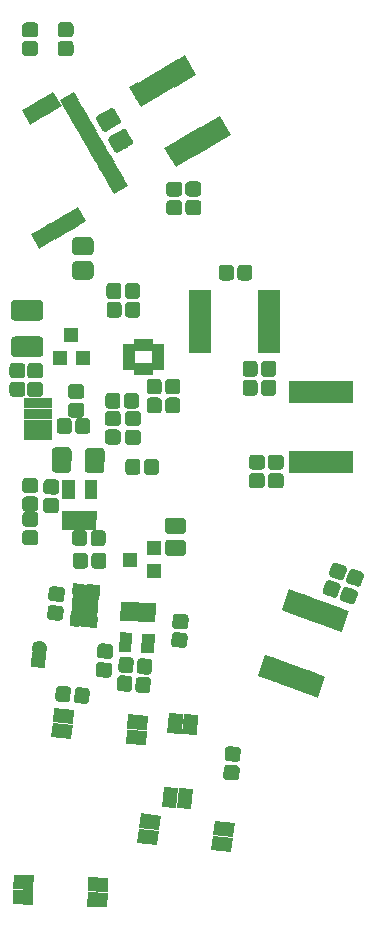
<source format=gbs>
G04 #@! TF.GenerationSoftware,KiCad,Pcbnew,(5.0.0)*
G04 #@! TF.CreationDate,2020-01-29T13:38:43+01:00*
G04 #@! TF.ProjectId,Insole_PCB,496E736F6C655F5043422E6B69636164,rev?*
G04 #@! TF.SameCoordinates,Original*
G04 #@! TF.FileFunction,Soldermask,Bot*
G04 #@! TF.FilePolarity,Negative*
%FSLAX46Y46*%
G04 Gerber Fmt 4.6, Leading zero omitted, Abs format (unit mm)*
G04 Created by KiCad (PCBNEW (5.0.0)) date 01/29/20 13:38:43*
%MOMM*%
%LPD*%
G01*
G04 APERTURE LIST*
%ADD10C,0.100000*%
%ADD11C,1.275000*%
%ADD12C,1.050000*%
%ADD13C,1.650000*%
%ADD14C,1.250000*%
%ADD15C,1.250000*%
%ADD16R,1.075000X0.650000*%
%ADD17R,0.650000X1.075000*%
%ADD18C,1.550000*%
%ADD19C,0.850000*%
%ADD20R,1.900000X0.850000*%
%ADD21R,0.850000X1.900000*%
%ADD22R,1.200000X1.300000*%
%ADD23C,0.810000*%
%ADD24C,2.200000*%
%ADD25C,0.900000*%
%ADD26C,0.800000*%
%ADD27C,1.200000*%
%ADD28C,1.725000*%
%ADD29R,1.300000X1.200000*%
%ADD30C,1.375000*%
%ADD31R,1.200000X0.900000*%
G04 APERTURE END LIST*
D10*
G04 #@! TO.C,R4*
G36*
X187973608Y-188205491D02*
X188684372Y-188255192D01*
X188715431Y-188258903D01*
X188745978Y-188265640D01*
X188775717Y-188275339D01*
X188804362Y-188287906D01*
X188831638Y-188303220D01*
X188857281Y-188321134D01*
X188881045Y-188341475D01*
X188902701Y-188364047D01*
X188922039Y-188388633D01*
X188938875Y-188414997D01*
X188953046Y-188442884D01*
X188964415Y-188472025D01*
X188972873Y-188502140D01*
X188978339Y-188532940D01*
X188980759Y-188564127D01*
X188980111Y-188595401D01*
X188935641Y-189231348D01*
X188931930Y-189262408D01*
X188925193Y-189292954D01*
X188915494Y-189322693D01*
X188902927Y-189351339D01*
X188887613Y-189378614D01*
X188869699Y-189404257D01*
X188849358Y-189428021D01*
X188826786Y-189449677D01*
X188802199Y-189469016D01*
X188775836Y-189485851D01*
X188747949Y-189500022D01*
X188718808Y-189511391D01*
X188688692Y-189519849D01*
X188657893Y-189525315D01*
X188626706Y-189527735D01*
X188595432Y-189527087D01*
X187884668Y-189477386D01*
X187853609Y-189473675D01*
X187823062Y-189466938D01*
X187793323Y-189457239D01*
X187764678Y-189444672D01*
X187737402Y-189429358D01*
X187711759Y-189411444D01*
X187687995Y-189391103D01*
X187666339Y-189368531D01*
X187647001Y-189343945D01*
X187630165Y-189317581D01*
X187615994Y-189289694D01*
X187604625Y-189260553D01*
X187596167Y-189230438D01*
X187590701Y-189199638D01*
X187588281Y-189168451D01*
X187588929Y-189137177D01*
X187633399Y-188501230D01*
X187637110Y-188470170D01*
X187643847Y-188439624D01*
X187653546Y-188409885D01*
X187666113Y-188381239D01*
X187681427Y-188353964D01*
X187699341Y-188328321D01*
X187719682Y-188304557D01*
X187742254Y-188282901D01*
X187766841Y-188263562D01*
X187793204Y-188246727D01*
X187821091Y-188232556D01*
X187850232Y-188221187D01*
X187880348Y-188212729D01*
X187911147Y-188207263D01*
X187942334Y-188204843D01*
X187973608Y-188205491D01*
X187973608Y-188205491D01*
G37*
D11*
X188284520Y-188866289D03*
D10*
G36*
X188083474Y-186634327D02*
X188794238Y-186684028D01*
X188825297Y-186687739D01*
X188855844Y-186694476D01*
X188885583Y-186704175D01*
X188914228Y-186716742D01*
X188941504Y-186732056D01*
X188967147Y-186749970D01*
X188990911Y-186770311D01*
X189012567Y-186792883D01*
X189031905Y-186817469D01*
X189048741Y-186843833D01*
X189062912Y-186871720D01*
X189074281Y-186900861D01*
X189082739Y-186930976D01*
X189088205Y-186961776D01*
X189090625Y-186992963D01*
X189089977Y-187024237D01*
X189045507Y-187660184D01*
X189041796Y-187691244D01*
X189035059Y-187721790D01*
X189025360Y-187751529D01*
X189012793Y-187780175D01*
X188997479Y-187807450D01*
X188979565Y-187833093D01*
X188959224Y-187856857D01*
X188936652Y-187878513D01*
X188912065Y-187897852D01*
X188885702Y-187914687D01*
X188857815Y-187928858D01*
X188828674Y-187940227D01*
X188798558Y-187948685D01*
X188767759Y-187954151D01*
X188736572Y-187956571D01*
X188705298Y-187955923D01*
X187994534Y-187906222D01*
X187963475Y-187902511D01*
X187932928Y-187895774D01*
X187903189Y-187886075D01*
X187874544Y-187873508D01*
X187847268Y-187858194D01*
X187821625Y-187840280D01*
X187797861Y-187819939D01*
X187776205Y-187797367D01*
X187756867Y-187772781D01*
X187740031Y-187746417D01*
X187725860Y-187718530D01*
X187714491Y-187689389D01*
X187706033Y-187659274D01*
X187700567Y-187628474D01*
X187698147Y-187597287D01*
X187698795Y-187566013D01*
X187743265Y-186930066D01*
X187746976Y-186899006D01*
X187753713Y-186868460D01*
X187763412Y-186838721D01*
X187775979Y-186810075D01*
X187791293Y-186782800D01*
X187809207Y-186757157D01*
X187829548Y-186733393D01*
X187852120Y-186711737D01*
X187876707Y-186692398D01*
X187903070Y-186675563D01*
X187930957Y-186661392D01*
X187960098Y-186650023D01*
X187990214Y-186641565D01*
X188021013Y-186636099D01*
X188052200Y-186633679D01*
X188083474Y-186634327D01*
X188083474Y-186634327D01*
G37*
D11*
X188394386Y-187295125D03*
G04 #@! TD*
D10*
G04 #@! TO.C,C3*
G36*
X192237315Y-181875117D02*
X192268526Y-181877196D01*
X192299384Y-181882326D01*
X192329590Y-181890455D01*
X192358853Y-181901505D01*
X192386893Y-181915371D01*
X192413439Y-181931918D01*
X192438234Y-181950988D01*
X192461042Y-181972396D01*
X192481641Y-181995936D01*
X192499833Y-182021382D01*
X192515444Y-182048489D01*
X192528323Y-182076996D01*
X192538345Y-182106627D01*
X192545415Y-182137099D01*
X192549464Y-182168116D01*
X192550453Y-182199381D01*
X192538018Y-182911773D01*
X192535939Y-182942984D01*
X192530809Y-182973842D01*
X192522680Y-183004048D01*
X192511630Y-183033311D01*
X192497764Y-183061351D01*
X192481217Y-183087897D01*
X192462147Y-183112692D01*
X192440739Y-183135500D01*
X192417199Y-183156099D01*
X192391753Y-183174291D01*
X192364646Y-183189902D01*
X192336139Y-183202781D01*
X192306508Y-183212803D01*
X192276036Y-183219873D01*
X192245019Y-183223922D01*
X192213754Y-183224911D01*
X191576351Y-183213785D01*
X191545140Y-183211706D01*
X191514282Y-183206576D01*
X191484076Y-183198447D01*
X191454813Y-183187397D01*
X191426773Y-183173531D01*
X191400227Y-183156984D01*
X191375432Y-183137914D01*
X191352624Y-183116506D01*
X191332025Y-183092966D01*
X191313833Y-183067520D01*
X191298222Y-183040413D01*
X191285343Y-183011906D01*
X191275321Y-182982275D01*
X191268251Y-182951803D01*
X191264202Y-182920786D01*
X191263213Y-182889521D01*
X191275648Y-182177129D01*
X191277727Y-182145918D01*
X191282857Y-182115060D01*
X191290986Y-182084854D01*
X191302036Y-182055591D01*
X191315902Y-182027551D01*
X191332449Y-182001005D01*
X191351519Y-181976210D01*
X191372927Y-181953402D01*
X191396467Y-181932803D01*
X191421913Y-181914611D01*
X191449020Y-181899000D01*
X191477527Y-181886121D01*
X191507158Y-181876099D01*
X191537630Y-181869029D01*
X191568647Y-181864980D01*
X191599912Y-181863991D01*
X192237315Y-181875117D01*
X192237315Y-181875117D01*
G37*
D11*
X191906833Y-182544451D03*
D10*
G36*
X190662555Y-181847629D02*
X190693766Y-181849708D01*
X190724624Y-181854838D01*
X190754830Y-181862967D01*
X190784093Y-181874017D01*
X190812133Y-181887883D01*
X190838679Y-181904430D01*
X190863474Y-181923500D01*
X190886282Y-181944908D01*
X190906881Y-181968448D01*
X190925073Y-181993894D01*
X190940684Y-182021001D01*
X190953563Y-182049508D01*
X190963585Y-182079139D01*
X190970655Y-182109611D01*
X190974704Y-182140628D01*
X190975693Y-182171893D01*
X190963258Y-182884285D01*
X190961179Y-182915496D01*
X190956049Y-182946354D01*
X190947920Y-182976560D01*
X190936870Y-183005823D01*
X190923004Y-183033863D01*
X190906457Y-183060409D01*
X190887387Y-183085204D01*
X190865979Y-183108012D01*
X190842439Y-183128611D01*
X190816993Y-183146803D01*
X190789886Y-183162414D01*
X190761379Y-183175293D01*
X190731748Y-183185315D01*
X190701276Y-183192385D01*
X190670259Y-183196434D01*
X190638994Y-183197423D01*
X190001591Y-183186297D01*
X189970380Y-183184218D01*
X189939522Y-183179088D01*
X189909316Y-183170959D01*
X189880053Y-183159909D01*
X189852013Y-183146043D01*
X189825467Y-183129496D01*
X189800672Y-183110426D01*
X189777864Y-183089018D01*
X189757265Y-183065478D01*
X189739073Y-183040032D01*
X189723462Y-183012925D01*
X189710583Y-182984418D01*
X189700561Y-182954787D01*
X189693491Y-182924315D01*
X189689442Y-182893298D01*
X189688453Y-182862033D01*
X189700888Y-182149641D01*
X189702967Y-182118430D01*
X189708097Y-182087572D01*
X189716226Y-182057366D01*
X189727276Y-182028103D01*
X189741142Y-182000063D01*
X189757689Y-181973517D01*
X189776759Y-181948722D01*
X189798167Y-181925914D01*
X189821707Y-181905315D01*
X189847153Y-181887123D01*
X189874260Y-181871512D01*
X189902767Y-181858633D01*
X189932398Y-181848611D01*
X189962870Y-181841541D01*
X189993887Y-181837492D01*
X190025152Y-181836503D01*
X190662555Y-181847629D01*
X190662555Y-181847629D01*
G37*
D11*
X190332073Y-182516963D03*
G04 #@! TD*
D12*
G04 #@! TO.C,U3*
X191302171Y-178447486D03*
D10*
G36*
X191812955Y-179266525D02*
X190763115Y-179248200D01*
X190791387Y-177628447D01*
X191841227Y-177646772D01*
X191812955Y-179266525D01*
X191812955Y-179266525D01*
G37*
D12*
X189402460Y-178414327D03*
D10*
G36*
X189913244Y-179233366D02*
X188863404Y-179215041D01*
X188891676Y-177595288D01*
X189941516Y-177613613D01*
X189913244Y-179233366D01*
X189913244Y-179233366D01*
G37*
D12*
X189356735Y-181033928D03*
D10*
G36*
X189867519Y-181852967D02*
X188817679Y-181834642D01*
X188845951Y-180214889D01*
X189895791Y-180233214D01*
X189867519Y-181852967D01*
X189867519Y-181852967D01*
G37*
D12*
X190306590Y-181050507D03*
D10*
G36*
X190817374Y-181869546D02*
X189767534Y-181851221D01*
X189795806Y-180231468D01*
X190845646Y-180249793D01*
X190817374Y-181869546D01*
X190817374Y-181869546D01*
G37*
D12*
X191256446Y-181067087D03*
D10*
G36*
X191767230Y-181886126D02*
X190717390Y-181867801D01*
X190745662Y-180248048D01*
X191795502Y-180266373D01*
X191767230Y-181886126D01*
X191767230Y-181886126D01*
G37*
G04 #@! TD*
G04 #@! TO.C,L3*
G36*
X192136926Y-174908942D02*
X192169239Y-174911096D01*
X192201185Y-174916406D01*
X192232457Y-174924822D01*
X192262754Y-174936262D01*
X192291783Y-174950617D01*
X192319266Y-174967748D01*
X192344937Y-174987491D01*
X192368549Y-175009655D01*
X192389875Y-175034026D01*
X192408710Y-175060370D01*
X192424871Y-175088434D01*
X192438205Y-175117946D01*
X192448581Y-175148624D01*
X192455900Y-175180170D01*
X192460092Y-175212283D01*
X192461117Y-175244651D01*
X192435113Y-176734424D01*
X192432959Y-176766737D01*
X192427649Y-176798684D01*
X192419233Y-176829956D01*
X192407793Y-176860252D01*
X192393438Y-176889281D01*
X192376307Y-176916764D01*
X192356564Y-176942435D01*
X192334400Y-176966047D01*
X192310029Y-176987373D01*
X192283685Y-177006208D01*
X192255621Y-177022370D01*
X192226108Y-177035703D01*
X192195431Y-177046079D01*
X192163884Y-177053398D01*
X192131772Y-177057590D01*
X192099404Y-177058615D01*
X191109554Y-177041338D01*
X191077241Y-177039184D01*
X191045295Y-177033874D01*
X191014023Y-177025458D01*
X190983726Y-177014018D01*
X190954697Y-176999663D01*
X190927214Y-176982532D01*
X190901543Y-176962789D01*
X190877931Y-176940625D01*
X190856605Y-176916254D01*
X190837770Y-176889910D01*
X190821609Y-176861846D01*
X190808275Y-176832334D01*
X190797899Y-176801656D01*
X190790580Y-176770110D01*
X190786388Y-176737997D01*
X190785363Y-176705629D01*
X190811367Y-175215856D01*
X190813521Y-175183543D01*
X190818831Y-175151596D01*
X190827247Y-175120324D01*
X190838687Y-175090028D01*
X190853042Y-175060999D01*
X190870173Y-175033516D01*
X190889916Y-175007845D01*
X190912080Y-174984233D01*
X190936451Y-174962907D01*
X190962795Y-174944072D01*
X190990859Y-174927910D01*
X191020372Y-174914577D01*
X191051049Y-174904201D01*
X191082596Y-174896882D01*
X191114708Y-174892690D01*
X191147076Y-174891665D01*
X192136926Y-174908942D01*
X192136926Y-174908942D01*
G37*
D13*
X191623240Y-175975140D03*
D10*
G36*
X189337352Y-174860076D02*
X189369665Y-174862230D01*
X189401611Y-174867540D01*
X189432883Y-174875956D01*
X189463180Y-174887396D01*
X189492209Y-174901751D01*
X189519692Y-174918882D01*
X189545363Y-174938625D01*
X189568975Y-174960789D01*
X189590301Y-174985160D01*
X189609136Y-175011504D01*
X189625297Y-175039568D01*
X189638631Y-175069080D01*
X189649007Y-175099758D01*
X189656326Y-175131304D01*
X189660518Y-175163417D01*
X189661543Y-175195785D01*
X189635539Y-176685558D01*
X189633385Y-176717871D01*
X189628075Y-176749818D01*
X189619659Y-176781090D01*
X189608219Y-176811386D01*
X189593864Y-176840415D01*
X189576733Y-176867898D01*
X189556990Y-176893569D01*
X189534826Y-176917181D01*
X189510455Y-176938507D01*
X189484111Y-176957342D01*
X189456047Y-176973504D01*
X189426534Y-176986837D01*
X189395857Y-176997213D01*
X189364310Y-177004532D01*
X189332198Y-177008724D01*
X189299830Y-177009749D01*
X188309980Y-176992472D01*
X188277667Y-176990318D01*
X188245721Y-176985008D01*
X188214449Y-176976592D01*
X188184152Y-176965152D01*
X188155123Y-176950797D01*
X188127640Y-176933666D01*
X188101969Y-176913923D01*
X188078357Y-176891759D01*
X188057031Y-176867388D01*
X188038196Y-176841044D01*
X188022035Y-176812980D01*
X188008701Y-176783468D01*
X187998325Y-176752790D01*
X187991006Y-176721244D01*
X187986814Y-176689131D01*
X187985789Y-176656763D01*
X188011793Y-175166990D01*
X188013947Y-175134677D01*
X188019257Y-175102730D01*
X188027673Y-175071458D01*
X188039113Y-175041162D01*
X188053468Y-175012133D01*
X188070599Y-174984650D01*
X188090342Y-174958979D01*
X188112506Y-174935367D01*
X188136877Y-174914041D01*
X188163221Y-174895206D01*
X188191285Y-174879044D01*
X188220798Y-174865711D01*
X188251475Y-174855335D01*
X188283022Y-174848016D01*
X188315134Y-174843824D01*
X188347502Y-174842799D01*
X189337352Y-174860076D01*
X189337352Y-174860076D01*
G37*
D13*
X188823666Y-175926274D03*
G04 #@! TD*
D14*
G04 #@! TO.C,J2*
X186929209Y-191863143D03*
D15*
X186929209Y-191863143D02*
X186929209Y-191863143D01*
D14*
X186859453Y-192860707D03*
D10*
G36*
X187526528Y-192280827D02*
X187439333Y-193527782D01*
X186192378Y-193440587D01*
X186279573Y-192193632D01*
X187526528Y-192280827D01*
X187526528Y-192280827D01*
G37*
G04 #@! TD*
D16*
G04 #@! TO.C,U2*
X194486953Y-166460707D03*
X194486953Y-166960707D03*
X194486953Y-167460707D03*
X194486953Y-167960707D03*
X197011953Y-167960707D03*
X197011953Y-167460707D03*
X197011953Y-166960707D03*
X197011953Y-166460707D03*
D17*
X195249453Y-168223207D03*
X195749453Y-168223207D03*
X196249453Y-168223207D03*
X195249453Y-166198207D03*
X196249453Y-166198207D03*
X195749453Y-166198207D03*
G04 #@! TD*
D10*
G04 #@! TO.C,C1*
G36*
X192083608Y-193035491D02*
X192794372Y-193085192D01*
X192825431Y-193088903D01*
X192855978Y-193095640D01*
X192885717Y-193105339D01*
X192914362Y-193117906D01*
X192941638Y-193133220D01*
X192967281Y-193151134D01*
X192991045Y-193171475D01*
X193012701Y-193194047D01*
X193032039Y-193218633D01*
X193048875Y-193244997D01*
X193063046Y-193272884D01*
X193074415Y-193302025D01*
X193082873Y-193332140D01*
X193088339Y-193362940D01*
X193090759Y-193394127D01*
X193090111Y-193425401D01*
X193045641Y-194061348D01*
X193041930Y-194092408D01*
X193035193Y-194122954D01*
X193025494Y-194152693D01*
X193012927Y-194181339D01*
X192997613Y-194208614D01*
X192979699Y-194234257D01*
X192959358Y-194258021D01*
X192936786Y-194279677D01*
X192912199Y-194299016D01*
X192885836Y-194315851D01*
X192857949Y-194330022D01*
X192828808Y-194341391D01*
X192798692Y-194349849D01*
X192767893Y-194355315D01*
X192736706Y-194357735D01*
X192705432Y-194357087D01*
X191994668Y-194307386D01*
X191963609Y-194303675D01*
X191933062Y-194296938D01*
X191903323Y-194287239D01*
X191874678Y-194274672D01*
X191847402Y-194259358D01*
X191821759Y-194241444D01*
X191797995Y-194221103D01*
X191776339Y-194198531D01*
X191757001Y-194173945D01*
X191740165Y-194147581D01*
X191725994Y-194119694D01*
X191714625Y-194090553D01*
X191706167Y-194060438D01*
X191700701Y-194029638D01*
X191698281Y-193998451D01*
X191698929Y-193967177D01*
X191743399Y-193331230D01*
X191747110Y-193300170D01*
X191753847Y-193269624D01*
X191763546Y-193239885D01*
X191776113Y-193211239D01*
X191791427Y-193183964D01*
X191809341Y-193158321D01*
X191829682Y-193134557D01*
X191852254Y-193112901D01*
X191876841Y-193093562D01*
X191903204Y-193076727D01*
X191931091Y-193062556D01*
X191960232Y-193051187D01*
X191990348Y-193042729D01*
X192021147Y-193037263D01*
X192052334Y-193034843D01*
X192083608Y-193035491D01*
X192083608Y-193035491D01*
G37*
D11*
X192394520Y-193696289D03*
D10*
G36*
X192193474Y-191464327D02*
X192904238Y-191514028D01*
X192935297Y-191517739D01*
X192965844Y-191524476D01*
X192995583Y-191534175D01*
X193024228Y-191546742D01*
X193051504Y-191562056D01*
X193077147Y-191579970D01*
X193100911Y-191600311D01*
X193122567Y-191622883D01*
X193141905Y-191647469D01*
X193158741Y-191673833D01*
X193172912Y-191701720D01*
X193184281Y-191730861D01*
X193192739Y-191760976D01*
X193198205Y-191791776D01*
X193200625Y-191822963D01*
X193199977Y-191854237D01*
X193155507Y-192490184D01*
X193151796Y-192521244D01*
X193145059Y-192551790D01*
X193135360Y-192581529D01*
X193122793Y-192610175D01*
X193107479Y-192637450D01*
X193089565Y-192663093D01*
X193069224Y-192686857D01*
X193046652Y-192708513D01*
X193022065Y-192727852D01*
X192995702Y-192744687D01*
X192967815Y-192758858D01*
X192938674Y-192770227D01*
X192908558Y-192778685D01*
X192877759Y-192784151D01*
X192846572Y-192786571D01*
X192815298Y-192785923D01*
X192104534Y-192736222D01*
X192073475Y-192732511D01*
X192042928Y-192725774D01*
X192013189Y-192716075D01*
X191984544Y-192703508D01*
X191957268Y-192688194D01*
X191931625Y-192670280D01*
X191907861Y-192649939D01*
X191886205Y-192627367D01*
X191866867Y-192602781D01*
X191850031Y-192576417D01*
X191835860Y-192548530D01*
X191824491Y-192519389D01*
X191816033Y-192489274D01*
X191810567Y-192458474D01*
X191808147Y-192427287D01*
X191808795Y-192396013D01*
X191853265Y-191760066D01*
X191856976Y-191729006D01*
X191863713Y-191698460D01*
X191873412Y-191668721D01*
X191885979Y-191640075D01*
X191901293Y-191612800D01*
X191919207Y-191587157D01*
X191939548Y-191563393D01*
X191962120Y-191541737D01*
X191986707Y-191522398D01*
X192013070Y-191505563D01*
X192040957Y-191491392D01*
X192070098Y-191480023D01*
X192100214Y-191471565D01*
X192131013Y-191466099D01*
X192162200Y-191463679D01*
X192193474Y-191464327D01*
X192193474Y-191464327D01*
G37*
D11*
X192504386Y-192125125D03*
G04 #@! TD*
D10*
G04 #@! TO.C,C2*
G36*
X212921741Y-186661067D02*
X212952854Y-186664303D01*
X212983500Y-186670572D01*
X213013384Y-186679816D01*
X213682915Y-186923506D01*
X213711749Y-186935634D01*
X213739255Y-186950530D01*
X213765169Y-186968050D01*
X213789241Y-186988026D01*
X213811238Y-187010265D01*
X213830950Y-187034553D01*
X213848187Y-187060657D01*
X213862782Y-187088324D01*
X213874594Y-187117288D01*
X213883511Y-187147271D01*
X213889446Y-187177983D01*
X213892343Y-187209130D01*
X213892172Y-187240410D01*
X213888936Y-187271523D01*
X213882666Y-187302168D01*
X213873423Y-187332052D01*
X213655386Y-187931106D01*
X213643258Y-187959939D01*
X213628362Y-187987446D01*
X213610842Y-188013359D01*
X213590866Y-188037431D01*
X213568627Y-188059429D01*
X213544339Y-188079141D01*
X213518236Y-188096377D01*
X213490569Y-188110972D01*
X213461605Y-188122785D01*
X213431622Y-188131702D01*
X213400909Y-188137637D01*
X213369763Y-188140534D01*
X213338483Y-188140363D01*
X213307370Y-188137127D01*
X213276724Y-188130858D01*
X213246840Y-188121614D01*
X212577309Y-187877924D01*
X212548475Y-187865796D01*
X212520969Y-187850900D01*
X212495055Y-187833380D01*
X212470983Y-187813404D01*
X212448986Y-187791165D01*
X212429274Y-187766877D01*
X212412037Y-187740773D01*
X212397442Y-187713106D01*
X212385630Y-187684142D01*
X212376713Y-187654159D01*
X212370778Y-187623447D01*
X212367881Y-187592300D01*
X212368052Y-187561020D01*
X212371288Y-187529907D01*
X212377558Y-187499262D01*
X212386801Y-187469378D01*
X212604838Y-186870324D01*
X212616966Y-186841491D01*
X212631862Y-186813984D01*
X212649382Y-186788071D01*
X212669358Y-186763999D01*
X212691597Y-186742001D01*
X212715885Y-186722289D01*
X212741988Y-186705053D01*
X212769655Y-186690458D01*
X212798619Y-186678645D01*
X212828602Y-186669728D01*
X212859315Y-186663793D01*
X212890461Y-186660896D01*
X212921741Y-186661067D01*
X212921741Y-186661067D01*
G37*
D11*
X213130112Y-187400715D03*
D10*
G36*
X213460423Y-185181051D02*
X213491536Y-185184287D01*
X213522182Y-185190556D01*
X213552066Y-185199800D01*
X214221597Y-185443490D01*
X214250431Y-185455618D01*
X214277937Y-185470514D01*
X214303851Y-185488034D01*
X214327923Y-185508010D01*
X214349920Y-185530249D01*
X214369632Y-185554537D01*
X214386869Y-185580641D01*
X214401464Y-185608308D01*
X214413276Y-185637272D01*
X214422193Y-185667255D01*
X214428128Y-185697967D01*
X214431025Y-185729114D01*
X214430854Y-185760394D01*
X214427618Y-185791507D01*
X214421348Y-185822152D01*
X214412105Y-185852036D01*
X214194068Y-186451090D01*
X214181940Y-186479923D01*
X214167044Y-186507430D01*
X214149524Y-186533343D01*
X214129548Y-186557415D01*
X214107309Y-186579413D01*
X214083021Y-186599125D01*
X214056918Y-186616361D01*
X214029251Y-186630956D01*
X214000287Y-186642769D01*
X213970304Y-186651686D01*
X213939591Y-186657621D01*
X213908445Y-186660518D01*
X213877165Y-186660347D01*
X213846052Y-186657111D01*
X213815406Y-186650842D01*
X213785522Y-186641598D01*
X213115991Y-186397908D01*
X213087157Y-186385780D01*
X213059651Y-186370884D01*
X213033737Y-186353364D01*
X213009665Y-186333388D01*
X212987668Y-186311149D01*
X212967956Y-186286861D01*
X212950719Y-186260757D01*
X212936124Y-186233090D01*
X212924312Y-186204126D01*
X212915395Y-186174143D01*
X212909460Y-186143431D01*
X212906563Y-186112284D01*
X212906734Y-186081004D01*
X212909970Y-186049891D01*
X212916240Y-186019246D01*
X212925483Y-185989362D01*
X213143520Y-185390308D01*
X213155648Y-185361475D01*
X213170544Y-185333968D01*
X213188064Y-185308055D01*
X213208040Y-185283983D01*
X213230279Y-185261985D01*
X213254567Y-185242273D01*
X213280670Y-185225037D01*
X213308337Y-185210442D01*
X213337301Y-185198629D01*
X213367284Y-185189712D01*
X213397997Y-185183777D01*
X213429143Y-185180880D01*
X213460423Y-185181051D01*
X213460423Y-185181051D01*
G37*
D11*
X213668794Y-185920699D03*
G04 #@! TD*
D10*
G04 #@! TO.C,C4*
G36*
X188291031Y-179154902D02*
X188322242Y-179156981D01*
X188353100Y-179162111D01*
X188383306Y-179170240D01*
X188412569Y-179181290D01*
X188440609Y-179195156D01*
X188467155Y-179211703D01*
X188491950Y-179230773D01*
X188514758Y-179252181D01*
X188535357Y-179275721D01*
X188553549Y-179301167D01*
X188569160Y-179328274D01*
X188582039Y-179356781D01*
X188592061Y-179386412D01*
X188599131Y-179416884D01*
X188603180Y-179447901D01*
X188604169Y-179479166D01*
X188593043Y-180116569D01*
X188590964Y-180147780D01*
X188585834Y-180178638D01*
X188577705Y-180208844D01*
X188566655Y-180238107D01*
X188552789Y-180266147D01*
X188536242Y-180292693D01*
X188517172Y-180317488D01*
X188495764Y-180340296D01*
X188472224Y-180360895D01*
X188446778Y-180379087D01*
X188419671Y-180394698D01*
X188391164Y-180407577D01*
X188361533Y-180417599D01*
X188331061Y-180424669D01*
X188300044Y-180428718D01*
X188268779Y-180429707D01*
X187556387Y-180417272D01*
X187525176Y-180415193D01*
X187494318Y-180410063D01*
X187464112Y-180401934D01*
X187434849Y-180390884D01*
X187406809Y-180377018D01*
X187380263Y-180360471D01*
X187355468Y-180341401D01*
X187332660Y-180319993D01*
X187312061Y-180296453D01*
X187293869Y-180271007D01*
X187278258Y-180243900D01*
X187265379Y-180215393D01*
X187255357Y-180185762D01*
X187248287Y-180155290D01*
X187244238Y-180124273D01*
X187243249Y-180093008D01*
X187254375Y-179455605D01*
X187256454Y-179424394D01*
X187261584Y-179393536D01*
X187269713Y-179363330D01*
X187280763Y-179334067D01*
X187294629Y-179306027D01*
X187311176Y-179279481D01*
X187330246Y-179254686D01*
X187351654Y-179231878D01*
X187375194Y-179211279D01*
X187400640Y-179193087D01*
X187427747Y-179177476D01*
X187456254Y-179164597D01*
X187485885Y-179154575D01*
X187516357Y-179147505D01*
X187547374Y-179143456D01*
X187578639Y-179142467D01*
X188291031Y-179154902D01*
X188291031Y-179154902D01*
G37*
D11*
X187923709Y-179786087D03*
D10*
G36*
X188318519Y-177580142D02*
X188349730Y-177582221D01*
X188380588Y-177587351D01*
X188410794Y-177595480D01*
X188440057Y-177606530D01*
X188468097Y-177620396D01*
X188494643Y-177636943D01*
X188519438Y-177656013D01*
X188542246Y-177677421D01*
X188562845Y-177700961D01*
X188581037Y-177726407D01*
X188596648Y-177753514D01*
X188609527Y-177782021D01*
X188619549Y-177811652D01*
X188626619Y-177842124D01*
X188630668Y-177873141D01*
X188631657Y-177904406D01*
X188620531Y-178541809D01*
X188618452Y-178573020D01*
X188613322Y-178603878D01*
X188605193Y-178634084D01*
X188594143Y-178663347D01*
X188580277Y-178691387D01*
X188563730Y-178717933D01*
X188544660Y-178742728D01*
X188523252Y-178765536D01*
X188499712Y-178786135D01*
X188474266Y-178804327D01*
X188447159Y-178819938D01*
X188418652Y-178832817D01*
X188389021Y-178842839D01*
X188358549Y-178849909D01*
X188327532Y-178853958D01*
X188296267Y-178854947D01*
X187583875Y-178842512D01*
X187552664Y-178840433D01*
X187521806Y-178835303D01*
X187491600Y-178827174D01*
X187462337Y-178816124D01*
X187434297Y-178802258D01*
X187407751Y-178785711D01*
X187382956Y-178766641D01*
X187360148Y-178745233D01*
X187339549Y-178721693D01*
X187321357Y-178696247D01*
X187305746Y-178669140D01*
X187292867Y-178640633D01*
X187282845Y-178611002D01*
X187275775Y-178580530D01*
X187271726Y-178549513D01*
X187270737Y-178518248D01*
X187281863Y-177880845D01*
X187283942Y-177849634D01*
X187289072Y-177818776D01*
X187297201Y-177788570D01*
X187308251Y-177759307D01*
X187322117Y-177731267D01*
X187338664Y-177704721D01*
X187357734Y-177679926D01*
X187379142Y-177657118D01*
X187402682Y-177636519D01*
X187428128Y-177618327D01*
X187455235Y-177602716D01*
X187483742Y-177589837D01*
X187513373Y-177579815D01*
X187543845Y-177572745D01*
X187574862Y-177568696D01*
X187606127Y-177567707D01*
X188318519Y-177580142D01*
X188318519Y-177580142D01*
G37*
D11*
X187951197Y-178211327D03*
G04 #@! TD*
D10*
G04 #@! TO.C,C5*
G36*
X211471741Y-186111067D02*
X211502854Y-186114303D01*
X211533500Y-186120572D01*
X211563384Y-186129816D01*
X212232915Y-186373506D01*
X212261749Y-186385634D01*
X212289255Y-186400530D01*
X212315169Y-186418050D01*
X212339241Y-186438026D01*
X212361238Y-186460265D01*
X212380950Y-186484553D01*
X212398187Y-186510657D01*
X212412782Y-186538324D01*
X212424594Y-186567288D01*
X212433511Y-186597271D01*
X212439446Y-186627983D01*
X212442343Y-186659130D01*
X212442172Y-186690410D01*
X212438936Y-186721523D01*
X212432666Y-186752168D01*
X212423423Y-186782052D01*
X212205386Y-187381106D01*
X212193258Y-187409939D01*
X212178362Y-187437446D01*
X212160842Y-187463359D01*
X212140866Y-187487431D01*
X212118627Y-187509429D01*
X212094339Y-187529141D01*
X212068236Y-187546377D01*
X212040569Y-187560972D01*
X212011605Y-187572785D01*
X211981622Y-187581702D01*
X211950909Y-187587637D01*
X211919763Y-187590534D01*
X211888483Y-187590363D01*
X211857370Y-187587127D01*
X211826724Y-187580858D01*
X211796840Y-187571614D01*
X211127309Y-187327924D01*
X211098475Y-187315796D01*
X211070969Y-187300900D01*
X211045055Y-187283380D01*
X211020983Y-187263404D01*
X210998986Y-187241165D01*
X210979274Y-187216877D01*
X210962037Y-187190773D01*
X210947442Y-187163106D01*
X210935630Y-187134142D01*
X210926713Y-187104159D01*
X210920778Y-187073447D01*
X210917881Y-187042300D01*
X210918052Y-187011020D01*
X210921288Y-186979907D01*
X210927558Y-186949262D01*
X210936801Y-186919378D01*
X211154838Y-186320324D01*
X211166966Y-186291491D01*
X211181862Y-186263984D01*
X211199382Y-186238071D01*
X211219358Y-186213999D01*
X211241597Y-186192001D01*
X211265885Y-186172289D01*
X211291988Y-186155053D01*
X211319655Y-186140458D01*
X211348619Y-186128645D01*
X211378602Y-186119728D01*
X211409315Y-186113793D01*
X211440461Y-186110896D01*
X211471741Y-186111067D01*
X211471741Y-186111067D01*
G37*
D11*
X211680112Y-186850715D03*
D10*
G36*
X212010423Y-184631051D02*
X212041536Y-184634287D01*
X212072182Y-184640556D01*
X212102066Y-184649800D01*
X212771597Y-184893490D01*
X212800431Y-184905618D01*
X212827937Y-184920514D01*
X212853851Y-184938034D01*
X212877923Y-184958010D01*
X212899920Y-184980249D01*
X212919632Y-185004537D01*
X212936869Y-185030641D01*
X212951464Y-185058308D01*
X212963276Y-185087272D01*
X212972193Y-185117255D01*
X212978128Y-185147967D01*
X212981025Y-185179114D01*
X212980854Y-185210394D01*
X212977618Y-185241507D01*
X212971348Y-185272152D01*
X212962105Y-185302036D01*
X212744068Y-185901090D01*
X212731940Y-185929923D01*
X212717044Y-185957430D01*
X212699524Y-185983343D01*
X212679548Y-186007415D01*
X212657309Y-186029413D01*
X212633021Y-186049125D01*
X212606918Y-186066361D01*
X212579251Y-186080956D01*
X212550287Y-186092769D01*
X212520304Y-186101686D01*
X212489591Y-186107621D01*
X212458445Y-186110518D01*
X212427165Y-186110347D01*
X212396052Y-186107111D01*
X212365406Y-186100842D01*
X212335522Y-186091598D01*
X211665991Y-185847908D01*
X211637157Y-185835780D01*
X211609651Y-185820884D01*
X211583737Y-185803364D01*
X211559665Y-185783388D01*
X211537668Y-185761149D01*
X211517956Y-185736861D01*
X211500719Y-185710757D01*
X211486124Y-185683090D01*
X211474312Y-185654126D01*
X211465395Y-185624143D01*
X211459460Y-185593431D01*
X211456563Y-185562284D01*
X211456734Y-185531004D01*
X211459970Y-185499891D01*
X211466240Y-185469246D01*
X211475483Y-185439362D01*
X211693520Y-184840308D01*
X211705648Y-184811475D01*
X211720544Y-184783968D01*
X211738064Y-184758055D01*
X211758040Y-184733983D01*
X211780279Y-184711985D01*
X211804567Y-184692273D01*
X211830670Y-184675037D01*
X211858337Y-184660442D01*
X211887301Y-184648629D01*
X211917284Y-184639712D01*
X211947997Y-184633777D01*
X211979143Y-184630880D01*
X212010423Y-184631051D01*
X212010423Y-184631051D01*
G37*
D11*
X212218794Y-185370699D03*
G04 #@! TD*
D10*
G04 #@! TO.C,C6*
G36*
X205736946Y-175474742D02*
X205767888Y-175479332D01*
X205798231Y-175486932D01*
X205827683Y-175497470D01*
X205855961Y-175510845D01*
X205882791Y-175526926D01*
X205907916Y-175545560D01*
X205931093Y-175566567D01*
X205952100Y-175589744D01*
X205970734Y-175614869D01*
X205986815Y-175641699D01*
X206000190Y-175669977D01*
X206010728Y-175699429D01*
X206018328Y-175729772D01*
X206022918Y-175760714D01*
X206024453Y-175791957D01*
X206024453Y-176429457D01*
X206022918Y-176460700D01*
X206018328Y-176491642D01*
X206010728Y-176521985D01*
X206000190Y-176551437D01*
X205986815Y-176579715D01*
X205970734Y-176606545D01*
X205952100Y-176631670D01*
X205931093Y-176654847D01*
X205907916Y-176675854D01*
X205882791Y-176694488D01*
X205855961Y-176710569D01*
X205827683Y-176723944D01*
X205798231Y-176734482D01*
X205767888Y-176742082D01*
X205736946Y-176746672D01*
X205705703Y-176748207D01*
X204993203Y-176748207D01*
X204961960Y-176746672D01*
X204931018Y-176742082D01*
X204900675Y-176734482D01*
X204871223Y-176723944D01*
X204842945Y-176710569D01*
X204816115Y-176694488D01*
X204790990Y-176675854D01*
X204767813Y-176654847D01*
X204746806Y-176631670D01*
X204728172Y-176606545D01*
X204712091Y-176579715D01*
X204698716Y-176551437D01*
X204688178Y-176521985D01*
X204680578Y-176491642D01*
X204675988Y-176460700D01*
X204674453Y-176429457D01*
X204674453Y-175791957D01*
X204675988Y-175760714D01*
X204680578Y-175729772D01*
X204688178Y-175699429D01*
X204698716Y-175669977D01*
X204712091Y-175641699D01*
X204728172Y-175614869D01*
X204746806Y-175589744D01*
X204767813Y-175566567D01*
X204790990Y-175545560D01*
X204816115Y-175526926D01*
X204842945Y-175510845D01*
X204871223Y-175497470D01*
X204900675Y-175486932D01*
X204931018Y-175479332D01*
X204961960Y-175474742D01*
X204993203Y-175473207D01*
X205705703Y-175473207D01*
X205736946Y-175474742D01*
X205736946Y-175474742D01*
G37*
D11*
X205349453Y-176110707D03*
D10*
G36*
X205736946Y-177049742D02*
X205767888Y-177054332D01*
X205798231Y-177061932D01*
X205827683Y-177072470D01*
X205855961Y-177085845D01*
X205882791Y-177101926D01*
X205907916Y-177120560D01*
X205931093Y-177141567D01*
X205952100Y-177164744D01*
X205970734Y-177189869D01*
X205986815Y-177216699D01*
X206000190Y-177244977D01*
X206010728Y-177274429D01*
X206018328Y-177304772D01*
X206022918Y-177335714D01*
X206024453Y-177366957D01*
X206024453Y-178004457D01*
X206022918Y-178035700D01*
X206018328Y-178066642D01*
X206010728Y-178096985D01*
X206000190Y-178126437D01*
X205986815Y-178154715D01*
X205970734Y-178181545D01*
X205952100Y-178206670D01*
X205931093Y-178229847D01*
X205907916Y-178250854D01*
X205882791Y-178269488D01*
X205855961Y-178285569D01*
X205827683Y-178298944D01*
X205798231Y-178309482D01*
X205767888Y-178317082D01*
X205736946Y-178321672D01*
X205705703Y-178323207D01*
X204993203Y-178323207D01*
X204961960Y-178321672D01*
X204931018Y-178317082D01*
X204900675Y-178309482D01*
X204871223Y-178298944D01*
X204842945Y-178285569D01*
X204816115Y-178269488D01*
X204790990Y-178250854D01*
X204767813Y-178229847D01*
X204746806Y-178206670D01*
X204728172Y-178181545D01*
X204712091Y-178154715D01*
X204698716Y-178126437D01*
X204688178Y-178096985D01*
X204680578Y-178066642D01*
X204675988Y-178035700D01*
X204674453Y-178004457D01*
X204674453Y-177366957D01*
X204675988Y-177335714D01*
X204680578Y-177304772D01*
X204688178Y-177274429D01*
X204698716Y-177244977D01*
X204712091Y-177216699D01*
X204728172Y-177189869D01*
X204746806Y-177164744D01*
X204767813Y-177141567D01*
X204790990Y-177120560D01*
X204816115Y-177101926D01*
X204842945Y-177085845D01*
X204871223Y-177072470D01*
X204900675Y-177061932D01*
X204931018Y-177054332D01*
X204961960Y-177049742D01*
X204993203Y-177048207D01*
X205705703Y-177048207D01*
X205736946Y-177049742D01*
X205736946Y-177049742D01*
G37*
D11*
X205349453Y-177685707D03*
G04 #@! TD*
D10*
G04 #@! TO.C,C7*
G36*
X207336946Y-175487242D02*
X207367888Y-175491832D01*
X207398231Y-175499432D01*
X207427683Y-175509970D01*
X207455961Y-175523345D01*
X207482791Y-175539426D01*
X207507916Y-175558060D01*
X207531093Y-175579067D01*
X207552100Y-175602244D01*
X207570734Y-175627369D01*
X207586815Y-175654199D01*
X207600190Y-175682477D01*
X207610728Y-175711929D01*
X207618328Y-175742272D01*
X207622918Y-175773214D01*
X207624453Y-175804457D01*
X207624453Y-176441957D01*
X207622918Y-176473200D01*
X207618328Y-176504142D01*
X207610728Y-176534485D01*
X207600190Y-176563937D01*
X207586815Y-176592215D01*
X207570734Y-176619045D01*
X207552100Y-176644170D01*
X207531093Y-176667347D01*
X207507916Y-176688354D01*
X207482791Y-176706988D01*
X207455961Y-176723069D01*
X207427683Y-176736444D01*
X207398231Y-176746982D01*
X207367888Y-176754582D01*
X207336946Y-176759172D01*
X207305703Y-176760707D01*
X206593203Y-176760707D01*
X206561960Y-176759172D01*
X206531018Y-176754582D01*
X206500675Y-176746982D01*
X206471223Y-176736444D01*
X206442945Y-176723069D01*
X206416115Y-176706988D01*
X206390990Y-176688354D01*
X206367813Y-176667347D01*
X206346806Y-176644170D01*
X206328172Y-176619045D01*
X206312091Y-176592215D01*
X206298716Y-176563937D01*
X206288178Y-176534485D01*
X206280578Y-176504142D01*
X206275988Y-176473200D01*
X206274453Y-176441957D01*
X206274453Y-175804457D01*
X206275988Y-175773214D01*
X206280578Y-175742272D01*
X206288178Y-175711929D01*
X206298716Y-175682477D01*
X206312091Y-175654199D01*
X206328172Y-175627369D01*
X206346806Y-175602244D01*
X206367813Y-175579067D01*
X206390990Y-175558060D01*
X206416115Y-175539426D01*
X206442945Y-175523345D01*
X206471223Y-175509970D01*
X206500675Y-175499432D01*
X206531018Y-175491832D01*
X206561960Y-175487242D01*
X206593203Y-175485707D01*
X207305703Y-175485707D01*
X207336946Y-175487242D01*
X207336946Y-175487242D01*
G37*
D11*
X206949453Y-176123207D03*
D10*
G36*
X207336946Y-177062242D02*
X207367888Y-177066832D01*
X207398231Y-177074432D01*
X207427683Y-177084970D01*
X207455961Y-177098345D01*
X207482791Y-177114426D01*
X207507916Y-177133060D01*
X207531093Y-177154067D01*
X207552100Y-177177244D01*
X207570734Y-177202369D01*
X207586815Y-177229199D01*
X207600190Y-177257477D01*
X207610728Y-177286929D01*
X207618328Y-177317272D01*
X207622918Y-177348214D01*
X207624453Y-177379457D01*
X207624453Y-178016957D01*
X207622918Y-178048200D01*
X207618328Y-178079142D01*
X207610728Y-178109485D01*
X207600190Y-178138937D01*
X207586815Y-178167215D01*
X207570734Y-178194045D01*
X207552100Y-178219170D01*
X207531093Y-178242347D01*
X207507916Y-178263354D01*
X207482791Y-178281988D01*
X207455961Y-178298069D01*
X207427683Y-178311444D01*
X207398231Y-178321982D01*
X207367888Y-178329582D01*
X207336946Y-178334172D01*
X207305703Y-178335707D01*
X206593203Y-178335707D01*
X206561960Y-178334172D01*
X206531018Y-178329582D01*
X206500675Y-178321982D01*
X206471223Y-178311444D01*
X206442945Y-178298069D01*
X206416115Y-178281988D01*
X206390990Y-178263354D01*
X206367813Y-178242347D01*
X206346806Y-178219170D01*
X206328172Y-178194045D01*
X206312091Y-178167215D01*
X206298716Y-178138937D01*
X206288178Y-178109485D01*
X206280578Y-178079142D01*
X206275988Y-178048200D01*
X206274453Y-178016957D01*
X206274453Y-177379457D01*
X206275988Y-177348214D01*
X206280578Y-177317272D01*
X206288178Y-177286929D01*
X206298716Y-177257477D01*
X206312091Y-177229199D01*
X206328172Y-177202369D01*
X206346806Y-177177244D01*
X206367813Y-177154067D01*
X206390990Y-177133060D01*
X206416115Y-177114426D01*
X206442945Y-177098345D01*
X206471223Y-177084970D01*
X206500675Y-177074432D01*
X206531018Y-177066832D01*
X206561960Y-177062242D01*
X206593203Y-177060707D01*
X207305703Y-177060707D01*
X207336946Y-177062242D01*
X207336946Y-177062242D01*
G37*
D11*
X206949453Y-177698207D03*
G04 #@! TD*
D10*
G04 #@! TO.C,C8*
G36*
X206699446Y-169137242D02*
X206730388Y-169141832D01*
X206760731Y-169149432D01*
X206790183Y-169159970D01*
X206818461Y-169173345D01*
X206845291Y-169189426D01*
X206870416Y-169208060D01*
X206893593Y-169229067D01*
X206914600Y-169252244D01*
X206933234Y-169277369D01*
X206949315Y-169304199D01*
X206962690Y-169332477D01*
X206973228Y-169361929D01*
X206980828Y-169392272D01*
X206985418Y-169423214D01*
X206986953Y-169454457D01*
X206986953Y-170166957D01*
X206985418Y-170198200D01*
X206980828Y-170229142D01*
X206973228Y-170259485D01*
X206962690Y-170288937D01*
X206949315Y-170317215D01*
X206933234Y-170344045D01*
X206914600Y-170369170D01*
X206893593Y-170392347D01*
X206870416Y-170413354D01*
X206845291Y-170431988D01*
X206818461Y-170448069D01*
X206790183Y-170461444D01*
X206760731Y-170471982D01*
X206730388Y-170479582D01*
X206699446Y-170484172D01*
X206668203Y-170485707D01*
X206030703Y-170485707D01*
X205999460Y-170484172D01*
X205968518Y-170479582D01*
X205938175Y-170471982D01*
X205908723Y-170461444D01*
X205880445Y-170448069D01*
X205853615Y-170431988D01*
X205828490Y-170413354D01*
X205805313Y-170392347D01*
X205784306Y-170369170D01*
X205765672Y-170344045D01*
X205749591Y-170317215D01*
X205736216Y-170288937D01*
X205725678Y-170259485D01*
X205718078Y-170229142D01*
X205713488Y-170198200D01*
X205711953Y-170166957D01*
X205711953Y-169454457D01*
X205713488Y-169423214D01*
X205718078Y-169392272D01*
X205725678Y-169361929D01*
X205736216Y-169332477D01*
X205749591Y-169304199D01*
X205765672Y-169277369D01*
X205784306Y-169252244D01*
X205805313Y-169229067D01*
X205828490Y-169208060D01*
X205853615Y-169189426D01*
X205880445Y-169173345D01*
X205908723Y-169159970D01*
X205938175Y-169149432D01*
X205968518Y-169141832D01*
X205999460Y-169137242D01*
X206030703Y-169135707D01*
X206668203Y-169135707D01*
X206699446Y-169137242D01*
X206699446Y-169137242D01*
G37*
D11*
X206349453Y-169810707D03*
D10*
G36*
X205124446Y-169137242D02*
X205155388Y-169141832D01*
X205185731Y-169149432D01*
X205215183Y-169159970D01*
X205243461Y-169173345D01*
X205270291Y-169189426D01*
X205295416Y-169208060D01*
X205318593Y-169229067D01*
X205339600Y-169252244D01*
X205358234Y-169277369D01*
X205374315Y-169304199D01*
X205387690Y-169332477D01*
X205398228Y-169361929D01*
X205405828Y-169392272D01*
X205410418Y-169423214D01*
X205411953Y-169454457D01*
X205411953Y-170166957D01*
X205410418Y-170198200D01*
X205405828Y-170229142D01*
X205398228Y-170259485D01*
X205387690Y-170288937D01*
X205374315Y-170317215D01*
X205358234Y-170344045D01*
X205339600Y-170369170D01*
X205318593Y-170392347D01*
X205295416Y-170413354D01*
X205270291Y-170431988D01*
X205243461Y-170448069D01*
X205215183Y-170461444D01*
X205185731Y-170471982D01*
X205155388Y-170479582D01*
X205124446Y-170484172D01*
X205093203Y-170485707D01*
X204455703Y-170485707D01*
X204424460Y-170484172D01*
X204393518Y-170479582D01*
X204363175Y-170471982D01*
X204333723Y-170461444D01*
X204305445Y-170448069D01*
X204278615Y-170431988D01*
X204253490Y-170413354D01*
X204230313Y-170392347D01*
X204209306Y-170369170D01*
X204190672Y-170344045D01*
X204174591Y-170317215D01*
X204161216Y-170288937D01*
X204150678Y-170259485D01*
X204143078Y-170229142D01*
X204138488Y-170198200D01*
X204136953Y-170166957D01*
X204136953Y-169454457D01*
X204138488Y-169423214D01*
X204143078Y-169392272D01*
X204150678Y-169361929D01*
X204161216Y-169332477D01*
X204174591Y-169304199D01*
X204190672Y-169277369D01*
X204209306Y-169252244D01*
X204230313Y-169229067D01*
X204253490Y-169208060D01*
X204278615Y-169189426D01*
X204305445Y-169173345D01*
X204333723Y-169159970D01*
X204363175Y-169149432D01*
X204393518Y-169141832D01*
X204424460Y-169137242D01*
X204455703Y-169135707D01*
X205093203Y-169135707D01*
X205124446Y-169137242D01*
X205124446Y-169137242D01*
G37*
D11*
X204774453Y-169810707D03*
G04 #@! TD*
D10*
G04 #@! TO.C,C9*
G36*
X206699446Y-167537242D02*
X206730388Y-167541832D01*
X206760731Y-167549432D01*
X206790183Y-167559970D01*
X206818461Y-167573345D01*
X206845291Y-167589426D01*
X206870416Y-167608060D01*
X206893593Y-167629067D01*
X206914600Y-167652244D01*
X206933234Y-167677369D01*
X206949315Y-167704199D01*
X206962690Y-167732477D01*
X206973228Y-167761929D01*
X206980828Y-167792272D01*
X206985418Y-167823214D01*
X206986953Y-167854457D01*
X206986953Y-168566957D01*
X206985418Y-168598200D01*
X206980828Y-168629142D01*
X206973228Y-168659485D01*
X206962690Y-168688937D01*
X206949315Y-168717215D01*
X206933234Y-168744045D01*
X206914600Y-168769170D01*
X206893593Y-168792347D01*
X206870416Y-168813354D01*
X206845291Y-168831988D01*
X206818461Y-168848069D01*
X206790183Y-168861444D01*
X206760731Y-168871982D01*
X206730388Y-168879582D01*
X206699446Y-168884172D01*
X206668203Y-168885707D01*
X206030703Y-168885707D01*
X205999460Y-168884172D01*
X205968518Y-168879582D01*
X205938175Y-168871982D01*
X205908723Y-168861444D01*
X205880445Y-168848069D01*
X205853615Y-168831988D01*
X205828490Y-168813354D01*
X205805313Y-168792347D01*
X205784306Y-168769170D01*
X205765672Y-168744045D01*
X205749591Y-168717215D01*
X205736216Y-168688937D01*
X205725678Y-168659485D01*
X205718078Y-168629142D01*
X205713488Y-168598200D01*
X205711953Y-168566957D01*
X205711953Y-167854457D01*
X205713488Y-167823214D01*
X205718078Y-167792272D01*
X205725678Y-167761929D01*
X205736216Y-167732477D01*
X205749591Y-167704199D01*
X205765672Y-167677369D01*
X205784306Y-167652244D01*
X205805313Y-167629067D01*
X205828490Y-167608060D01*
X205853615Y-167589426D01*
X205880445Y-167573345D01*
X205908723Y-167559970D01*
X205938175Y-167549432D01*
X205968518Y-167541832D01*
X205999460Y-167537242D01*
X206030703Y-167535707D01*
X206668203Y-167535707D01*
X206699446Y-167537242D01*
X206699446Y-167537242D01*
G37*
D11*
X206349453Y-168210707D03*
D10*
G36*
X205124446Y-167537242D02*
X205155388Y-167541832D01*
X205185731Y-167549432D01*
X205215183Y-167559970D01*
X205243461Y-167573345D01*
X205270291Y-167589426D01*
X205295416Y-167608060D01*
X205318593Y-167629067D01*
X205339600Y-167652244D01*
X205358234Y-167677369D01*
X205374315Y-167704199D01*
X205387690Y-167732477D01*
X205398228Y-167761929D01*
X205405828Y-167792272D01*
X205410418Y-167823214D01*
X205411953Y-167854457D01*
X205411953Y-168566957D01*
X205410418Y-168598200D01*
X205405828Y-168629142D01*
X205398228Y-168659485D01*
X205387690Y-168688937D01*
X205374315Y-168717215D01*
X205358234Y-168744045D01*
X205339600Y-168769170D01*
X205318593Y-168792347D01*
X205295416Y-168813354D01*
X205270291Y-168831988D01*
X205243461Y-168848069D01*
X205215183Y-168861444D01*
X205185731Y-168871982D01*
X205155388Y-168879582D01*
X205124446Y-168884172D01*
X205093203Y-168885707D01*
X204455703Y-168885707D01*
X204424460Y-168884172D01*
X204393518Y-168879582D01*
X204363175Y-168871982D01*
X204333723Y-168861444D01*
X204305445Y-168848069D01*
X204278615Y-168831988D01*
X204253490Y-168813354D01*
X204230313Y-168792347D01*
X204209306Y-168769170D01*
X204190672Y-168744045D01*
X204174591Y-168717215D01*
X204161216Y-168688937D01*
X204150678Y-168659485D01*
X204143078Y-168629142D01*
X204138488Y-168598200D01*
X204136953Y-168566957D01*
X204136953Y-167854457D01*
X204138488Y-167823214D01*
X204143078Y-167792272D01*
X204150678Y-167761929D01*
X204161216Y-167732477D01*
X204174591Y-167704199D01*
X204190672Y-167677369D01*
X204209306Y-167652244D01*
X204230313Y-167629067D01*
X204253490Y-167608060D01*
X204278615Y-167589426D01*
X204305445Y-167573345D01*
X204333723Y-167559970D01*
X204363175Y-167549432D01*
X204393518Y-167541832D01*
X204424460Y-167537242D01*
X204455703Y-167535707D01*
X205093203Y-167535707D01*
X205124446Y-167537242D01*
X205124446Y-167537242D01*
G37*
D11*
X204774453Y-168210707D03*
G04 #@! TD*
D10*
G04 #@! TO.C,C10*
G36*
X200361946Y-152349742D02*
X200392888Y-152354332D01*
X200423231Y-152361932D01*
X200452683Y-152372470D01*
X200480961Y-152385845D01*
X200507791Y-152401926D01*
X200532916Y-152420560D01*
X200556093Y-152441567D01*
X200577100Y-152464744D01*
X200595734Y-152489869D01*
X200611815Y-152516699D01*
X200625190Y-152544977D01*
X200635728Y-152574429D01*
X200643328Y-152604772D01*
X200647918Y-152635714D01*
X200649453Y-152666957D01*
X200649453Y-153304457D01*
X200647918Y-153335700D01*
X200643328Y-153366642D01*
X200635728Y-153396985D01*
X200625190Y-153426437D01*
X200611815Y-153454715D01*
X200595734Y-153481545D01*
X200577100Y-153506670D01*
X200556093Y-153529847D01*
X200532916Y-153550854D01*
X200507791Y-153569488D01*
X200480961Y-153585569D01*
X200452683Y-153598944D01*
X200423231Y-153609482D01*
X200392888Y-153617082D01*
X200361946Y-153621672D01*
X200330703Y-153623207D01*
X199618203Y-153623207D01*
X199586960Y-153621672D01*
X199556018Y-153617082D01*
X199525675Y-153609482D01*
X199496223Y-153598944D01*
X199467945Y-153585569D01*
X199441115Y-153569488D01*
X199415990Y-153550854D01*
X199392813Y-153529847D01*
X199371806Y-153506670D01*
X199353172Y-153481545D01*
X199337091Y-153454715D01*
X199323716Y-153426437D01*
X199313178Y-153396985D01*
X199305578Y-153366642D01*
X199300988Y-153335700D01*
X199299453Y-153304457D01*
X199299453Y-152666957D01*
X199300988Y-152635714D01*
X199305578Y-152604772D01*
X199313178Y-152574429D01*
X199323716Y-152544977D01*
X199337091Y-152516699D01*
X199353172Y-152489869D01*
X199371806Y-152464744D01*
X199392813Y-152441567D01*
X199415990Y-152420560D01*
X199441115Y-152401926D01*
X199467945Y-152385845D01*
X199496223Y-152372470D01*
X199525675Y-152361932D01*
X199556018Y-152354332D01*
X199586960Y-152349742D01*
X199618203Y-152348207D01*
X200330703Y-152348207D01*
X200361946Y-152349742D01*
X200361946Y-152349742D01*
G37*
D11*
X199974453Y-152985707D03*
D10*
G36*
X200361946Y-153924742D02*
X200392888Y-153929332D01*
X200423231Y-153936932D01*
X200452683Y-153947470D01*
X200480961Y-153960845D01*
X200507791Y-153976926D01*
X200532916Y-153995560D01*
X200556093Y-154016567D01*
X200577100Y-154039744D01*
X200595734Y-154064869D01*
X200611815Y-154091699D01*
X200625190Y-154119977D01*
X200635728Y-154149429D01*
X200643328Y-154179772D01*
X200647918Y-154210714D01*
X200649453Y-154241957D01*
X200649453Y-154879457D01*
X200647918Y-154910700D01*
X200643328Y-154941642D01*
X200635728Y-154971985D01*
X200625190Y-155001437D01*
X200611815Y-155029715D01*
X200595734Y-155056545D01*
X200577100Y-155081670D01*
X200556093Y-155104847D01*
X200532916Y-155125854D01*
X200507791Y-155144488D01*
X200480961Y-155160569D01*
X200452683Y-155173944D01*
X200423231Y-155184482D01*
X200392888Y-155192082D01*
X200361946Y-155196672D01*
X200330703Y-155198207D01*
X199618203Y-155198207D01*
X199586960Y-155196672D01*
X199556018Y-155192082D01*
X199525675Y-155184482D01*
X199496223Y-155173944D01*
X199467945Y-155160569D01*
X199441115Y-155144488D01*
X199415990Y-155125854D01*
X199392813Y-155104847D01*
X199371806Y-155081670D01*
X199353172Y-155056545D01*
X199337091Y-155029715D01*
X199323716Y-155001437D01*
X199313178Y-154971985D01*
X199305578Y-154941642D01*
X199300988Y-154910700D01*
X199299453Y-154879457D01*
X199299453Y-154241957D01*
X199300988Y-154210714D01*
X199305578Y-154179772D01*
X199313178Y-154149429D01*
X199323716Y-154119977D01*
X199337091Y-154091699D01*
X199353172Y-154064869D01*
X199371806Y-154039744D01*
X199392813Y-154016567D01*
X199415990Y-153995560D01*
X199441115Y-153976926D01*
X199467945Y-153960845D01*
X199496223Y-153947470D01*
X199525675Y-153936932D01*
X199556018Y-153929332D01*
X199586960Y-153924742D01*
X199618203Y-153923207D01*
X200330703Y-153923207D01*
X200361946Y-153924742D01*
X200361946Y-153924742D01*
G37*
D11*
X199974453Y-154560707D03*
G04 #@! TD*
D10*
G04 #@! TO.C,C11*
G36*
X198736946Y-152362242D02*
X198767888Y-152366832D01*
X198798231Y-152374432D01*
X198827683Y-152384970D01*
X198855961Y-152398345D01*
X198882791Y-152414426D01*
X198907916Y-152433060D01*
X198931093Y-152454067D01*
X198952100Y-152477244D01*
X198970734Y-152502369D01*
X198986815Y-152529199D01*
X199000190Y-152557477D01*
X199010728Y-152586929D01*
X199018328Y-152617272D01*
X199022918Y-152648214D01*
X199024453Y-152679457D01*
X199024453Y-153316957D01*
X199022918Y-153348200D01*
X199018328Y-153379142D01*
X199010728Y-153409485D01*
X199000190Y-153438937D01*
X198986815Y-153467215D01*
X198970734Y-153494045D01*
X198952100Y-153519170D01*
X198931093Y-153542347D01*
X198907916Y-153563354D01*
X198882791Y-153581988D01*
X198855961Y-153598069D01*
X198827683Y-153611444D01*
X198798231Y-153621982D01*
X198767888Y-153629582D01*
X198736946Y-153634172D01*
X198705703Y-153635707D01*
X197993203Y-153635707D01*
X197961960Y-153634172D01*
X197931018Y-153629582D01*
X197900675Y-153621982D01*
X197871223Y-153611444D01*
X197842945Y-153598069D01*
X197816115Y-153581988D01*
X197790990Y-153563354D01*
X197767813Y-153542347D01*
X197746806Y-153519170D01*
X197728172Y-153494045D01*
X197712091Y-153467215D01*
X197698716Y-153438937D01*
X197688178Y-153409485D01*
X197680578Y-153379142D01*
X197675988Y-153348200D01*
X197674453Y-153316957D01*
X197674453Y-152679457D01*
X197675988Y-152648214D01*
X197680578Y-152617272D01*
X197688178Y-152586929D01*
X197698716Y-152557477D01*
X197712091Y-152529199D01*
X197728172Y-152502369D01*
X197746806Y-152477244D01*
X197767813Y-152454067D01*
X197790990Y-152433060D01*
X197816115Y-152414426D01*
X197842945Y-152398345D01*
X197871223Y-152384970D01*
X197900675Y-152374432D01*
X197931018Y-152366832D01*
X197961960Y-152362242D01*
X197993203Y-152360707D01*
X198705703Y-152360707D01*
X198736946Y-152362242D01*
X198736946Y-152362242D01*
G37*
D11*
X198349453Y-152998207D03*
D10*
G36*
X198736946Y-153937242D02*
X198767888Y-153941832D01*
X198798231Y-153949432D01*
X198827683Y-153959970D01*
X198855961Y-153973345D01*
X198882791Y-153989426D01*
X198907916Y-154008060D01*
X198931093Y-154029067D01*
X198952100Y-154052244D01*
X198970734Y-154077369D01*
X198986815Y-154104199D01*
X199000190Y-154132477D01*
X199010728Y-154161929D01*
X199018328Y-154192272D01*
X199022918Y-154223214D01*
X199024453Y-154254457D01*
X199024453Y-154891957D01*
X199022918Y-154923200D01*
X199018328Y-154954142D01*
X199010728Y-154984485D01*
X199000190Y-155013937D01*
X198986815Y-155042215D01*
X198970734Y-155069045D01*
X198952100Y-155094170D01*
X198931093Y-155117347D01*
X198907916Y-155138354D01*
X198882791Y-155156988D01*
X198855961Y-155173069D01*
X198827683Y-155186444D01*
X198798231Y-155196982D01*
X198767888Y-155204582D01*
X198736946Y-155209172D01*
X198705703Y-155210707D01*
X197993203Y-155210707D01*
X197961960Y-155209172D01*
X197931018Y-155204582D01*
X197900675Y-155196982D01*
X197871223Y-155186444D01*
X197842945Y-155173069D01*
X197816115Y-155156988D01*
X197790990Y-155138354D01*
X197767813Y-155117347D01*
X197746806Y-155094170D01*
X197728172Y-155069045D01*
X197712091Y-155042215D01*
X197698716Y-155013937D01*
X197688178Y-154984485D01*
X197680578Y-154954142D01*
X197675988Y-154923200D01*
X197674453Y-154891957D01*
X197674453Y-154254457D01*
X197675988Y-154223214D01*
X197680578Y-154192272D01*
X197688178Y-154161929D01*
X197698716Y-154132477D01*
X197712091Y-154104199D01*
X197728172Y-154077369D01*
X197746806Y-154052244D01*
X197767813Y-154029067D01*
X197790990Y-154008060D01*
X197816115Y-153989426D01*
X197842945Y-153973345D01*
X197871223Y-153959970D01*
X197900675Y-153949432D01*
X197931018Y-153941832D01*
X197961960Y-153937242D01*
X197993203Y-153935707D01*
X198705703Y-153935707D01*
X198736946Y-153937242D01*
X198736946Y-153937242D01*
G37*
D11*
X198349453Y-154573207D03*
G04 #@! TD*
D10*
G04 #@! TO.C,C12*
G36*
X196999446Y-170637242D02*
X197030388Y-170641832D01*
X197060731Y-170649432D01*
X197090183Y-170659970D01*
X197118461Y-170673345D01*
X197145291Y-170689426D01*
X197170416Y-170708060D01*
X197193593Y-170729067D01*
X197214600Y-170752244D01*
X197233234Y-170777369D01*
X197249315Y-170804199D01*
X197262690Y-170832477D01*
X197273228Y-170861929D01*
X197280828Y-170892272D01*
X197285418Y-170923214D01*
X197286953Y-170954457D01*
X197286953Y-171666957D01*
X197285418Y-171698200D01*
X197280828Y-171729142D01*
X197273228Y-171759485D01*
X197262690Y-171788937D01*
X197249315Y-171817215D01*
X197233234Y-171844045D01*
X197214600Y-171869170D01*
X197193593Y-171892347D01*
X197170416Y-171913354D01*
X197145291Y-171931988D01*
X197118461Y-171948069D01*
X197090183Y-171961444D01*
X197060731Y-171971982D01*
X197030388Y-171979582D01*
X196999446Y-171984172D01*
X196968203Y-171985707D01*
X196330703Y-171985707D01*
X196299460Y-171984172D01*
X196268518Y-171979582D01*
X196238175Y-171971982D01*
X196208723Y-171961444D01*
X196180445Y-171948069D01*
X196153615Y-171931988D01*
X196128490Y-171913354D01*
X196105313Y-171892347D01*
X196084306Y-171869170D01*
X196065672Y-171844045D01*
X196049591Y-171817215D01*
X196036216Y-171788937D01*
X196025678Y-171759485D01*
X196018078Y-171729142D01*
X196013488Y-171698200D01*
X196011953Y-171666957D01*
X196011953Y-170954457D01*
X196013488Y-170923214D01*
X196018078Y-170892272D01*
X196025678Y-170861929D01*
X196036216Y-170832477D01*
X196049591Y-170804199D01*
X196065672Y-170777369D01*
X196084306Y-170752244D01*
X196105313Y-170729067D01*
X196128490Y-170708060D01*
X196153615Y-170689426D01*
X196180445Y-170673345D01*
X196208723Y-170659970D01*
X196238175Y-170649432D01*
X196268518Y-170641832D01*
X196299460Y-170637242D01*
X196330703Y-170635707D01*
X196968203Y-170635707D01*
X196999446Y-170637242D01*
X196999446Y-170637242D01*
G37*
D11*
X196649453Y-171310707D03*
D10*
G36*
X198574446Y-170637242D02*
X198605388Y-170641832D01*
X198635731Y-170649432D01*
X198665183Y-170659970D01*
X198693461Y-170673345D01*
X198720291Y-170689426D01*
X198745416Y-170708060D01*
X198768593Y-170729067D01*
X198789600Y-170752244D01*
X198808234Y-170777369D01*
X198824315Y-170804199D01*
X198837690Y-170832477D01*
X198848228Y-170861929D01*
X198855828Y-170892272D01*
X198860418Y-170923214D01*
X198861953Y-170954457D01*
X198861953Y-171666957D01*
X198860418Y-171698200D01*
X198855828Y-171729142D01*
X198848228Y-171759485D01*
X198837690Y-171788937D01*
X198824315Y-171817215D01*
X198808234Y-171844045D01*
X198789600Y-171869170D01*
X198768593Y-171892347D01*
X198745416Y-171913354D01*
X198720291Y-171931988D01*
X198693461Y-171948069D01*
X198665183Y-171961444D01*
X198635731Y-171971982D01*
X198605388Y-171979582D01*
X198574446Y-171984172D01*
X198543203Y-171985707D01*
X197905703Y-171985707D01*
X197874460Y-171984172D01*
X197843518Y-171979582D01*
X197813175Y-171971982D01*
X197783723Y-171961444D01*
X197755445Y-171948069D01*
X197728615Y-171931988D01*
X197703490Y-171913354D01*
X197680313Y-171892347D01*
X197659306Y-171869170D01*
X197640672Y-171844045D01*
X197624591Y-171817215D01*
X197611216Y-171788937D01*
X197600678Y-171759485D01*
X197593078Y-171729142D01*
X197588488Y-171698200D01*
X197586953Y-171666957D01*
X197586953Y-170954457D01*
X197588488Y-170923214D01*
X197593078Y-170892272D01*
X197600678Y-170861929D01*
X197611216Y-170832477D01*
X197624591Y-170804199D01*
X197640672Y-170777369D01*
X197659306Y-170752244D01*
X197680313Y-170729067D01*
X197703490Y-170708060D01*
X197728615Y-170689426D01*
X197755445Y-170673345D01*
X197783723Y-170659970D01*
X197813175Y-170649432D01*
X197843518Y-170641832D01*
X197874460Y-170637242D01*
X197905703Y-170635707D01*
X198543203Y-170635707D01*
X198574446Y-170637242D01*
X198574446Y-170637242D01*
G37*
D11*
X198224453Y-171310707D03*
G04 #@! TD*
D10*
G04 #@! TO.C,C13*
G36*
X196999446Y-169037242D02*
X197030388Y-169041832D01*
X197060731Y-169049432D01*
X197090183Y-169059970D01*
X197118461Y-169073345D01*
X197145291Y-169089426D01*
X197170416Y-169108060D01*
X197193593Y-169129067D01*
X197214600Y-169152244D01*
X197233234Y-169177369D01*
X197249315Y-169204199D01*
X197262690Y-169232477D01*
X197273228Y-169261929D01*
X197280828Y-169292272D01*
X197285418Y-169323214D01*
X197286953Y-169354457D01*
X197286953Y-170066957D01*
X197285418Y-170098200D01*
X197280828Y-170129142D01*
X197273228Y-170159485D01*
X197262690Y-170188937D01*
X197249315Y-170217215D01*
X197233234Y-170244045D01*
X197214600Y-170269170D01*
X197193593Y-170292347D01*
X197170416Y-170313354D01*
X197145291Y-170331988D01*
X197118461Y-170348069D01*
X197090183Y-170361444D01*
X197060731Y-170371982D01*
X197030388Y-170379582D01*
X196999446Y-170384172D01*
X196968203Y-170385707D01*
X196330703Y-170385707D01*
X196299460Y-170384172D01*
X196268518Y-170379582D01*
X196238175Y-170371982D01*
X196208723Y-170361444D01*
X196180445Y-170348069D01*
X196153615Y-170331988D01*
X196128490Y-170313354D01*
X196105313Y-170292347D01*
X196084306Y-170269170D01*
X196065672Y-170244045D01*
X196049591Y-170217215D01*
X196036216Y-170188937D01*
X196025678Y-170159485D01*
X196018078Y-170129142D01*
X196013488Y-170098200D01*
X196011953Y-170066957D01*
X196011953Y-169354457D01*
X196013488Y-169323214D01*
X196018078Y-169292272D01*
X196025678Y-169261929D01*
X196036216Y-169232477D01*
X196049591Y-169204199D01*
X196065672Y-169177369D01*
X196084306Y-169152244D01*
X196105313Y-169129067D01*
X196128490Y-169108060D01*
X196153615Y-169089426D01*
X196180445Y-169073345D01*
X196208723Y-169059970D01*
X196238175Y-169049432D01*
X196268518Y-169041832D01*
X196299460Y-169037242D01*
X196330703Y-169035707D01*
X196968203Y-169035707D01*
X196999446Y-169037242D01*
X196999446Y-169037242D01*
G37*
D11*
X196649453Y-169710707D03*
D10*
G36*
X198574446Y-169037242D02*
X198605388Y-169041832D01*
X198635731Y-169049432D01*
X198665183Y-169059970D01*
X198693461Y-169073345D01*
X198720291Y-169089426D01*
X198745416Y-169108060D01*
X198768593Y-169129067D01*
X198789600Y-169152244D01*
X198808234Y-169177369D01*
X198824315Y-169204199D01*
X198837690Y-169232477D01*
X198848228Y-169261929D01*
X198855828Y-169292272D01*
X198860418Y-169323214D01*
X198861953Y-169354457D01*
X198861953Y-170066957D01*
X198860418Y-170098200D01*
X198855828Y-170129142D01*
X198848228Y-170159485D01*
X198837690Y-170188937D01*
X198824315Y-170217215D01*
X198808234Y-170244045D01*
X198789600Y-170269170D01*
X198768593Y-170292347D01*
X198745416Y-170313354D01*
X198720291Y-170331988D01*
X198693461Y-170348069D01*
X198665183Y-170361444D01*
X198635731Y-170371982D01*
X198605388Y-170379582D01*
X198574446Y-170384172D01*
X198543203Y-170385707D01*
X197905703Y-170385707D01*
X197874460Y-170384172D01*
X197843518Y-170379582D01*
X197813175Y-170371982D01*
X197783723Y-170361444D01*
X197755445Y-170348069D01*
X197728615Y-170331988D01*
X197703490Y-170313354D01*
X197680313Y-170292347D01*
X197659306Y-170269170D01*
X197640672Y-170244045D01*
X197624591Y-170217215D01*
X197611216Y-170188937D01*
X197600678Y-170159485D01*
X197593078Y-170129142D01*
X197588488Y-170098200D01*
X197586953Y-170066957D01*
X197586953Y-169354457D01*
X197588488Y-169323214D01*
X197593078Y-169292272D01*
X197600678Y-169261929D01*
X197611216Y-169232477D01*
X197624591Y-169204199D01*
X197640672Y-169177369D01*
X197659306Y-169152244D01*
X197680313Y-169129067D01*
X197703490Y-169108060D01*
X197728615Y-169089426D01*
X197755445Y-169073345D01*
X197783723Y-169059970D01*
X197813175Y-169049432D01*
X197843518Y-169041832D01*
X197874460Y-169037242D01*
X197905703Y-169035707D01*
X198543203Y-169035707D01*
X198574446Y-169037242D01*
X198574446Y-169037242D01*
G37*
D11*
X198224453Y-169710707D03*
G04 #@! TD*
D10*
G04 #@! TO.C,C14*
G36*
X195086946Y-170237242D02*
X195117888Y-170241832D01*
X195148231Y-170249432D01*
X195177683Y-170259970D01*
X195205961Y-170273345D01*
X195232791Y-170289426D01*
X195257916Y-170308060D01*
X195281093Y-170329067D01*
X195302100Y-170352244D01*
X195320734Y-170377369D01*
X195336815Y-170404199D01*
X195350190Y-170432477D01*
X195360728Y-170461929D01*
X195368328Y-170492272D01*
X195372918Y-170523214D01*
X195374453Y-170554457D01*
X195374453Y-171266957D01*
X195372918Y-171298200D01*
X195368328Y-171329142D01*
X195360728Y-171359485D01*
X195350190Y-171388937D01*
X195336815Y-171417215D01*
X195320734Y-171444045D01*
X195302100Y-171469170D01*
X195281093Y-171492347D01*
X195257916Y-171513354D01*
X195232791Y-171531988D01*
X195205961Y-171548069D01*
X195177683Y-171561444D01*
X195148231Y-171571982D01*
X195117888Y-171579582D01*
X195086946Y-171584172D01*
X195055703Y-171585707D01*
X194418203Y-171585707D01*
X194386960Y-171584172D01*
X194356018Y-171579582D01*
X194325675Y-171571982D01*
X194296223Y-171561444D01*
X194267945Y-171548069D01*
X194241115Y-171531988D01*
X194215990Y-171513354D01*
X194192813Y-171492347D01*
X194171806Y-171469170D01*
X194153172Y-171444045D01*
X194137091Y-171417215D01*
X194123716Y-171388937D01*
X194113178Y-171359485D01*
X194105578Y-171329142D01*
X194100988Y-171298200D01*
X194099453Y-171266957D01*
X194099453Y-170554457D01*
X194100988Y-170523214D01*
X194105578Y-170492272D01*
X194113178Y-170461929D01*
X194123716Y-170432477D01*
X194137091Y-170404199D01*
X194153172Y-170377369D01*
X194171806Y-170352244D01*
X194192813Y-170329067D01*
X194215990Y-170308060D01*
X194241115Y-170289426D01*
X194267945Y-170273345D01*
X194296223Y-170259970D01*
X194325675Y-170249432D01*
X194356018Y-170241832D01*
X194386960Y-170237242D01*
X194418203Y-170235707D01*
X195055703Y-170235707D01*
X195086946Y-170237242D01*
X195086946Y-170237242D01*
G37*
D11*
X194736953Y-170910707D03*
D10*
G36*
X193511946Y-170237242D02*
X193542888Y-170241832D01*
X193573231Y-170249432D01*
X193602683Y-170259970D01*
X193630961Y-170273345D01*
X193657791Y-170289426D01*
X193682916Y-170308060D01*
X193706093Y-170329067D01*
X193727100Y-170352244D01*
X193745734Y-170377369D01*
X193761815Y-170404199D01*
X193775190Y-170432477D01*
X193785728Y-170461929D01*
X193793328Y-170492272D01*
X193797918Y-170523214D01*
X193799453Y-170554457D01*
X193799453Y-171266957D01*
X193797918Y-171298200D01*
X193793328Y-171329142D01*
X193785728Y-171359485D01*
X193775190Y-171388937D01*
X193761815Y-171417215D01*
X193745734Y-171444045D01*
X193727100Y-171469170D01*
X193706093Y-171492347D01*
X193682916Y-171513354D01*
X193657791Y-171531988D01*
X193630961Y-171548069D01*
X193602683Y-171561444D01*
X193573231Y-171571982D01*
X193542888Y-171579582D01*
X193511946Y-171584172D01*
X193480703Y-171585707D01*
X192843203Y-171585707D01*
X192811960Y-171584172D01*
X192781018Y-171579582D01*
X192750675Y-171571982D01*
X192721223Y-171561444D01*
X192692945Y-171548069D01*
X192666115Y-171531988D01*
X192640990Y-171513354D01*
X192617813Y-171492347D01*
X192596806Y-171469170D01*
X192578172Y-171444045D01*
X192562091Y-171417215D01*
X192548716Y-171388937D01*
X192538178Y-171359485D01*
X192530578Y-171329142D01*
X192525988Y-171298200D01*
X192524453Y-171266957D01*
X192524453Y-170554457D01*
X192525988Y-170523214D01*
X192530578Y-170492272D01*
X192538178Y-170461929D01*
X192548716Y-170432477D01*
X192562091Y-170404199D01*
X192578172Y-170377369D01*
X192596806Y-170352244D01*
X192617813Y-170329067D01*
X192640990Y-170308060D01*
X192666115Y-170289426D01*
X192692945Y-170273345D01*
X192721223Y-170259970D01*
X192750675Y-170249432D01*
X192781018Y-170241832D01*
X192811960Y-170237242D01*
X192843203Y-170235707D01*
X193480703Y-170235707D01*
X193511946Y-170237242D01*
X193511946Y-170237242D01*
G37*
D11*
X193161953Y-170910707D03*
G04 #@! TD*
D10*
G04 #@! TO.C,L1*
G36*
X191215524Y-157057330D02*
X191248234Y-157062182D01*
X191280310Y-157070216D01*
X191311444Y-157081356D01*
X191341337Y-157095494D01*
X191369700Y-157112494D01*
X191396260Y-157132192D01*
X191420761Y-157154399D01*
X191442968Y-157178900D01*
X191462666Y-157205460D01*
X191479666Y-157233823D01*
X191493804Y-157263716D01*
X191504944Y-157294850D01*
X191512978Y-157326926D01*
X191517830Y-157359636D01*
X191519453Y-157392663D01*
X191519453Y-158268751D01*
X191517830Y-158301778D01*
X191512978Y-158334488D01*
X191504944Y-158366564D01*
X191493804Y-158397698D01*
X191479666Y-158427591D01*
X191462666Y-158455954D01*
X191442968Y-158482514D01*
X191420761Y-158507015D01*
X191396260Y-158529222D01*
X191369700Y-158548920D01*
X191341337Y-158565920D01*
X191311444Y-158580058D01*
X191280310Y-158591198D01*
X191248234Y-158599232D01*
X191215524Y-158604084D01*
X191182497Y-158605707D01*
X190056409Y-158605707D01*
X190023382Y-158604084D01*
X189990672Y-158599232D01*
X189958596Y-158591198D01*
X189927462Y-158580058D01*
X189897569Y-158565920D01*
X189869206Y-158548920D01*
X189842646Y-158529222D01*
X189818145Y-158507015D01*
X189795938Y-158482514D01*
X189776240Y-158455954D01*
X189759240Y-158427591D01*
X189745102Y-158397698D01*
X189733962Y-158366564D01*
X189725928Y-158334488D01*
X189721076Y-158301778D01*
X189719453Y-158268751D01*
X189719453Y-157392663D01*
X189721076Y-157359636D01*
X189725928Y-157326926D01*
X189733962Y-157294850D01*
X189745102Y-157263716D01*
X189759240Y-157233823D01*
X189776240Y-157205460D01*
X189795938Y-157178900D01*
X189818145Y-157154399D01*
X189842646Y-157132192D01*
X189869206Y-157112494D01*
X189897569Y-157095494D01*
X189927462Y-157081356D01*
X189958596Y-157070216D01*
X189990672Y-157062182D01*
X190023382Y-157057330D01*
X190056409Y-157055707D01*
X191182497Y-157055707D01*
X191215524Y-157057330D01*
X191215524Y-157057330D01*
G37*
D18*
X190619453Y-157830707D03*
D10*
G36*
X191215524Y-159107330D02*
X191248234Y-159112182D01*
X191280310Y-159120216D01*
X191311444Y-159131356D01*
X191341337Y-159145494D01*
X191369700Y-159162494D01*
X191396260Y-159182192D01*
X191420761Y-159204399D01*
X191442968Y-159228900D01*
X191462666Y-159255460D01*
X191479666Y-159283823D01*
X191493804Y-159313716D01*
X191504944Y-159344850D01*
X191512978Y-159376926D01*
X191517830Y-159409636D01*
X191519453Y-159442663D01*
X191519453Y-160318751D01*
X191517830Y-160351778D01*
X191512978Y-160384488D01*
X191504944Y-160416564D01*
X191493804Y-160447698D01*
X191479666Y-160477591D01*
X191462666Y-160505954D01*
X191442968Y-160532514D01*
X191420761Y-160557015D01*
X191396260Y-160579222D01*
X191369700Y-160598920D01*
X191341337Y-160615920D01*
X191311444Y-160630058D01*
X191280310Y-160641198D01*
X191248234Y-160649232D01*
X191215524Y-160654084D01*
X191182497Y-160655707D01*
X190056409Y-160655707D01*
X190023382Y-160654084D01*
X189990672Y-160649232D01*
X189958596Y-160641198D01*
X189927462Y-160630058D01*
X189897569Y-160615920D01*
X189869206Y-160598920D01*
X189842646Y-160579222D01*
X189818145Y-160557015D01*
X189795938Y-160532514D01*
X189776240Y-160505954D01*
X189759240Y-160477591D01*
X189745102Y-160447698D01*
X189733962Y-160416564D01*
X189725928Y-160384488D01*
X189721076Y-160351778D01*
X189719453Y-160318751D01*
X189719453Y-159442663D01*
X189721076Y-159409636D01*
X189725928Y-159376926D01*
X189733962Y-159344850D01*
X189745102Y-159313716D01*
X189759240Y-159283823D01*
X189776240Y-159255460D01*
X189795938Y-159228900D01*
X189818145Y-159204399D01*
X189842646Y-159182192D01*
X189869206Y-159162494D01*
X189897569Y-159145494D01*
X189927462Y-159131356D01*
X189958596Y-159120216D01*
X189990672Y-159112182D01*
X190023382Y-159107330D01*
X190056409Y-159105707D01*
X191182497Y-159105707D01*
X191215524Y-159107330D01*
X191215524Y-159107330D01*
G37*
D18*
X190619453Y-159880707D03*
G04 #@! TD*
D10*
G04 #@! TO.C,L2*
G36*
X193077579Y-146135917D02*
X193110429Y-146139697D01*
X193142752Y-146146677D01*
X193174234Y-146156793D01*
X193204573Y-146169945D01*
X193233477Y-146186008D01*
X193260667Y-146204827D01*
X193285881Y-146226220D01*
X193308878Y-146249981D01*
X193329434Y-146275883D01*
X193347353Y-146303674D01*
X193785397Y-147062388D01*
X193800506Y-147091802D01*
X193812659Y-147122555D01*
X193821739Y-147154351D01*
X193827658Y-147186884D01*
X193830361Y-147219841D01*
X193829820Y-147252904D01*
X193826040Y-147285755D01*
X193819060Y-147318077D01*
X193808944Y-147349559D01*
X193795792Y-147379898D01*
X193779729Y-147408802D01*
X193760910Y-147435992D01*
X193739517Y-147461206D01*
X193715756Y-147484203D01*
X193689854Y-147504760D01*
X193662063Y-147522678D01*
X192686843Y-148085722D01*
X192657429Y-148100831D01*
X192626676Y-148112984D01*
X192594880Y-148122064D01*
X192562347Y-148127983D01*
X192529390Y-148130686D01*
X192496327Y-148130145D01*
X192463477Y-148126365D01*
X192431154Y-148119385D01*
X192399672Y-148109269D01*
X192369333Y-148096117D01*
X192340429Y-148080054D01*
X192313239Y-148061235D01*
X192288025Y-148039842D01*
X192265028Y-148016081D01*
X192244472Y-147990179D01*
X192226553Y-147962388D01*
X191788509Y-147203674D01*
X191773400Y-147174260D01*
X191761247Y-147143507D01*
X191752167Y-147111711D01*
X191746248Y-147079178D01*
X191743545Y-147046221D01*
X191744086Y-147013158D01*
X191747866Y-146980307D01*
X191754846Y-146947985D01*
X191764962Y-146916503D01*
X191778114Y-146886164D01*
X191794177Y-146857260D01*
X191812996Y-146830070D01*
X191834389Y-146804856D01*
X191858150Y-146781859D01*
X191884052Y-146761302D01*
X191911843Y-146743384D01*
X192887063Y-146180340D01*
X192916477Y-146165231D01*
X192947230Y-146153078D01*
X192979026Y-146143998D01*
X193011559Y-146138079D01*
X193044516Y-146135376D01*
X193077579Y-146135917D01*
X193077579Y-146135917D01*
G37*
D18*
X192786953Y-147133031D03*
D10*
G36*
X194102579Y-147911269D02*
X194135429Y-147915049D01*
X194167752Y-147922029D01*
X194199234Y-147932145D01*
X194229573Y-147945297D01*
X194258477Y-147961360D01*
X194285667Y-147980179D01*
X194310881Y-148001572D01*
X194333878Y-148025333D01*
X194354434Y-148051235D01*
X194372353Y-148079026D01*
X194810397Y-148837740D01*
X194825506Y-148867154D01*
X194837659Y-148897907D01*
X194846739Y-148929703D01*
X194852658Y-148962236D01*
X194855361Y-148995193D01*
X194854820Y-149028256D01*
X194851040Y-149061107D01*
X194844060Y-149093429D01*
X194833944Y-149124911D01*
X194820792Y-149155250D01*
X194804729Y-149184154D01*
X194785910Y-149211344D01*
X194764517Y-149236558D01*
X194740756Y-149259555D01*
X194714854Y-149280112D01*
X194687063Y-149298030D01*
X193711843Y-149861074D01*
X193682429Y-149876183D01*
X193651676Y-149888336D01*
X193619880Y-149897416D01*
X193587347Y-149903335D01*
X193554390Y-149906038D01*
X193521327Y-149905497D01*
X193488477Y-149901717D01*
X193456154Y-149894737D01*
X193424672Y-149884621D01*
X193394333Y-149871469D01*
X193365429Y-149855406D01*
X193338239Y-149836587D01*
X193313025Y-149815194D01*
X193290028Y-149791433D01*
X193269472Y-149765531D01*
X193251553Y-149737740D01*
X192813509Y-148979026D01*
X192798400Y-148949612D01*
X192786247Y-148918859D01*
X192777167Y-148887063D01*
X192771248Y-148854530D01*
X192768545Y-148821573D01*
X192769086Y-148788510D01*
X192772866Y-148755659D01*
X192779846Y-148723337D01*
X192789962Y-148691855D01*
X192803114Y-148661516D01*
X192819177Y-148632612D01*
X192837996Y-148605422D01*
X192859389Y-148580208D01*
X192883150Y-148557211D01*
X192909052Y-148536654D01*
X192936843Y-148518736D01*
X193912063Y-147955692D01*
X193941477Y-147940583D01*
X193972230Y-147928430D01*
X194004026Y-147919350D01*
X194036559Y-147913431D01*
X194069516Y-147910728D01*
X194102579Y-147911269D01*
X194102579Y-147911269D01*
G37*
D18*
X193811953Y-148908383D03*
G04 #@! TD*
D19*
G04 #@! TO.C,MUX1*
X198354245Y-150102982D03*
D10*
G36*
X197511184Y-149492758D02*
X198247306Y-149067758D01*
X199197306Y-150713206D01*
X198461184Y-151138206D01*
X197511184Y-149492758D01*
X197511184Y-149492758D01*
G37*
D19*
X198917162Y-149777982D03*
D10*
G36*
X198074101Y-149167758D02*
X198810223Y-148742758D01*
X199760223Y-150388206D01*
X199024101Y-150813206D01*
X198074101Y-149167758D01*
X198074101Y-149167758D01*
G37*
D19*
X199480078Y-149452982D03*
D10*
G36*
X198637017Y-148842758D02*
X199373139Y-148417758D01*
X200323139Y-150063206D01*
X199587017Y-150488206D01*
X198637017Y-148842758D01*
X198637017Y-148842758D01*
G37*
D19*
X200042995Y-149127982D03*
D10*
G36*
X199199934Y-148517758D02*
X199936056Y-148092758D01*
X200886056Y-149738206D01*
X200149934Y-150163206D01*
X199199934Y-148517758D01*
X199199934Y-148517758D01*
G37*
D19*
X200605911Y-148802982D03*
D10*
G36*
X199762850Y-148192758D02*
X200498972Y-147767758D01*
X201448972Y-149413206D01*
X200712850Y-149838206D01*
X199762850Y-148192758D01*
X199762850Y-148192758D01*
G37*
D19*
X201168828Y-148477982D03*
D10*
G36*
X200325767Y-147867758D02*
X201061889Y-147442758D01*
X202011889Y-149088206D01*
X201275767Y-149513206D01*
X200325767Y-147867758D01*
X200325767Y-147867758D01*
G37*
D19*
X201731744Y-148152982D03*
D10*
G36*
X200888683Y-147542758D02*
X201624805Y-147117758D01*
X202574805Y-148763206D01*
X201838683Y-149188206D01*
X200888683Y-147542758D01*
X200888683Y-147542758D01*
G37*
D19*
X202294661Y-147827982D03*
D10*
G36*
X201451600Y-147217758D02*
X202187722Y-146792758D01*
X203137722Y-148438206D01*
X202401600Y-148863206D01*
X201451600Y-147217758D01*
X201451600Y-147217758D01*
G37*
D19*
X199344661Y-142718432D03*
D10*
G36*
X198501600Y-142108208D02*
X199237722Y-141683208D01*
X200187722Y-143328656D01*
X199451600Y-143753656D01*
X198501600Y-142108208D01*
X198501600Y-142108208D01*
G37*
D19*
X198781744Y-143043432D03*
D10*
G36*
X197938683Y-142433208D02*
X198674805Y-142008208D01*
X199624805Y-143653656D01*
X198888683Y-144078656D01*
X197938683Y-142433208D01*
X197938683Y-142433208D01*
G37*
D19*
X198218828Y-143368432D03*
D10*
G36*
X197375767Y-142758208D02*
X198111889Y-142333208D01*
X199061889Y-143978656D01*
X198325767Y-144403656D01*
X197375767Y-142758208D01*
X197375767Y-142758208D01*
G37*
D19*
X197655911Y-143693432D03*
D10*
G36*
X196812850Y-143083208D02*
X197548972Y-142658208D01*
X198498972Y-144303656D01*
X197762850Y-144728656D01*
X196812850Y-143083208D01*
X196812850Y-143083208D01*
G37*
D19*
X197092995Y-144018432D03*
D10*
G36*
X196249934Y-143408208D02*
X196986056Y-142983208D01*
X197936056Y-144628656D01*
X197199934Y-145053656D01*
X196249934Y-143408208D01*
X196249934Y-143408208D01*
G37*
D19*
X196530078Y-144343432D03*
D10*
G36*
X195687017Y-143733208D02*
X196423139Y-143308208D01*
X197373139Y-144953656D01*
X196637017Y-145378656D01*
X195687017Y-143733208D01*
X195687017Y-143733208D01*
G37*
D19*
X195967162Y-144668432D03*
D10*
G36*
X195124101Y-144058208D02*
X195860223Y-143633208D01*
X196810223Y-145278656D01*
X196074101Y-145703656D01*
X195124101Y-144058208D01*
X195124101Y-144058208D01*
G37*
D19*
X195404245Y-144993432D03*
D10*
G36*
X194561184Y-144383208D02*
X195297306Y-143958208D01*
X196247306Y-145603656D01*
X195511184Y-146028656D01*
X194561184Y-144383208D01*
X194561184Y-144383208D01*
G37*
G04 #@! TD*
D20*
G04 #@! TO.C,MUX2*
X206399453Y-166485707D03*
X206399453Y-165835707D03*
X206399453Y-165185707D03*
X206399453Y-164535707D03*
X206399453Y-163885707D03*
X206399453Y-163235707D03*
X206399453Y-162585707D03*
X206399453Y-161935707D03*
X200499453Y-161935707D03*
X200499453Y-162585707D03*
X200499453Y-163235707D03*
X200499453Y-163885707D03*
X200499453Y-164535707D03*
X200499453Y-165185707D03*
X200499453Y-165835707D03*
X200499453Y-166485707D03*
G04 #@! TD*
D21*
G04 #@! TO.C,MUX3*
X208474453Y-176110707D03*
X209124453Y-176110707D03*
X209774453Y-176110707D03*
X210424453Y-176110707D03*
X211074453Y-176110707D03*
X211724453Y-176110707D03*
X212374453Y-176110707D03*
X213024453Y-176110707D03*
X213024453Y-170210707D03*
X212374453Y-170210707D03*
X211724453Y-170210707D03*
X211074453Y-170210707D03*
X210424453Y-170210707D03*
X209774453Y-170210707D03*
X209124453Y-170210707D03*
X208474453Y-170210707D03*
G04 #@! TD*
D19*
G04 #@! TO.C,MUX4*
X212446213Y-189466710D03*
D10*
G36*
X212520663Y-190504777D02*
X211721925Y-190214059D01*
X212371763Y-188428643D01*
X213170501Y-188719361D01*
X212520663Y-190504777D01*
X212520663Y-190504777D01*
G37*
D19*
X211835413Y-189244397D03*
D10*
G36*
X211909863Y-190282464D02*
X211111125Y-189991746D01*
X211760963Y-188206330D01*
X212559701Y-188497048D01*
X211909863Y-190282464D01*
X211909863Y-190282464D01*
G37*
D19*
X211224613Y-189022083D03*
D10*
G36*
X211299063Y-190060150D02*
X210500325Y-189769432D01*
X211150163Y-187984016D01*
X211948901Y-188274734D01*
X211299063Y-190060150D01*
X211299063Y-190060150D01*
G37*
D19*
X210613813Y-188799770D03*
D10*
G36*
X210688263Y-189837837D02*
X209889525Y-189547119D01*
X210539363Y-187761703D01*
X211338101Y-188052421D01*
X210688263Y-189837837D01*
X210688263Y-189837837D01*
G37*
D19*
X210003012Y-188577457D03*
D10*
G36*
X210077462Y-189615524D02*
X209278724Y-189324806D01*
X209928562Y-187539390D01*
X210727300Y-187830108D01*
X210077462Y-189615524D01*
X210077462Y-189615524D01*
G37*
D19*
X209392212Y-188355144D03*
D10*
G36*
X209466662Y-189393211D02*
X208667924Y-189102493D01*
X209317762Y-187317077D01*
X210116500Y-187607795D01*
X209466662Y-189393211D01*
X209466662Y-189393211D01*
G37*
D19*
X208781412Y-188132831D03*
D10*
G36*
X208855862Y-189170898D02*
X208057124Y-188880180D01*
X208706962Y-187094764D01*
X209505700Y-187385482D01*
X208855862Y-189170898D01*
X208855862Y-189170898D01*
G37*
D19*
X208170612Y-187910518D03*
D10*
G36*
X208245062Y-188948585D02*
X207446324Y-188657867D01*
X208096162Y-186872451D01*
X208894900Y-187163169D01*
X208245062Y-188948585D01*
X208245062Y-188948585D01*
G37*
D19*
X206152693Y-193454704D03*
D10*
G36*
X206227143Y-194492771D02*
X205428405Y-194202053D01*
X206078243Y-192416637D01*
X206876981Y-192707355D01*
X206227143Y-194492771D01*
X206227143Y-194492771D01*
G37*
D19*
X206763493Y-193677017D03*
D10*
G36*
X206837943Y-194715084D02*
X206039205Y-194424366D01*
X206689043Y-192638950D01*
X207487781Y-192929668D01*
X206837943Y-194715084D01*
X206837943Y-194715084D01*
G37*
D19*
X207374293Y-193899331D03*
D10*
G36*
X207448743Y-194937398D02*
X206650005Y-194646680D01*
X207299843Y-192861264D01*
X208098581Y-193151982D01*
X207448743Y-194937398D01*
X207448743Y-194937398D01*
G37*
D19*
X207985093Y-194121644D03*
D10*
G36*
X208059543Y-195159711D02*
X207260805Y-194868993D01*
X207910643Y-193083577D01*
X208709381Y-193374295D01*
X208059543Y-195159711D01*
X208059543Y-195159711D01*
G37*
D19*
X208595894Y-194343957D03*
D10*
G36*
X208670344Y-195382024D02*
X207871606Y-195091306D01*
X208521444Y-193305890D01*
X209320182Y-193596608D01*
X208670344Y-195382024D01*
X208670344Y-195382024D01*
G37*
D19*
X209206694Y-194566270D03*
D10*
G36*
X209281144Y-195604337D02*
X208482406Y-195313619D01*
X209132244Y-193528203D01*
X209930982Y-193818921D01*
X209281144Y-195604337D01*
X209281144Y-195604337D01*
G37*
D19*
X209817494Y-194788583D03*
D10*
G36*
X209891944Y-195826650D02*
X209093206Y-195535932D01*
X209743044Y-193750516D01*
X210541782Y-194041234D01*
X209891944Y-195826650D01*
X209891944Y-195826650D01*
G37*
D19*
X210428294Y-195010896D03*
D10*
G36*
X210502744Y-196048963D02*
X209704006Y-195758245D01*
X210353844Y-193972829D01*
X211152582Y-194263547D01*
X210502744Y-196048963D01*
X210502744Y-196048963D01*
G37*
G04 #@! TD*
D22*
G04 #@! TO.C,Q2*
X189649453Y-165310707D03*
X188699453Y-167310707D03*
X190599453Y-167310707D03*
G04 #@! TD*
D10*
G04 #@! TO.C,R1*
G36*
X198549485Y-188952594D02*
X199261009Y-188989884D01*
X199292129Y-188993052D01*
X199322789Y-188999255D01*
X199352692Y-189008433D01*
X199381553Y-189020498D01*
X199409091Y-189035334D01*
X199435043Y-189052798D01*
X199459158Y-189072721D01*
X199481205Y-189094912D01*
X199500970Y-189119157D01*
X199518263Y-189145223D01*
X199532918Y-189172858D01*
X199544794Y-189201796D01*
X199553776Y-189231760D01*
X199559778Y-189262459D01*
X199562743Y-189293599D01*
X199562640Y-189324879D01*
X199529276Y-189961505D01*
X199526108Y-189992625D01*
X199519905Y-190023284D01*
X199510727Y-190053188D01*
X199498662Y-190082048D01*
X199483826Y-190109587D01*
X199466363Y-190135539D01*
X199446439Y-190159654D01*
X199424248Y-190181700D01*
X199400003Y-190201465D01*
X199373938Y-190218759D01*
X199346303Y-190233414D01*
X199317364Y-190245290D01*
X199287401Y-190254272D01*
X199256701Y-190260274D01*
X199225561Y-190263239D01*
X199194281Y-190263136D01*
X198482757Y-190225846D01*
X198451637Y-190222678D01*
X198420977Y-190216475D01*
X198391074Y-190207297D01*
X198362213Y-190195232D01*
X198334675Y-190180396D01*
X198308723Y-190162932D01*
X198284608Y-190143009D01*
X198262561Y-190120818D01*
X198242796Y-190096573D01*
X198225503Y-190070507D01*
X198210848Y-190042872D01*
X198198972Y-190013934D01*
X198189990Y-189983970D01*
X198183988Y-189953271D01*
X198181023Y-189922131D01*
X198181126Y-189890851D01*
X198214490Y-189254225D01*
X198217658Y-189223105D01*
X198223861Y-189192446D01*
X198233039Y-189162542D01*
X198245104Y-189133682D01*
X198259940Y-189106143D01*
X198277403Y-189080191D01*
X198297327Y-189056076D01*
X198319518Y-189034030D01*
X198343763Y-189014265D01*
X198369828Y-188996971D01*
X198397463Y-188982316D01*
X198426402Y-188970440D01*
X198456365Y-188961458D01*
X198487065Y-188955456D01*
X198518205Y-188952491D01*
X198549485Y-188952594D01*
X198549485Y-188952594D01*
G37*
D11*
X198871883Y-189607865D03*
D10*
G36*
X198467055Y-190525436D02*
X199178579Y-190562726D01*
X199209699Y-190565894D01*
X199240359Y-190572097D01*
X199270262Y-190581275D01*
X199299123Y-190593340D01*
X199326661Y-190608176D01*
X199352613Y-190625640D01*
X199376728Y-190645563D01*
X199398775Y-190667754D01*
X199418540Y-190691999D01*
X199435833Y-190718065D01*
X199450488Y-190745700D01*
X199462364Y-190774638D01*
X199471346Y-190804602D01*
X199477348Y-190835301D01*
X199480313Y-190866441D01*
X199480210Y-190897721D01*
X199446846Y-191534347D01*
X199443678Y-191565467D01*
X199437475Y-191596126D01*
X199428297Y-191626030D01*
X199416232Y-191654890D01*
X199401396Y-191682429D01*
X199383933Y-191708381D01*
X199364009Y-191732496D01*
X199341818Y-191754542D01*
X199317573Y-191774307D01*
X199291508Y-191791601D01*
X199263873Y-191806256D01*
X199234934Y-191818132D01*
X199204971Y-191827114D01*
X199174271Y-191833116D01*
X199143131Y-191836081D01*
X199111851Y-191835978D01*
X198400327Y-191798688D01*
X198369207Y-191795520D01*
X198338547Y-191789317D01*
X198308644Y-191780139D01*
X198279783Y-191768074D01*
X198252245Y-191753238D01*
X198226293Y-191735774D01*
X198202178Y-191715851D01*
X198180131Y-191693660D01*
X198160366Y-191669415D01*
X198143073Y-191643349D01*
X198128418Y-191615714D01*
X198116542Y-191586776D01*
X198107560Y-191556812D01*
X198101558Y-191526113D01*
X198098593Y-191494973D01*
X198098696Y-191463693D01*
X198132060Y-190827067D01*
X198135228Y-190795947D01*
X198141431Y-190765288D01*
X198150609Y-190735384D01*
X198162674Y-190706524D01*
X198177510Y-190678985D01*
X198194973Y-190653033D01*
X198214897Y-190628918D01*
X198237088Y-190606872D01*
X198261333Y-190587107D01*
X198287398Y-190569813D01*
X198315033Y-190555158D01*
X198343972Y-190543282D01*
X198373935Y-190534300D01*
X198404635Y-190528298D01*
X198435775Y-190525333D01*
X198467055Y-190525436D01*
X198467055Y-190525436D01*
G37*
D11*
X198789453Y-191180707D03*
G04 #@! TD*
D10*
G04 #@! TO.C,R2*
G36*
X195174446Y-160937242D02*
X195205388Y-160941832D01*
X195235731Y-160949432D01*
X195265183Y-160959970D01*
X195293461Y-160973345D01*
X195320291Y-160989426D01*
X195345416Y-161008060D01*
X195368593Y-161029067D01*
X195389600Y-161052244D01*
X195408234Y-161077369D01*
X195424315Y-161104199D01*
X195437690Y-161132477D01*
X195448228Y-161161929D01*
X195455828Y-161192272D01*
X195460418Y-161223214D01*
X195461953Y-161254457D01*
X195461953Y-161966957D01*
X195460418Y-161998200D01*
X195455828Y-162029142D01*
X195448228Y-162059485D01*
X195437690Y-162088937D01*
X195424315Y-162117215D01*
X195408234Y-162144045D01*
X195389600Y-162169170D01*
X195368593Y-162192347D01*
X195345416Y-162213354D01*
X195320291Y-162231988D01*
X195293461Y-162248069D01*
X195265183Y-162261444D01*
X195235731Y-162271982D01*
X195205388Y-162279582D01*
X195174446Y-162284172D01*
X195143203Y-162285707D01*
X194505703Y-162285707D01*
X194474460Y-162284172D01*
X194443518Y-162279582D01*
X194413175Y-162271982D01*
X194383723Y-162261444D01*
X194355445Y-162248069D01*
X194328615Y-162231988D01*
X194303490Y-162213354D01*
X194280313Y-162192347D01*
X194259306Y-162169170D01*
X194240672Y-162144045D01*
X194224591Y-162117215D01*
X194211216Y-162088937D01*
X194200678Y-162059485D01*
X194193078Y-162029142D01*
X194188488Y-161998200D01*
X194186953Y-161966957D01*
X194186953Y-161254457D01*
X194188488Y-161223214D01*
X194193078Y-161192272D01*
X194200678Y-161161929D01*
X194211216Y-161132477D01*
X194224591Y-161104199D01*
X194240672Y-161077369D01*
X194259306Y-161052244D01*
X194280313Y-161029067D01*
X194303490Y-161008060D01*
X194328615Y-160989426D01*
X194355445Y-160973345D01*
X194383723Y-160959970D01*
X194413175Y-160949432D01*
X194443518Y-160941832D01*
X194474460Y-160937242D01*
X194505703Y-160935707D01*
X195143203Y-160935707D01*
X195174446Y-160937242D01*
X195174446Y-160937242D01*
G37*
D11*
X194824453Y-161610707D03*
D10*
G36*
X193599446Y-160937242D02*
X193630388Y-160941832D01*
X193660731Y-160949432D01*
X193690183Y-160959970D01*
X193718461Y-160973345D01*
X193745291Y-160989426D01*
X193770416Y-161008060D01*
X193793593Y-161029067D01*
X193814600Y-161052244D01*
X193833234Y-161077369D01*
X193849315Y-161104199D01*
X193862690Y-161132477D01*
X193873228Y-161161929D01*
X193880828Y-161192272D01*
X193885418Y-161223214D01*
X193886953Y-161254457D01*
X193886953Y-161966957D01*
X193885418Y-161998200D01*
X193880828Y-162029142D01*
X193873228Y-162059485D01*
X193862690Y-162088937D01*
X193849315Y-162117215D01*
X193833234Y-162144045D01*
X193814600Y-162169170D01*
X193793593Y-162192347D01*
X193770416Y-162213354D01*
X193745291Y-162231988D01*
X193718461Y-162248069D01*
X193690183Y-162261444D01*
X193660731Y-162271982D01*
X193630388Y-162279582D01*
X193599446Y-162284172D01*
X193568203Y-162285707D01*
X192930703Y-162285707D01*
X192899460Y-162284172D01*
X192868518Y-162279582D01*
X192838175Y-162271982D01*
X192808723Y-162261444D01*
X192780445Y-162248069D01*
X192753615Y-162231988D01*
X192728490Y-162213354D01*
X192705313Y-162192347D01*
X192684306Y-162169170D01*
X192665672Y-162144045D01*
X192649591Y-162117215D01*
X192636216Y-162088937D01*
X192625678Y-162059485D01*
X192618078Y-162029142D01*
X192613488Y-161998200D01*
X192611953Y-161966957D01*
X192611953Y-161254457D01*
X192613488Y-161223214D01*
X192618078Y-161192272D01*
X192625678Y-161161929D01*
X192636216Y-161132477D01*
X192649591Y-161104199D01*
X192665672Y-161077369D01*
X192684306Y-161052244D01*
X192705313Y-161029067D01*
X192728490Y-161008060D01*
X192753615Y-160989426D01*
X192780445Y-160973345D01*
X192808723Y-160959970D01*
X192838175Y-160949432D01*
X192868518Y-160941832D01*
X192899460Y-160937242D01*
X192930703Y-160935707D01*
X193568203Y-160935707D01*
X193599446Y-160937242D01*
X193599446Y-160937242D01*
G37*
D11*
X193249453Y-161610707D03*
G04 #@! TD*
D10*
G04 #@! TO.C,R3*
G36*
X195186946Y-162537242D02*
X195217888Y-162541832D01*
X195248231Y-162549432D01*
X195277683Y-162559970D01*
X195305961Y-162573345D01*
X195332791Y-162589426D01*
X195357916Y-162608060D01*
X195381093Y-162629067D01*
X195402100Y-162652244D01*
X195420734Y-162677369D01*
X195436815Y-162704199D01*
X195450190Y-162732477D01*
X195460728Y-162761929D01*
X195468328Y-162792272D01*
X195472918Y-162823214D01*
X195474453Y-162854457D01*
X195474453Y-163566957D01*
X195472918Y-163598200D01*
X195468328Y-163629142D01*
X195460728Y-163659485D01*
X195450190Y-163688937D01*
X195436815Y-163717215D01*
X195420734Y-163744045D01*
X195402100Y-163769170D01*
X195381093Y-163792347D01*
X195357916Y-163813354D01*
X195332791Y-163831988D01*
X195305961Y-163848069D01*
X195277683Y-163861444D01*
X195248231Y-163871982D01*
X195217888Y-163879582D01*
X195186946Y-163884172D01*
X195155703Y-163885707D01*
X194518203Y-163885707D01*
X194486960Y-163884172D01*
X194456018Y-163879582D01*
X194425675Y-163871982D01*
X194396223Y-163861444D01*
X194367945Y-163848069D01*
X194341115Y-163831988D01*
X194315990Y-163813354D01*
X194292813Y-163792347D01*
X194271806Y-163769170D01*
X194253172Y-163744045D01*
X194237091Y-163717215D01*
X194223716Y-163688937D01*
X194213178Y-163659485D01*
X194205578Y-163629142D01*
X194200988Y-163598200D01*
X194199453Y-163566957D01*
X194199453Y-162854457D01*
X194200988Y-162823214D01*
X194205578Y-162792272D01*
X194213178Y-162761929D01*
X194223716Y-162732477D01*
X194237091Y-162704199D01*
X194253172Y-162677369D01*
X194271806Y-162652244D01*
X194292813Y-162629067D01*
X194315990Y-162608060D01*
X194341115Y-162589426D01*
X194367945Y-162573345D01*
X194396223Y-162559970D01*
X194425675Y-162549432D01*
X194456018Y-162541832D01*
X194486960Y-162537242D01*
X194518203Y-162535707D01*
X195155703Y-162535707D01*
X195186946Y-162537242D01*
X195186946Y-162537242D01*
G37*
D11*
X194836953Y-163210707D03*
D10*
G36*
X193611946Y-162537242D02*
X193642888Y-162541832D01*
X193673231Y-162549432D01*
X193702683Y-162559970D01*
X193730961Y-162573345D01*
X193757791Y-162589426D01*
X193782916Y-162608060D01*
X193806093Y-162629067D01*
X193827100Y-162652244D01*
X193845734Y-162677369D01*
X193861815Y-162704199D01*
X193875190Y-162732477D01*
X193885728Y-162761929D01*
X193893328Y-162792272D01*
X193897918Y-162823214D01*
X193899453Y-162854457D01*
X193899453Y-163566957D01*
X193897918Y-163598200D01*
X193893328Y-163629142D01*
X193885728Y-163659485D01*
X193875190Y-163688937D01*
X193861815Y-163717215D01*
X193845734Y-163744045D01*
X193827100Y-163769170D01*
X193806093Y-163792347D01*
X193782916Y-163813354D01*
X193757791Y-163831988D01*
X193730961Y-163848069D01*
X193702683Y-163861444D01*
X193673231Y-163871982D01*
X193642888Y-163879582D01*
X193611946Y-163884172D01*
X193580703Y-163885707D01*
X192943203Y-163885707D01*
X192911960Y-163884172D01*
X192881018Y-163879582D01*
X192850675Y-163871982D01*
X192821223Y-163861444D01*
X192792945Y-163848069D01*
X192766115Y-163831988D01*
X192740990Y-163813354D01*
X192717813Y-163792347D01*
X192696806Y-163769170D01*
X192678172Y-163744045D01*
X192662091Y-163717215D01*
X192648716Y-163688937D01*
X192638178Y-163659485D01*
X192630578Y-163629142D01*
X192625988Y-163598200D01*
X192624453Y-163566957D01*
X192624453Y-162854457D01*
X192625988Y-162823214D01*
X192630578Y-162792272D01*
X192638178Y-162761929D01*
X192648716Y-162732477D01*
X192662091Y-162704199D01*
X192678172Y-162677369D01*
X192696806Y-162652244D01*
X192717813Y-162629067D01*
X192740990Y-162608060D01*
X192766115Y-162589426D01*
X192792945Y-162573345D01*
X192821223Y-162559970D01*
X192850675Y-162549432D01*
X192881018Y-162541832D01*
X192911960Y-162537242D01*
X192943203Y-162535707D01*
X193580703Y-162535707D01*
X193611946Y-162537242D01*
X193611946Y-162537242D01*
G37*
D11*
X193261953Y-163210707D03*
G04 #@! TD*
D10*
G04 #@! TO.C,R5*
G36*
X202993474Y-200164327D02*
X203704238Y-200214028D01*
X203735297Y-200217739D01*
X203765844Y-200224476D01*
X203795583Y-200234175D01*
X203824228Y-200246742D01*
X203851504Y-200262056D01*
X203877147Y-200279970D01*
X203900911Y-200300311D01*
X203922567Y-200322883D01*
X203941905Y-200347469D01*
X203958741Y-200373833D01*
X203972912Y-200401720D01*
X203984281Y-200430861D01*
X203992739Y-200460976D01*
X203998205Y-200491776D01*
X204000625Y-200522963D01*
X203999977Y-200554237D01*
X203955507Y-201190184D01*
X203951796Y-201221244D01*
X203945059Y-201251790D01*
X203935360Y-201281529D01*
X203922793Y-201310175D01*
X203907479Y-201337450D01*
X203889565Y-201363093D01*
X203869224Y-201386857D01*
X203846652Y-201408513D01*
X203822065Y-201427852D01*
X203795702Y-201444687D01*
X203767815Y-201458858D01*
X203738674Y-201470227D01*
X203708558Y-201478685D01*
X203677759Y-201484151D01*
X203646572Y-201486571D01*
X203615298Y-201485923D01*
X202904534Y-201436222D01*
X202873475Y-201432511D01*
X202842928Y-201425774D01*
X202813189Y-201416075D01*
X202784544Y-201403508D01*
X202757268Y-201388194D01*
X202731625Y-201370280D01*
X202707861Y-201349939D01*
X202686205Y-201327367D01*
X202666867Y-201302781D01*
X202650031Y-201276417D01*
X202635860Y-201248530D01*
X202624491Y-201219389D01*
X202616033Y-201189274D01*
X202610567Y-201158474D01*
X202608147Y-201127287D01*
X202608795Y-201096013D01*
X202653265Y-200460066D01*
X202656976Y-200429006D01*
X202663713Y-200398460D01*
X202673412Y-200368721D01*
X202685979Y-200340075D01*
X202701293Y-200312800D01*
X202719207Y-200287157D01*
X202739548Y-200263393D01*
X202762120Y-200241737D01*
X202786707Y-200222398D01*
X202813070Y-200205563D01*
X202840957Y-200191392D01*
X202870098Y-200180023D01*
X202900214Y-200171565D01*
X202931013Y-200166099D01*
X202962200Y-200163679D01*
X202993474Y-200164327D01*
X202993474Y-200164327D01*
G37*
D11*
X203304386Y-200825125D03*
D10*
G36*
X202883608Y-201735491D02*
X203594372Y-201785192D01*
X203625431Y-201788903D01*
X203655978Y-201795640D01*
X203685717Y-201805339D01*
X203714362Y-201817906D01*
X203741638Y-201833220D01*
X203767281Y-201851134D01*
X203791045Y-201871475D01*
X203812701Y-201894047D01*
X203832039Y-201918633D01*
X203848875Y-201944997D01*
X203863046Y-201972884D01*
X203874415Y-202002025D01*
X203882873Y-202032140D01*
X203888339Y-202062940D01*
X203890759Y-202094127D01*
X203890111Y-202125401D01*
X203845641Y-202761348D01*
X203841930Y-202792408D01*
X203835193Y-202822954D01*
X203825494Y-202852693D01*
X203812927Y-202881339D01*
X203797613Y-202908614D01*
X203779699Y-202934257D01*
X203759358Y-202958021D01*
X203736786Y-202979677D01*
X203712199Y-202999016D01*
X203685836Y-203015851D01*
X203657949Y-203030022D01*
X203628808Y-203041391D01*
X203598692Y-203049849D01*
X203567893Y-203055315D01*
X203536706Y-203057735D01*
X203505432Y-203057087D01*
X202794668Y-203007386D01*
X202763609Y-203003675D01*
X202733062Y-202996938D01*
X202703323Y-202987239D01*
X202674678Y-202974672D01*
X202647402Y-202959358D01*
X202621759Y-202941444D01*
X202597995Y-202921103D01*
X202576339Y-202898531D01*
X202557001Y-202873945D01*
X202540165Y-202847581D01*
X202525994Y-202819694D01*
X202514625Y-202790553D01*
X202506167Y-202760438D01*
X202500701Y-202729638D01*
X202498281Y-202698451D01*
X202498929Y-202667177D01*
X202543399Y-202031230D01*
X202547110Y-202000170D01*
X202553847Y-201969624D01*
X202563546Y-201939885D01*
X202576113Y-201911239D01*
X202591427Y-201883964D01*
X202609341Y-201858321D01*
X202629682Y-201834557D01*
X202652254Y-201812901D01*
X202676841Y-201793562D01*
X202703204Y-201776727D01*
X202731091Y-201762556D01*
X202760232Y-201751187D01*
X202790348Y-201742729D01*
X202821147Y-201737263D01*
X202852334Y-201734843D01*
X202883608Y-201735491D01*
X202883608Y-201735491D01*
G37*
D11*
X203194520Y-202396289D03*
G04 #@! TD*
D10*
G04 #@! TO.C,R6*
G36*
X196774446Y-175837242D02*
X196805388Y-175841832D01*
X196835731Y-175849432D01*
X196865183Y-175859970D01*
X196893461Y-175873345D01*
X196920291Y-175889426D01*
X196945416Y-175908060D01*
X196968593Y-175929067D01*
X196989600Y-175952244D01*
X197008234Y-175977369D01*
X197024315Y-176004199D01*
X197037690Y-176032477D01*
X197048228Y-176061929D01*
X197055828Y-176092272D01*
X197060418Y-176123214D01*
X197061953Y-176154457D01*
X197061953Y-176866957D01*
X197060418Y-176898200D01*
X197055828Y-176929142D01*
X197048228Y-176959485D01*
X197037690Y-176988937D01*
X197024315Y-177017215D01*
X197008234Y-177044045D01*
X196989600Y-177069170D01*
X196968593Y-177092347D01*
X196945416Y-177113354D01*
X196920291Y-177131988D01*
X196893461Y-177148069D01*
X196865183Y-177161444D01*
X196835731Y-177171982D01*
X196805388Y-177179582D01*
X196774446Y-177184172D01*
X196743203Y-177185707D01*
X196105703Y-177185707D01*
X196074460Y-177184172D01*
X196043518Y-177179582D01*
X196013175Y-177171982D01*
X195983723Y-177161444D01*
X195955445Y-177148069D01*
X195928615Y-177131988D01*
X195903490Y-177113354D01*
X195880313Y-177092347D01*
X195859306Y-177069170D01*
X195840672Y-177044045D01*
X195824591Y-177017215D01*
X195811216Y-176988937D01*
X195800678Y-176959485D01*
X195793078Y-176929142D01*
X195788488Y-176898200D01*
X195786953Y-176866957D01*
X195786953Y-176154457D01*
X195788488Y-176123214D01*
X195793078Y-176092272D01*
X195800678Y-176061929D01*
X195811216Y-176032477D01*
X195824591Y-176004199D01*
X195840672Y-175977369D01*
X195859306Y-175952244D01*
X195880313Y-175929067D01*
X195903490Y-175908060D01*
X195928615Y-175889426D01*
X195955445Y-175873345D01*
X195983723Y-175859970D01*
X196013175Y-175849432D01*
X196043518Y-175841832D01*
X196074460Y-175837242D01*
X196105703Y-175835707D01*
X196743203Y-175835707D01*
X196774446Y-175837242D01*
X196774446Y-175837242D01*
G37*
D11*
X196424453Y-176510707D03*
D10*
G36*
X195199446Y-175837242D02*
X195230388Y-175841832D01*
X195260731Y-175849432D01*
X195290183Y-175859970D01*
X195318461Y-175873345D01*
X195345291Y-175889426D01*
X195370416Y-175908060D01*
X195393593Y-175929067D01*
X195414600Y-175952244D01*
X195433234Y-175977369D01*
X195449315Y-176004199D01*
X195462690Y-176032477D01*
X195473228Y-176061929D01*
X195480828Y-176092272D01*
X195485418Y-176123214D01*
X195486953Y-176154457D01*
X195486953Y-176866957D01*
X195485418Y-176898200D01*
X195480828Y-176929142D01*
X195473228Y-176959485D01*
X195462690Y-176988937D01*
X195449315Y-177017215D01*
X195433234Y-177044045D01*
X195414600Y-177069170D01*
X195393593Y-177092347D01*
X195370416Y-177113354D01*
X195345291Y-177131988D01*
X195318461Y-177148069D01*
X195290183Y-177161444D01*
X195260731Y-177171982D01*
X195230388Y-177179582D01*
X195199446Y-177184172D01*
X195168203Y-177185707D01*
X194530703Y-177185707D01*
X194499460Y-177184172D01*
X194468518Y-177179582D01*
X194438175Y-177171982D01*
X194408723Y-177161444D01*
X194380445Y-177148069D01*
X194353615Y-177131988D01*
X194328490Y-177113354D01*
X194305313Y-177092347D01*
X194284306Y-177069170D01*
X194265672Y-177044045D01*
X194249591Y-177017215D01*
X194236216Y-176988937D01*
X194225678Y-176959485D01*
X194218078Y-176929142D01*
X194213488Y-176898200D01*
X194211953Y-176866957D01*
X194211953Y-176154457D01*
X194213488Y-176123214D01*
X194218078Y-176092272D01*
X194225678Y-176061929D01*
X194236216Y-176032477D01*
X194249591Y-176004199D01*
X194265672Y-175977369D01*
X194284306Y-175952244D01*
X194305313Y-175929067D01*
X194328490Y-175908060D01*
X194353615Y-175889426D01*
X194380445Y-175873345D01*
X194408723Y-175859970D01*
X194438175Y-175849432D01*
X194468518Y-175841832D01*
X194499460Y-175837242D01*
X194530703Y-175835707D01*
X195168203Y-175835707D01*
X195199446Y-175837242D01*
X195199446Y-175837242D01*
G37*
D11*
X194849453Y-176510707D03*
G04 #@! TD*
D10*
G04 #@! TO.C,R7*
G36*
X204686946Y-159387242D02*
X204717888Y-159391832D01*
X204748231Y-159399432D01*
X204777683Y-159409970D01*
X204805961Y-159423345D01*
X204832791Y-159439426D01*
X204857916Y-159458060D01*
X204881093Y-159479067D01*
X204902100Y-159502244D01*
X204920734Y-159527369D01*
X204936815Y-159554199D01*
X204950190Y-159582477D01*
X204960728Y-159611929D01*
X204968328Y-159642272D01*
X204972918Y-159673214D01*
X204974453Y-159704457D01*
X204974453Y-160416957D01*
X204972918Y-160448200D01*
X204968328Y-160479142D01*
X204960728Y-160509485D01*
X204950190Y-160538937D01*
X204936815Y-160567215D01*
X204920734Y-160594045D01*
X204902100Y-160619170D01*
X204881093Y-160642347D01*
X204857916Y-160663354D01*
X204832791Y-160681988D01*
X204805961Y-160698069D01*
X204777683Y-160711444D01*
X204748231Y-160721982D01*
X204717888Y-160729582D01*
X204686946Y-160734172D01*
X204655703Y-160735707D01*
X204018203Y-160735707D01*
X203986960Y-160734172D01*
X203956018Y-160729582D01*
X203925675Y-160721982D01*
X203896223Y-160711444D01*
X203867945Y-160698069D01*
X203841115Y-160681988D01*
X203815990Y-160663354D01*
X203792813Y-160642347D01*
X203771806Y-160619170D01*
X203753172Y-160594045D01*
X203737091Y-160567215D01*
X203723716Y-160538937D01*
X203713178Y-160509485D01*
X203705578Y-160479142D01*
X203700988Y-160448200D01*
X203699453Y-160416957D01*
X203699453Y-159704457D01*
X203700988Y-159673214D01*
X203705578Y-159642272D01*
X203713178Y-159611929D01*
X203723716Y-159582477D01*
X203737091Y-159554199D01*
X203753172Y-159527369D01*
X203771806Y-159502244D01*
X203792813Y-159479067D01*
X203815990Y-159458060D01*
X203841115Y-159439426D01*
X203867945Y-159423345D01*
X203896223Y-159409970D01*
X203925675Y-159399432D01*
X203956018Y-159391832D01*
X203986960Y-159387242D01*
X204018203Y-159385707D01*
X204655703Y-159385707D01*
X204686946Y-159387242D01*
X204686946Y-159387242D01*
G37*
D11*
X204336953Y-160060707D03*
D10*
G36*
X203111946Y-159387242D02*
X203142888Y-159391832D01*
X203173231Y-159399432D01*
X203202683Y-159409970D01*
X203230961Y-159423345D01*
X203257791Y-159439426D01*
X203282916Y-159458060D01*
X203306093Y-159479067D01*
X203327100Y-159502244D01*
X203345734Y-159527369D01*
X203361815Y-159554199D01*
X203375190Y-159582477D01*
X203385728Y-159611929D01*
X203393328Y-159642272D01*
X203397918Y-159673214D01*
X203399453Y-159704457D01*
X203399453Y-160416957D01*
X203397918Y-160448200D01*
X203393328Y-160479142D01*
X203385728Y-160509485D01*
X203375190Y-160538937D01*
X203361815Y-160567215D01*
X203345734Y-160594045D01*
X203327100Y-160619170D01*
X203306093Y-160642347D01*
X203282916Y-160663354D01*
X203257791Y-160681988D01*
X203230961Y-160698069D01*
X203202683Y-160711444D01*
X203173231Y-160721982D01*
X203142888Y-160729582D01*
X203111946Y-160734172D01*
X203080703Y-160735707D01*
X202443203Y-160735707D01*
X202411960Y-160734172D01*
X202381018Y-160729582D01*
X202350675Y-160721982D01*
X202321223Y-160711444D01*
X202292945Y-160698069D01*
X202266115Y-160681988D01*
X202240990Y-160663354D01*
X202217813Y-160642347D01*
X202196806Y-160619170D01*
X202178172Y-160594045D01*
X202162091Y-160567215D01*
X202148716Y-160538937D01*
X202138178Y-160509485D01*
X202130578Y-160479142D01*
X202125988Y-160448200D01*
X202124453Y-160416957D01*
X202124453Y-159704457D01*
X202125988Y-159673214D01*
X202130578Y-159642272D01*
X202138178Y-159611929D01*
X202148716Y-159582477D01*
X202162091Y-159554199D01*
X202178172Y-159527369D01*
X202196806Y-159502244D01*
X202217813Y-159479067D01*
X202240990Y-159458060D01*
X202266115Y-159439426D01*
X202292945Y-159423345D01*
X202321223Y-159409970D01*
X202350675Y-159399432D01*
X202381018Y-159391832D01*
X202411960Y-159387242D01*
X202443203Y-159385707D01*
X203080703Y-159385707D01*
X203111946Y-159387242D01*
X203111946Y-159387242D01*
G37*
D11*
X202761953Y-160060707D03*
G04 #@! TD*
D10*
G04 #@! TO.C,R8*
G36*
X189536946Y-138874742D02*
X189567888Y-138879332D01*
X189598231Y-138886932D01*
X189627683Y-138897470D01*
X189655961Y-138910845D01*
X189682791Y-138926926D01*
X189707916Y-138945560D01*
X189731093Y-138966567D01*
X189752100Y-138989744D01*
X189770734Y-139014869D01*
X189786815Y-139041699D01*
X189800190Y-139069977D01*
X189810728Y-139099429D01*
X189818328Y-139129772D01*
X189822918Y-139160714D01*
X189824453Y-139191957D01*
X189824453Y-139829457D01*
X189822918Y-139860700D01*
X189818328Y-139891642D01*
X189810728Y-139921985D01*
X189800190Y-139951437D01*
X189786815Y-139979715D01*
X189770734Y-140006545D01*
X189752100Y-140031670D01*
X189731093Y-140054847D01*
X189707916Y-140075854D01*
X189682791Y-140094488D01*
X189655961Y-140110569D01*
X189627683Y-140123944D01*
X189598231Y-140134482D01*
X189567888Y-140142082D01*
X189536946Y-140146672D01*
X189505703Y-140148207D01*
X188793203Y-140148207D01*
X188761960Y-140146672D01*
X188731018Y-140142082D01*
X188700675Y-140134482D01*
X188671223Y-140123944D01*
X188642945Y-140110569D01*
X188616115Y-140094488D01*
X188590990Y-140075854D01*
X188567813Y-140054847D01*
X188546806Y-140031670D01*
X188528172Y-140006545D01*
X188512091Y-139979715D01*
X188498716Y-139951437D01*
X188488178Y-139921985D01*
X188480578Y-139891642D01*
X188475988Y-139860700D01*
X188474453Y-139829457D01*
X188474453Y-139191957D01*
X188475988Y-139160714D01*
X188480578Y-139129772D01*
X188488178Y-139099429D01*
X188498716Y-139069977D01*
X188512091Y-139041699D01*
X188528172Y-139014869D01*
X188546806Y-138989744D01*
X188567813Y-138966567D01*
X188590990Y-138945560D01*
X188616115Y-138926926D01*
X188642945Y-138910845D01*
X188671223Y-138897470D01*
X188700675Y-138886932D01*
X188731018Y-138879332D01*
X188761960Y-138874742D01*
X188793203Y-138873207D01*
X189505703Y-138873207D01*
X189536946Y-138874742D01*
X189536946Y-138874742D01*
G37*
D11*
X189149453Y-139510707D03*
D10*
G36*
X189536946Y-140449742D02*
X189567888Y-140454332D01*
X189598231Y-140461932D01*
X189627683Y-140472470D01*
X189655961Y-140485845D01*
X189682791Y-140501926D01*
X189707916Y-140520560D01*
X189731093Y-140541567D01*
X189752100Y-140564744D01*
X189770734Y-140589869D01*
X189786815Y-140616699D01*
X189800190Y-140644977D01*
X189810728Y-140674429D01*
X189818328Y-140704772D01*
X189822918Y-140735714D01*
X189824453Y-140766957D01*
X189824453Y-141404457D01*
X189822918Y-141435700D01*
X189818328Y-141466642D01*
X189810728Y-141496985D01*
X189800190Y-141526437D01*
X189786815Y-141554715D01*
X189770734Y-141581545D01*
X189752100Y-141606670D01*
X189731093Y-141629847D01*
X189707916Y-141650854D01*
X189682791Y-141669488D01*
X189655961Y-141685569D01*
X189627683Y-141698944D01*
X189598231Y-141709482D01*
X189567888Y-141717082D01*
X189536946Y-141721672D01*
X189505703Y-141723207D01*
X188793203Y-141723207D01*
X188761960Y-141721672D01*
X188731018Y-141717082D01*
X188700675Y-141709482D01*
X188671223Y-141698944D01*
X188642945Y-141685569D01*
X188616115Y-141669488D01*
X188590990Y-141650854D01*
X188567813Y-141629847D01*
X188546806Y-141606670D01*
X188528172Y-141581545D01*
X188512091Y-141554715D01*
X188498716Y-141526437D01*
X188488178Y-141496985D01*
X188480578Y-141466642D01*
X188475988Y-141435700D01*
X188474453Y-141404457D01*
X188474453Y-140766957D01*
X188475988Y-140735714D01*
X188480578Y-140704772D01*
X188488178Y-140674429D01*
X188498716Y-140644977D01*
X188512091Y-140616699D01*
X188528172Y-140589869D01*
X188546806Y-140564744D01*
X188567813Y-140541567D01*
X188590990Y-140520560D01*
X188616115Y-140501926D01*
X188642945Y-140485845D01*
X188671223Y-140472470D01*
X188700675Y-140461932D01*
X188731018Y-140454332D01*
X188761960Y-140449742D01*
X188793203Y-140448207D01*
X189505703Y-140448207D01*
X189536946Y-140449742D01*
X189536946Y-140449742D01*
G37*
D11*
X189149453Y-141085707D03*
G04 #@! TD*
D10*
G04 #@! TO.C,R9*
G36*
X186536946Y-138887242D02*
X186567888Y-138891832D01*
X186598231Y-138899432D01*
X186627683Y-138909970D01*
X186655961Y-138923345D01*
X186682791Y-138939426D01*
X186707916Y-138958060D01*
X186731093Y-138979067D01*
X186752100Y-139002244D01*
X186770734Y-139027369D01*
X186786815Y-139054199D01*
X186800190Y-139082477D01*
X186810728Y-139111929D01*
X186818328Y-139142272D01*
X186822918Y-139173214D01*
X186824453Y-139204457D01*
X186824453Y-139841957D01*
X186822918Y-139873200D01*
X186818328Y-139904142D01*
X186810728Y-139934485D01*
X186800190Y-139963937D01*
X186786815Y-139992215D01*
X186770734Y-140019045D01*
X186752100Y-140044170D01*
X186731093Y-140067347D01*
X186707916Y-140088354D01*
X186682791Y-140106988D01*
X186655961Y-140123069D01*
X186627683Y-140136444D01*
X186598231Y-140146982D01*
X186567888Y-140154582D01*
X186536946Y-140159172D01*
X186505703Y-140160707D01*
X185793203Y-140160707D01*
X185761960Y-140159172D01*
X185731018Y-140154582D01*
X185700675Y-140146982D01*
X185671223Y-140136444D01*
X185642945Y-140123069D01*
X185616115Y-140106988D01*
X185590990Y-140088354D01*
X185567813Y-140067347D01*
X185546806Y-140044170D01*
X185528172Y-140019045D01*
X185512091Y-139992215D01*
X185498716Y-139963937D01*
X185488178Y-139934485D01*
X185480578Y-139904142D01*
X185475988Y-139873200D01*
X185474453Y-139841957D01*
X185474453Y-139204457D01*
X185475988Y-139173214D01*
X185480578Y-139142272D01*
X185488178Y-139111929D01*
X185498716Y-139082477D01*
X185512091Y-139054199D01*
X185528172Y-139027369D01*
X185546806Y-139002244D01*
X185567813Y-138979067D01*
X185590990Y-138958060D01*
X185616115Y-138939426D01*
X185642945Y-138923345D01*
X185671223Y-138909970D01*
X185700675Y-138899432D01*
X185731018Y-138891832D01*
X185761960Y-138887242D01*
X185793203Y-138885707D01*
X186505703Y-138885707D01*
X186536946Y-138887242D01*
X186536946Y-138887242D01*
G37*
D11*
X186149453Y-139523207D03*
D10*
G36*
X186536946Y-140462242D02*
X186567888Y-140466832D01*
X186598231Y-140474432D01*
X186627683Y-140484970D01*
X186655961Y-140498345D01*
X186682791Y-140514426D01*
X186707916Y-140533060D01*
X186731093Y-140554067D01*
X186752100Y-140577244D01*
X186770734Y-140602369D01*
X186786815Y-140629199D01*
X186800190Y-140657477D01*
X186810728Y-140686929D01*
X186818328Y-140717272D01*
X186822918Y-140748214D01*
X186824453Y-140779457D01*
X186824453Y-141416957D01*
X186822918Y-141448200D01*
X186818328Y-141479142D01*
X186810728Y-141509485D01*
X186800190Y-141538937D01*
X186786815Y-141567215D01*
X186770734Y-141594045D01*
X186752100Y-141619170D01*
X186731093Y-141642347D01*
X186707916Y-141663354D01*
X186682791Y-141681988D01*
X186655961Y-141698069D01*
X186627683Y-141711444D01*
X186598231Y-141721982D01*
X186567888Y-141729582D01*
X186536946Y-141734172D01*
X186505703Y-141735707D01*
X185793203Y-141735707D01*
X185761960Y-141734172D01*
X185731018Y-141729582D01*
X185700675Y-141721982D01*
X185671223Y-141711444D01*
X185642945Y-141698069D01*
X185616115Y-141681988D01*
X185590990Y-141663354D01*
X185567813Y-141642347D01*
X185546806Y-141619170D01*
X185528172Y-141594045D01*
X185512091Y-141567215D01*
X185498716Y-141538937D01*
X185488178Y-141509485D01*
X185480578Y-141479142D01*
X185475988Y-141448200D01*
X185474453Y-141416957D01*
X185474453Y-140779457D01*
X185475988Y-140748214D01*
X185480578Y-140717272D01*
X185488178Y-140686929D01*
X185498716Y-140657477D01*
X185512091Y-140629199D01*
X185528172Y-140602369D01*
X185546806Y-140577244D01*
X185567813Y-140554067D01*
X185590990Y-140533060D01*
X185616115Y-140514426D01*
X185642945Y-140498345D01*
X185671223Y-140484970D01*
X185700675Y-140474432D01*
X185731018Y-140466832D01*
X185761960Y-140462242D01*
X185793203Y-140460707D01*
X186505703Y-140460707D01*
X186536946Y-140462242D01*
X186536946Y-140462242D01*
G37*
D11*
X186149453Y-141098207D03*
G04 #@! TD*
D10*
G04 #@! TO.C,R10*
G36*
X192321446Y-183779242D02*
X192352388Y-183783832D01*
X192382731Y-183791432D01*
X192412183Y-183801970D01*
X192440461Y-183815345D01*
X192467291Y-183831426D01*
X192492416Y-183850060D01*
X192515593Y-183871067D01*
X192536600Y-183894244D01*
X192555234Y-183919369D01*
X192571315Y-183946199D01*
X192584690Y-183974477D01*
X192595228Y-184003929D01*
X192602828Y-184034272D01*
X192607418Y-184065214D01*
X192608953Y-184096457D01*
X192608953Y-184808957D01*
X192607418Y-184840200D01*
X192602828Y-184871142D01*
X192595228Y-184901485D01*
X192584690Y-184930937D01*
X192571315Y-184959215D01*
X192555234Y-184986045D01*
X192536600Y-185011170D01*
X192515593Y-185034347D01*
X192492416Y-185055354D01*
X192467291Y-185073988D01*
X192440461Y-185090069D01*
X192412183Y-185103444D01*
X192382731Y-185113982D01*
X192352388Y-185121582D01*
X192321446Y-185126172D01*
X192290203Y-185127707D01*
X191652703Y-185127707D01*
X191621460Y-185126172D01*
X191590518Y-185121582D01*
X191560175Y-185113982D01*
X191530723Y-185103444D01*
X191502445Y-185090069D01*
X191475615Y-185073988D01*
X191450490Y-185055354D01*
X191427313Y-185034347D01*
X191406306Y-185011170D01*
X191387672Y-184986045D01*
X191371591Y-184959215D01*
X191358216Y-184930937D01*
X191347678Y-184901485D01*
X191340078Y-184871142D01*
X191335488Y-184840200D01*
X191333953Y-184808957D01*
X191333953Y-184096457D01*
X191335488Y-184065214D01*
X191340078Y-184034272D01*
X191347678Y-184003929D01*
X191358216Y-183974477D01*
X191371591Y-183946199D01*
X191387672Y-183919369D01*
X191406306Y-183894244D01*
X191427313Y-183871067D01*
X191450490Y-183850060D01*
X191475615Y-183831426D01*
X191502445Y-183815345D01*
X191530723Y-183801970D01*
X191560175Y-183791432D01*
X191590518Y-183783832D01*
X191621460Y-183779242D01*
X191652703Y-183777707D01*
X192290203Y-183777707D01*
X192321446Y-183779242D01*
X192321446Y-183779242D01*
G37*
D11*
X191971453Y-184452707D03*
D10*
G36*
X190746446Y-183779242D02*
X190777388Y-183783832D01*
X190807731Y-183791432D01*
X190837183Y-183801970D01*
X190865461Y-183815345D01*
X190892291Y-183831426D01*
X190917416Y-183850060D01*
X190940593Y-183871067D01*
X190961600Y-183894244D01*
X190980234Y-183919369D01*
X190996315Y-183946199D01*
X191009690Y-183974477D01*
X191020228Y-184003929D01*
X191027828Y-184034272D01*
X191032418Y-184065214D01*
X191033953Y-184096457D01*
X191033953Y-184808957D01*
X191032418Y-184840200D01*
X191027828Y-184871142D01*
X191020228Y-184901485D01*
X191009690Y-184930937D01*
X190996315Y-184959215D01*
X190980234Y-184986045D01*
X190961600Y-185011170D01*
X190940593Y-185034347D01*
X190917416Y-185055354D01*
X190892291Y-185073988D01*
X190865461Y-185090069D01*
X190837183Y-185103444D01*
X190807731Y-185113982D01*
X190777388Y-185121582D01*
X190746446Y-185126172D01*
X190715203Y-185127707D01*
X190077703Y-185127707D01*
X190046460Y-185126172D01*
X190015518Y-185121582D01*
X189985175Y-185113982D01*
X189955723Y-185103444D01*
X189927445Y-185090069D01*
X189900615Y-185073988D01*
X189875490Y-185055354D01*
X189852313Y-185034347D01*
X189831306Y-185011170D01*
X189812672Y-184986045D01*
X189796591Y-184959215D01*
X189783216Y-184930937D01*
X189772678Y-184901485D01*
X189765078Y-184871142D01*
X189760488Y-184840200D01*
X189758953Y-184808957D01*
X189758953Y-184096457D01*
X189760488Y-184065214D01*
X189765078Y-184034272D01*
X189772678Y-184003929D01*
X189783216Y-183974477D01*
X189796591Y-183946199D01*
X189812672Y-183919369D01*
X189831306Y-183894244D01*
X189852313Y-183871067D01*
X189875490Y-183850060D01*
X189900615Y-183831426D01*
X189927445Y-183815345D01*
X189955723Y-183801970D01*
X189985175Y-183791432D01*
X190015518Y-183783832D01*
X190046460Y-183779242D01*
X190077703Y-183777707D01*
X190715203Y-183777707D01*
X190746446Y-183779242D01*
X190746446Y-183779242D01*
G37*
D11*
X190396453Y-184452707D03*
G04 #@! TD*
D10*
G04 #@! TO.C,R11*
G36*
X188690746Y-195041860D02*
X189325820Y-195097422D01*
X189356810Y-195101674D01*
X189387235Y-195108943D01*
X189416800Y-195119159D01*
X189445221Y-195132224D01*
X189472226Y-195148012D01*
X189497552Y-195166371D01*
X189520957Y-195187124D01*
X189542216Y-195210071D01*
X189561123Y-195234991D01*
X189577496Y-195261644D01*
X189591178Y-195289774D01*
X189602036Y-195319109D01*
X189609967Y-195349368D01*
X189614894Y-195380258D01*
X189616770Y-195411482D01*
X189615576Y-195442740D01*
X189553478Y-196152528D01*
X189549226Y-196183518D01*
X189541957Y-196213942D01*
X189531741Y-196243508D01*
X189518676Y-196271929D01*
X189502888Y-196298933D01*
X189484529Y-196324260D01*
X189463777Y-196347665D01*
X189440830Y-196368924D01*
X189415910Y-196387830D01*
X189389256Y-196404204D01*
X189361127Y-196417885D01*
X189331791Y-196428744D01*
X189301533Y-196436675D01*
X189270642Y-196441602D01*
X189239418Y-196443478D01*
X189208160Y-196442284D01*
X188573086Y-196386722D01*
X188542096Y-196382470D01*
X188511671Y-196375201D01*
X188482106Y-196364985D01*
X188453685Y-196351920D01*
X188426680Y-196336132D01*
X188401354Y-196317773D01*
X188377949Y-196297020D01*
X188356690Y-196274073D01*
X188337783Y-196249153D01*
X188321410Y-196222500D01*
X188307728Y-196194370D01*
X188296870Y-196165035D01*
X188288939Y-196134776D01*
X188284012Y-196103886D01*
X188282136Y-196072662D01*
X188283330Y-196041404D01*
X188345428Y-195331616D01*
X188349680Y-195300626D01*
X188356949Y-195270202D01*
X188367165Y-195240636D01*
X188380230Y-195212215D01*
X188396018Y-195185211D01*
X188414377Y-195159884D01*
X188435129Y-195136479D01*
X188458076Y-195115220D01*
X188482996Y-195096314D01*
X188509650Y-195079940D01*
X188537779Y-195066259D01*
X188567115Y-195055400D01*
X188597373Y-195047469D01*
X188628264Y-195042542D01*
X188659488Y-195040666D01*
X188690746Y-195041860D01*
X188690746Y-195041860D01*
G37*
D11*
X188949453Y-195742072D03*
D10*
G36*
X190259752Y-195179130D02*
X190894826Y-195234692D01*
X190925816Y-195238944D01*
X190956241Y-195246213D01*
X190985806Y-195256429D01*
X191014227Y-195269494D01*
X191041232Y-195285282D01*
X191066558Y-195303641D01*
X191089963Y-195324394D01*
X191111222Y-195347341D01*
X191130129Y-195372261D01*
X191146502Y-195398914D01*
X191160184Y-195427044D01*
X191171042Y-195456379D01*
X191178973Y-195486638D01*
X191183900Y-195517528D01*
X191185776Y-195548752D01*
X191184582Y-195580010D01*
X191122484Y-196289798D01*
X191118232Y-196320788D01*
X191110963Y-196351212D01*
X191100747Y-196380778D01*
X191087682Y-196409199D01*
X191071894Y-196436203D01*
X191053535Y-196461530D01*
X191032783Y-196484935D01*
X191009836Y-196506194D01*
X190984916Y-196525100D01*
X190958262Y-196541474D01*
X190930133Y-196555155D01*
X190900797Y-196566014D01*
X190870539Y-196573945D01*
X190839648Y-196578872D01*
X190808424Y-196580748D01*
X190777166Y-196579554D01*
X190142092Y-196523992D01*
X190111102Y-196519740D01*
X190080677Y-196512471D01*
X190051112Y-196502255D01*
X190022691Y-196489190D01*
X189995686Y-196473402D01*
X189970360Y-196455043D01*
X189946955Y-196434290D01*
X189925696Y-196411343D01*
X189906789Y-196386423D01*
X189890416Y-196359770D01*
X189876734Y-196331640D01*
X189865876Y-196302305D01*
X189857945Y-196272046D01*
X189853018Y-196241156D01*
X189851142Y-196209932D01*
X189852336Y-196178674D01*
X189914434Y-195468886D01*
X189918686Y-195437896D01*
X189925955Y-195407472D01*
X189936171Y-195377906D01*
X189949236Y-195349485D01*
X189965024Y-195322481D01*
X189983383Y-195297154D01*
X190004135Y-195273749D01*
X190027082Y-195252490D01*
X190052002Y-195233584D01*
X190078656Y-195217210D01*
X190106785Y-195203529D01*
X190136121Y-195192670D01*
X190166379Y-195184739D01*
X190197270Y-195179812D01*
X190228494Y-195177936D01*
X190259752Y-195179130D01*
X190259752Y-195179130D01*
G37*
D11*
X190518459Y-195879342D03*
G04 #@! TD*
D10*
G04 #@! TO.C,R12*
G36*
X193536946Y-171774742D02*
X193567888Y-171779332D01*
X193598231Y-171786932D01*
X193627683Y-171797470D01*
X193655961Y-171810845D01*
X193682791Y-171826926D01*
X193707916Y-171845560D01*
X193731093Y-171866567D01*
X193752100Y-171889744D01*
X193770734Y-171914869D01*
X193786815Y-171941699D01*
X193800190Y-171969977D01*
X193810728Y-171999429D01*
X193818328Y-172029772D01*
X193822918Y-172060714D01*
X193824453Y-172091957D01*
X193824453Y-172729457D01*
X193822918Y-172760700D01*
X193818328Y-172791642D01*
X193810728Y-172821985D01*
X193800190Y-172851437D01*
X193786815Y-172879715D01*
X193770734Y-172906545D01*
X193752100Y-172931670D01*
X193731093Y-172954847D01*
X193707916Y-172975854D01*
X193682791Y-172994488D01*
X193655961Y-173010569D01*
X193627683Y-173023944D01*
X193598231Y-173034482D01*
X193567888Y-173042082D01*
X193536946Y-173046672D01*
X193505703Y-173048207D01*
X192793203Y-173048207D01*
X192761960Y-173046672D01*
X192731018Y-173042082D01*
X192700675Y-173034482D01*
X192671223Y-173023944D01*
X192642945Y-173010569D01*
X192616115Y-172994488D01*
X192590990Y-172975854D01*
X192567813Y-172954847D01*
X192546806Y-172931670D01*
X192528172Y-172906545D01*
X192512091Y-172879715D01*
X192498716Y-172851437D01*
X192488178Y-172821985D01*
X192480578Y-172791642D01*
X192475988Y-172760700D01*
X192474453Y-172729457D01*
X192474453Y-172091957D01*
X192475988Y-172060714D01*
X192480578Y-172029772D01*
X192488178Y-171999429D01*
X192498716Y-171969977D01*
X192512091Y-171941699D01*
X192528172Y-171914869D01*
X192546806Y-171889744D01*
X192567813Y-171866567D01*
X192590990Y-171845560D01*
X192616115Y-171826926D01*
X192642945Y-171810845D01*
X192671223Y-171797470D01*
X192700675Y-171786932D01*
X192731018Y-171779332D01*
X192761960Y-171774742D01*
X192793203Y-171773207D01*
X193505703Y-171773207D01*
X193536946Y-171774742D01*
X193536946Y-171774742D01*
G37*
D11*
X193149453Y-172410707D03*
D10*
G36*
X193536946Y-173349742D02*
X193567888Y-173354332D01*
X193598231Y-173361932D01*
X193627683Y-173372470D01*
X193655961Y-173385845D01*
X193682791Y-173401926D01*
X193707916Y-173420560D01*
X193731093Y-173441567D01*
X193752100Y-173464744D01*
X193770734Y-173489869D01*
X193786815Y-173516699D01*
X193800190Y-173544977D01*
X193810728Y-173574429D01*
X193818328Y-173604772D01*
X193822918Y-173635714D01*
X193824453Y-173666957D01*
X193824453Y-174304457D01*
X193822918Y-174335700D01*
X193818328Y-174366642D01*
X193810728Y-174396985D01*
X193800190Y-174426437D01*
X193786815Y-174454715D01*
X193770734Y-174481545D01*
X193752100Y-174506670D01*
X193731093Y-174529847D01*
X193707916Y-174550854D01*
X193682791Y-174569488D01*
X193655961Y-174585569D01*
X193627683Y-174598944D01*
X193598231Y-174609482D01*
X193567888Y-174617082D01*
X193536946Y-174621672D01*
X193505703Y-174623207D01*
X192793203Y-174623207D01*
X192761960Y-174621672D01*
X192731018Y-174617082D01*
X192700675Y-174609482D01*
X192671223Y-174598944D01*
X192642945Y-174585569D01*
X192616115Y-174569488D01*
X192590990Y-174550854D01*
X192567813Y-174529847D01*
X192546806Y-174506670D01*
X192528172Y-174481545D01*
X192512091Y-174454715D01*
X192498716Y-174426437D01*
X192488178Y-174396985D01*
X192480578Y-174366642D01*
X192475988Y-174335700D01*
X192474453Y-174304457D01*
X192474453Y-173666957D01*
X192475988Y-173635714D01*
X192480578Y-173604772D01*
X192488178Y-173574429D01*
X192498716Y-173544977D01*
X192512091Y-173516699D01*
X192528172Y-173489869D01*
X192546806Y-173464744D01*
X192567813Y-173441567D01*
X192590990Y-173420560D01*
X192616115Y-173401926D01*
X192642945Y-173385845D01*
X192671223Y-173372470D01*
X192700675Y-173361932D01*
X192731018Y-173354332D01*
X192761960Y-173349742D01*
X192793203Y-173348207D01*
X193505703Y-173348207D01*
X193536946Y-173349742D01*
X193536946Y-173349742D01*
G37*
D11*
X193149453Y-173985707D03*
G04 #@! TD*
D10*
G04 #@! TO.C,R13*
G36*
X195236946Y-173362242D02*
X195267888Y-173366832D01*
X195298231Y-173374432D01*
X195327683Y-173384970D01*
X195355961Y-173398345D01*
X195382791Y-173414426D01*
X195407916Y-173433060D01*
X195431093Y-173454067D01*
X195452100Y-173477244D01*
X195470734Y-173502369D01*
X195486815Y-173529199D01*
X195500190Y-173557477D01*
X195510728Y-173586929D01*
X195518328Y-173617272D01*
X195522918Y-173648214D01*
X195524453Y-173679457D01*
X195524453Y-174316957D01*
X195522918Y-174348200D01*
X195518328Y-174379142D01*
X195510728Y-174409485D01*
X195500190Y-174438937D01*
X195486815Y-174467215D01*
X195470734Y-174494045D01*
X195452100Y-174519170D01*
X195431093Y-174542347D01*
X195407916Y-174563354D01*
X195382791Y-174581988D01*
X195355961Y-174598069D01*
X195327683Y-174611444D01*
X195298231Y-174621982D01*
X195267888Y-174629582D01*
X195236946Y-174634172D01*
X195205703Y-174635707D01*
X194493203Y-174635707D01*
X194461960Y-174634172D01*
X194431018Y-174629582D01*
X194400675Y-174621982D01*
X194371223Y-174611444D01*
X194342945Y-174598069D01*
X194316115Y-174581988D01*
X194290990Y-174563354D01*
X194267813Y-174542347D01*
X194246806Y-174519170D01*
X194228172Y-174494045D01*
X194212091Y-174467215D01*
X194198716Y-174438937D01*
X194188178Y-174409485D01*
X194180578Y-174379142D01*
X194175988Y-174348200D01*
X194174453Y-174316957D01*
X194174453Y-173679457D01*
X194175988Y-173648214D01*
X194180578Y-173617272D01*
X194188178Y-173586929D01*
X194198716Y-173557477D01*
X194212091Y-173529199D01*
X194228172Y-173502369D01*
X194246806Y-173477244D01*
X194267813Y-173454067D01*
X194290990Y-173433060D01*
X194316115Y-173414426D01*
X194342945Y-173398345D01*
X194371223Y-173384970D01*
X194400675Y-173374432D01*
X194431018Y-173366832D01*
X194461960Y-173362242D01*
X194493203Y-173360707D01*
X195205703Y-173360707D01*
X195236946Y-173362242D01*
X195236946Y-173362242D01*
G37*
D11*
X194849453Y-173998207D03*
D10*
G36*
X195236946Y-171787242D02*
X195267888Y-171791832D01*
X195298231Y-171799432D01*
X195327683Y-171809970D01*
X195355961Y-171823345D01*
X195382791Y-171839426D01*
X195407916Y-171858060D01*
X195431093Y-171879067D01*
X195452100Y-171902244D01*
X195470734Y-171927369D01*
X195486815Y-171954199D01*
X195500190Y-171982477D01*
X195510728Y-172011929D01*
X195518328Y-172042272D01*
X195522918Y-172073214D01*
X195524453Y-172104457D01*
X195524453Y-172741957D01*
X195522918Y-172773200D01*
X195518328Y-172804142D01*
X195510728Y-172834485D01*
X195500190Y-172863937D01*
X195486815Y-172892215D01*
X195470734Y-172919045D01*
X195452100Y-172944170D01*
X195431093Y-172967347D01*
X195407916Y-172988354D01*
X195382791Y-173006988D01*
X195355961Y-173023069D01*
X195327683Y-173036444D01*
X195298231Y-173046982D01*
X195267888Y-173054582D01*
X195236946Y-173059172D01*
X195205703Y-173060707D01*
X194493203Y-173060707D01*
X194461960Y-173059172D01*
X194431018Y-173054582D01*
X194400675Y-173046982D01*
X194371223Y-173036444D01*
X194342945Y-173023069D01*
X194316115Y-173006988D01*
X194290990Y-172988354D01*
X194267813Y-172967347D01*
X194246806Y-172944170D01*
X194228172Y-172919045D01*
X194212091Y-172892215D01*
X194198716Y-172863937D01*
X194188178Y-172834485D01*
X194180578Y-172804142D01*
X194175988Y-172773200D01*
X194174453Y-172741957D01*
X194174453Y-172104457D01*
X194175988Y-172073214D01*
X194180578Y-172042272D01*
X194188178Y-172011929D01*
X194198716Y-171982477D01*
X194212091Y-171954199D01*
X194228172Y-171927369D01*
X194246806Y-171902244D01*
X194267813Y-171879067D01*
X194290990Y-171858060D01*
X194316115Y-171839426D01*
X194342945Y-171823345D01*
X194371223Y-171809970D01*
X194400675Y-171799432D01*
X194431018Y-171791832D01*
X194461960Y-171787242D01*
X194493203Y-171785707D01*
X195205703Y-171785707D01*
X195236946Y-171787242D01*
X195236946Y-171787242D01*
G37*
D11*
X194849453Y-172423207D03*
G04 #@! TD*
D10*
G04 #@! TO.C,R14*
G36*
X190436946Y-169499742D02*
X190467888Y-169504332D01*
X190498231Y-169511932D01*
X190527683Y-169522470D01*
X190555961Y-169535845D01*
X190582791Y-169551926D01*
X190607916Y-169570560D01*
X190631093Y-169591567D01*
X190652100Y-169614744D01*
X190670734Y-169639869D01*
X190686815Y-169666699D01*
X190700190Y-169694977D01*
X190710728Y-169724429D01*
X190718328Y-169754772D01*
X190722918Y-169785714D01*
X190724453Y-169816957D01*
X190724453Y-170454457D01*
X190722918Y-170485700D01*
X190718328Y-170516642D01*
X190710728Y-170546985D01*
X190700190Y-170576437D01*
X190686815Y-170604715D01*
X190670734Y-170631545D01*
X190652100Y-170656670D01*
X190631093Y-170679847D01*
X190607916Y-170700854D01*
X190582791Y-170719488D01*
X190555961Y-170735569D01*
X190527683Y-170748944D01*
X190498231Y-170759482D01*
X190467888Y-170767082D01*
X190436946Y-170771672D01*
X190405703Y-170773207D01*
X189693203Y-170773207D01*
X189661960Y-170771672D01*
X189631018Y-170767082D01*
X189600675Y-170759482D01*
X189571223Y-170748944D01*
X189542945Y-170735569D01*
X189516115Y-170719488D01*
X189490990Y-170700854D01*
X189467813Y-170679847D01*
X189446806Y-170656670D01*
X189428172Y-170631545D01*
X189412091Y-170604715D01*
X189398716Y-170576437D01*
X189388178Y-170546985D01*
X189380578Y-170516642D01*
X189375988Y-170485700D01*
X189374453Y-170454457D01*
X189374453Y-169816957D01*
X189375988Y-169785714D01*
X189380578Y-169754772D01*
X189388178Y-169724429D01*
X189398716Y-169694977D01*
X189412091Y-169666699D01*
X189428172Y-169639869D01*
X189446806Y-169614744D01*
X189467813Y-169591567D01*
X189490990Y-169570560D01*
X189516115Y-169551926D01*
X189542945Y-169535845D01*
X189571223Y-169522470D01*
X189600675Y-169511932D01*
X189631018Y-169504332D01*
X189661960Y-169499742D01*
X189693203Y-169498207D01*
X190405703Y-169498207D01*
X190436946Y-169499742D01*
X190436946Y-169499742D01*
G37*
D11*
X190049453Y-170135707D03*
D10*
G36*
X190436946Y-171074742D02*
X190467888Y-171079332D01*
X190498231Y-171086932D01*
X190527683Y-171097470D01*
X190555961Y-171110845D01*
X190582791Y-171126926D01*
X190607916Y-171145560D01*
X190631093Y-171166567D01*
X190652100Y-171189744D01*
X190670734Y-171214869D01*
X190686815Y-171241699D01*
X190700190Y-171269977D01*
X190710728Y-171299429D01*
X190718328Y-171329772D01*
X190722918Y-171360714D01*
X190724453Y-171391957D01*
X190724453Y-172029457D01*
X190722918Y-172060700D01*
X190718328Y-172091642D01*
X190710728Y-172121985D01*
X190700190Y-172151437D01*
X190686815Y-172179715D01*
X190670734Y-172206545D01*
X190652100Y-172231670D01*
X190631093Y-172254847D01*
X190607916Y-172275854D01*
X190582791Y-172294488D01*
X190555961Y-172310569D01*
X190527683Y-172323944D01*
X190498231Y-172334482D01*
X190467888Y-172342082D01*
X190436946Y-172346672D01*
X190405703Y-172348207D01*
X189693203Y-172348207D01*
X189661960Y-172346672D01*
X189631018Y-172342082D01*
X189600675Y-172334482D01*
X189571223Y-172323944D01*
X189542945Y-172310569D01*
X189516115Y-172294488D01*
X189490990Y-172275854D01*
X189467813Y-172254847D01*
X189446806Y-172231670D01*
X189428172Y-172206545D01*
X189412091Y-172179715D01*
X189398716Y-172151437D01*
X189388178Y-172121985D01*
X189380578Y-172091642D01*
X189375988Y-172060700D01*
X189374453Y-172029457D01*
X189374453Y-171391957D01*
X189375988Y-171360714D01*
X189380578Y-171329772D01*
X189388178Y-171299429D01*
X189398716Y-171269977D01*
X189412091Y-171241699D01*
X189428172Y-171214869D01*
X189446806Y-171189744D01*
X189467813Y-171166567D01*
X189490990Y-171145560D01*
X189516115Y-171126926D01*
X189542945Y-171110845D01*
X189571223Y-171097470D01*
X189600675Y-171086932D01*
X189631018Y-171079332D01*
X189661960Y-171074742D01*
X189693203Y-171073207D01*
X190405703Y-171073207D01*
X190436946Y-171074742D01*
X190436946Y-171074742D01*
G37*
D11*
X190049453Y-171710707D03*
G04 #@! TD*
D12*
G04 #@! TO.C,U1*
X194232195Y-191369193D03*
D10*
G36*
X193750307Y-190532827D02*
X194798868Y-190587779D01*
X194714083Y-192205559D01*
X193665522Y-192150607D01*
X193750307Y-190532827D01*
X193750307Y-190532827D01*
G37*
D12*
X196129591Y-191468631D03*
D10*
G36*
X195647703Y-190632265D02*
X196696264Y-190687217D01*
X196611479Y-192304997D01*
X195562918Y-192250045D01*
X195647703Y-190632265D01*
X195647703Y-190632265D01*
G37*
D12*
X196266711Y-188852221D03*
D10*
G36*
X195784823Y-188015855D02*
X196833384Y-188070807D01*
X196748599Y-189688587D01*
X195700038Y-189633635D01*
X195784823Y-188015855D01*
X195784823Y-188015855D01*
G37*
D12*
X195318013Y-188802502D03*
D10*
G36*
X194836125Y-187966136D02*
X195884686Y-188021088D01*
X195799901Y-189638868D01*
X194751340Y-189583916D01*
X194836125Y-187966136D01*
X194836125Y-187966136D01*
G37*
D12*
X194369315Y-188752783D03*
D10*
G36*
X193887427Y-187916417D02*
X194935988Y-187971369D01*
X194851203Y-189589149D01*
X193802642Y-189534197D01*
X193887427Y-187916417D01*
X193887427Y-187916417D01*
G37*
G04 #@! TD*
D23*
G04 #@! TO.C,U4*
X186912268Y-157240571D03*
D10*
G36*
X186211528Y-156836853D02*
X186913008Y-156431853D01*
X187613008Y-157644289D01*
X186911528Y-158049289D01*
X186211528Y-156836853D01*
X186211528Y-156836853D01*
G37*
D23*
X187579108Y-156855571D03*
D10*
G36*
X186878368Y-156451853D02*
X187579848Y-156046853D01*
X188279848Y-157259289D01*
X187578368Y-157664289D01*
X186878368Y-156451853D01*
X186878368Y-156451853D01*
G37*
D23*
X188237287Y-156475571D03*
D10*
G36*
X187536547Y-156071853D02*
X188238027Y-155666853D01*
X188938027Y-156879289D01*
X188236547Y-157284289D01*
X187536547Y-156071853D01*
X187536547Y-156071853D01*
G37*
D23*
X188895466Y-156095571D03*
D10*
G36*
X188194726Y-155691853D02*
X188896206Y-155286853D01*
X189596206Y-156499289D01*
X188894726Y-156904289D01*
X188194726Y-155691853D01*
X188194726Y-155691853D01*
G37*
D23*
X189553646Y-155715571D03*
D10*
G36*
X188852906Y-155311853D02*
X189554386Y-154906853D01*
X190254386Y-156119289D01*
X189552906Y-156524289D01*
X188852906Y-155311853D01*
X188852906Y-155311853D01*
G37*
D23*
X193652074Y-152714257D03*
D10*
G36*
X194055792Y-152013517D02*
X194460792Y-152714997D01*
X193248356Y-153414997D01*
X192843356Y-152713517D01*
X194055792Y-152013517D01*
X194055792Y-152013517D01*
G37*
D23*
X193272074Y-152056078D03*
D10*
G36*
X193675792Y-151355338D02*
X194080792Y-152056818D01*
X192868356Y-152756818D01*
X192463356Y-152055338D01*
X193675792Y-151355338D01*
X193675792Y-151355338D01*
G37*
D23*
X192887074Y-151389238D03*
D10*
G36*
X193290792Y-150688498D02*
X193695792Y-151389978D01*
X192483356Y-152089978D01*
X192078356Y-151388498D01*
X193290792Y-150688498D01*
X193290792Y-150688498D01*
G37*
D23*
X192507074Y-150731059D03*
D10*
G36*
X192910792Y-150030319D02*
X193315792Y-150731799D01*
X192103356Y-151431799D01*
X191698356Y-150730319D01*
X192910792Y-150030319D01*
X192910792Y-150030319D01*
G37*
D23*
X192127074Y-150072880D03*
D10*
G36*
X192530792Y-149372140D02*
X192935792Y-150073620D01*
X191723356Y-150773620D01*
X191318356Y-150072140D01*
X192530792Y-149372140D01*
X192530792Y-149372140D01*
G37*
D23*
X191747074Y-149414700D03*
D10*
G36*
X192150792Y-148713960D02*
X192555792Y-149415440D01*
X191343356Y-150115440D01*
X190938356Y-149413960D01*
X192150792Y-148713960D01*
X192150792Y-148713960D01*
G37*
D23*
X191367074Y-148756521D03*
D10*
G36*
X191770792Y-148055781D02*
X192175792Y-148757261D01*
X190963356Y-149457261D01*
X190558356Y-148755781D01*
X191770792Y-148055781D01*
X191770792Y-148055781D01*
G37*
D23*
X190982074Y-148089682D03*
D10*
G36*
X191385792Y-147388942D02*
X191790792Y-148090422D01*
X190578356Y-148790422D01*
X190173356Y-148088942D01*
X191385792Y-147388942D01*
X191385792Y-147388942D01*
G37*
D23*
X190602074Y-147431502D03*
D10*
G36*
X191005792Y-146730762D02*
X191410792Y-147432242D01*
X190198356Y-148132242D01*
X189793356Y-147430762D01*
X191005792Y-146730762D01*
X191005792Y-146730762D01*
G37*
D23*
X190222074Y-146773323D03*
D10*
G36*
X190625792Y-146072583D02*
X191030792Y-146774063D01*
X189818356Y-147474063D01*
X189413356Y-146772583D01*
X190625792Y-146072583D01*
X190625792Y-146072583D01*
G37*
D23*
X189842074Y-146115144D03*
D10*
G36*
X190245792Y-145414404D02*
X190650792Y-146115884D01*
X189438356Y-146815884D01*
X189033356Y-146114404D01*
X190245792Y-145414404D01*
X190245792Y-145414404D01*
G37*
D23*
X189462074Y-145456964D03*
D10*
G36*
X189865792Y-144756224D02*
X190270792Y-145457704D01*
X189058356Y-146157704D01*
X188653356Y-145456224D01*
X189865792Y-144756224D01*
X189865792Y-144756224D01*
G37*
D23*
X188108203Y-145591990D03*
D10*
G36*
X187407463Y-145188272D02*
X188108943Y-144783272D01*
X188808943Y-145995708D01*
X188107463Y-146400708D01*
X187407463Y-145188272D01*
X187407463Y-145188272D01*
G37*
D23*
X187450023Y-145971990D03*
D10*
G36*
X186749283Y-145568272D02*
X187450763Y-145163272D01*
X188150763Y-146375708D01*
X187449283Y-146780708D01*
X186749283Y-145568272D01*
X186749283Y-145568272D01*
G37*
D23*
X186791844Y-146351990D03*
D10*
G36*
X186091104Y-145948272D02*
X186792584Y-145543272D01*
X187492584Y-146755708D01*
X186791104Y-147160708D01*
X186091104Y-145948272D01*
X186091104Y-145948272D01*
G37*
D23*
X186133665Y-146731990D03*
D10*
G36*
X185432925Y-146328272D02*
X186134405Y-145923272D01*
X186834405Y-147135708D01*
X186132925Y-147540708D01*
X185432925Y-146328272D01*
X185432925Y-146328272D01*
G37*
D23*
X190211825Y-155335571D03*
D10*
G36*
X189511085Y-154931853D02*
X190212565Y-154526853D01*
X190912565Y-155739289D01*
X190211085Y-156144289D01*
X189511085Y-154931853D01*
X189511085Y-154931853D01*
G37*
G04 #@! TD*
D24*
G04 #@! TO.C,U5*
X190799453Y-188260707D03*
D10*
G36*
X191820041Y-189434760D02*
X189625400Y-189281295D01*
X189778865Y-187086654D01*
X191973506Y-187240119D01*
X191820041Y-189434760D01*
X191820041Y-189434760D01*
G37*
D25*
X191491165Y-186955780D03*
D10*
G36*
X192033374Y-187444794D02*
X190886175Y-187364574D01*
X190948956Y-186466766D01*
X192096155Y-186546986D01*
X192033374Y-187444794D01*
X192033374Y-187444794D01*
G37*
D26*
X190718053Y-186901718D03*
D10*
G36*
X191148469Y-186480717D02*
X191085688Y-187378524D01*
X190287637Y-187322719D01*
X190350418Y-186424912D01*
X191148469Y-186480717D01*
X191148469Y-186480717D01*
G37*
D26*
X190119515Y-186859865D03*
D10*
G36*
X190549931Y-186438864D02*
X190487150Y-187336671D01*
X189689099Y-187280866D01*
X189751880Y-186383059D01*
X190549931Y-186438864D01*
X190549931Y-186438864D01*
G37*
D26*
X189931172Y-189553287D03*
D10*
G36*
X190361588Y-189132286D02*
X190298807Y-190030093D01*
X189500756Y-189974288D01*
X189563537Y-189076481D01*
X190361588Y-189132286D01*
X190361588Y-189132286D01*
G37*
D26*
X190529706Y-189595141D03*
D10*
G36*
X190960122Y-189174140D02*
X190897341Y-190071947D01*
X190099290Y-190016142D01*
X190162071Y-189118335D01*
X190960122Y-189174140D01*
X190960122Y-189174140D01*
G37*
D25*
X191302823Y-189649203D03*
D10*
G36*
X191845032Y-190138217D02*
X190697833Y-190057997D01*
X190760614Y-189160189D01*
X191907813Y-189240409D01*
X191845032Y-190138217D01*
X191845032Y-190138217D01*
G37*
G04 #@! TD*
D27*
G04 #@! TO.C,U6*
X188967219Y-197598602D03*
D10*
G36*
X189866278Y-197074968D02*
X189761691Y-198270401D01*
X188068160Y-198122236D01*
X188172747Y-196926803D01*
X189866278Y-197074968D01*
X189866278Y-197074968D01*
G37*
D27*
X188855660Y-198873731D03*
D10*
G36*
X189754719Y-198350097D02*
X189650132Y-199545530D01*
X187956601Y-199397365D01*
X188061188Y-198201932D01*
X189754719Y-198350097D01*
X189754719Y-198350097D01*
G37*
D27*
X195131687Y-199422812D03*
D10*
G36*
X196030746Y-198899178D02*
X195926159Y-200094611D01*
X194232628Y-199946446D01*
X194337215Y-198751013D01*
X196030746Y-198899178D01*
X196030746Y-198899178D01*
G37*
D27*
X195243246Y-198147683D03*
D10*
G36*
X196142305Y-197624049D02*
X196037718Y-198819482D01*
X194344187Y-198671317D01*
X194448774Y-197475884D01*
X196142305Y-197624049D01*
X196142305Y-197624049D01*
G37*
G04 #@! TD*
D27*
G04 #@! TO.C,U7*
X199707627Y-198313024D03*
D10*
G36*
X200246872Y-199202807D02*
X199049796Y-199119100D01*
X199168382Y-197423241D01*
X200365458Y-197506948D01*
X200246872Y-199202807D01*
X200246872Y-199202807D01*
G37*
D27*
X198430745Y-198223736D03*
D10*
G36*
X198969990Y-199113519D02*
X197772914Y-199029812D01*
X197891500Y-197333953D01*
X199088576Y-197417660D01*
X198969990Y-199113519D01*
X198969990Y-199113519D01*
G37*
D27*
X197991279Y-204508390D03*
D10*
G36*
X198530524Y-205398173D02*
X197333448Y-205314466D01*
X197452034Y-203618607D01*
X198649110Y-203702314D01*
X198530524Y-205398173D01*
X198530524Y-205398173D01*
G37*
D27*
X199268161Y-204597678D03*
D10*
G36*
X199807406Y-205487461D02*
X198610330Y-205403754D01*
X198728916Y-203707895D01*
X199925992Y-203791602D01*
X199807406Y-205487461D01*
X199807406Y-205487461D01*
G37*
G04 #@! TD*
D27*
G04 #@! TO.C,U8*
X196283607Y-206544948D03*
D10*
G36*
X197191668Y-206037084D02*
X197066234Y-207230510D01*
X195375546Y-207052812D01*
X195500980Y-205859386D01*
X197191668Y-206037084D01*
X197191668Y-206037084D01*
G37*
D27*
X196149811Y-207817936D03*
D10*
G36*
X197057872Y-207310072D02*
X196932438Y-208503498D01*
X195241750Y-208325800D01*
X195367184Y-207132374D01*
X197057872Y-207310072D01*
X197057872Y-207310072D01*
G37*
D27*
X202415299Y-208476466D03*
D10*
G36*
X203323360Y-207968602D02*
X203197926Y-209162028D01*
X201507238Y-208984330D01*
X201632672Y-207790904D01*
X203323360Y-207968602D01*
X203323360Y-207968602D01*
G37*
D27*
X202549095Y-207203478D03*
D10*
G36*
X203457156Y-206695614D02*
X203331722Y-207889040D01*
X201641034Y-207711342D01*
X201766468Y-206517916D01*
X203457156Y-206695614D01*
X203457156Y-206695614D01*
G37*
G04 #@! TD*
D27*
G04 #@! TO.C,U9*
X191845198Y-213170251D03*
D10*
G36*
X190974776Y-213740221D02*
X191016655Y-212540952D01*
X192715620Y-212600281D01*
X192673741Y-213799550D01*
X190974776Y-213740221D01*
X190974776Y-213740221D01*
G37*
D27*
X191889870Y-211891030D03*
D10*
G36*
X191019448Y-212461000D02*
X191061327Y-211261731D01*
X192760292Y-211321060D01*
X192718413Y-212520329D01*
X191019448Y-212461000D01*
X191019448Y-212461000D01*
G37*
D27*
X185593708Y-211671163D03*
D10*
G36*
X184723286Y-212241133D02*
X184765165Y-211041864D01*
X186464130Y-211101193D01*
X186422251Y-212300462D01*
X184723286Y-212241133D01*
X184723286Y-212241133D01*
G37*
D27*
X185549036Y-212950384D03*
D10*
G36*
X184678614Y-213520354D02*
X184720493Y-212321085D01*
X186419458Y-212380414D01*
X186377579Y-213579683D01*
X184678614Y-213520354D01*
X184678614Y-213520354D01*
G37*
G04 #@! TD*
G04 #@! TO.C,C15*
G36*
X195449729Y-194274982D02*
X196085676Y-194319452D01*
X196116736Y-194323163D01*
X196147282Y-194329900D01*
X196177021Y-194339599D01*
X196205667Y-194352166D01*
X196232942Y-194367480D01*
X196258585Y-194385394D01*
X196282349Y-194405735D01*
X196304005Y-194428307D01*
X196323344Y-194452894D01*
X196340179Y-194479257D01*
X196354350Y-194507144D01*
X196365719Y-194536285D01*
X196374177Y-194566401D01*
X196379643Y-194597200D01*
X196382063Y-194628387D01*
X196381415Y-194659661D01*
X196331714Y-195370425D01*
X196328003Y-195401484D01*
X196321266Y-195432031D01*
X196311567Y-195461770D01*
X196299000Y-195490415D01*
X196283686Y-195517691D01*
X196265772Y-195543334D01*
X196245431Y-195567098D01*
X196222859Y-195588754D01*
X196198273Y-195608092D01*
X196171909Y-195624928D01*
X196144022Y-195639099D01*
X196114881Y-195650468D01*
X196084766Y-195658926D01*
X196053966Y-195664392D01*
X196022779Y-195666812D01*
X195991505Y-195666164D01*
X195355558Y-195621694D01*
X195324498Y-195617983D01*
X195293952Y-195611246D01*
X195264213Y-195601547D01*
X195235567Y-195588980D01*
X195208292Y-195573666D01*
X195182649Y-195555752D01*
X195158885Y-195535411D01*
X195137229Y-195512839D01*
X195117890Y-195488252D01*
X195101055Y-195461889D01*
X195086884Y-195434002D01*
X195075515Y-195404861D01*
X195067057Y-195374745D01*
X195061591Y-195343946D01*
X195059171Y-195312759D01*
X195059819Y-195281485D01*
X195109520Y-194570721D01*
X195113231Y-194539662D01*
X195119968Y-194509115D01*
X195129667Y-194479376D01*
X195142234Y-194450731D01*
X195157548Y-194423455D01*
X195175462Y-194397812D01*
X195195803Y-194374048D01*
X195218375Y-194352392D01*
X195242961Y-194333054D01*
X195269325Y-194316218D01*
X195297212Y-194302047D01*
X195326353Y-194290678D01*
X195356468Y-194282220D01*
X195387268Y-194276754D01*
X195418455Y-194274334D01*
X195449729Y-194274982D01*
X195449729Y-194274982D01*
G37*
D11*
X195720617Y-194970573D03*
D10*
G36*
X193878565Y-194165116D02*
X194514512Y-194209586D01*
X194545572Y-194213297D01*
X194576118Y-194220034D01*
X194605857Y-194229733D01*
X194634503Y-194242300D01*
X194661778Y-194257614D01*
X194687421Y-194275528D01*
X194711185Y-194295869D01*
X194732841Y-194318441D01*
X194752180Y-194343028D01*
X194769015Y-194369391D01*
X194783186Y-194397278D01*
X194794555Y-194426419D01*
X194803013Y-194456535D01*
X194808479Y-194487334D01*
X194810899Y-194518521D01*
X194810251Y-194549795D01*
X194760550Y-195260559D01*
X194756839Y-195291618D01*
X194750102Y-195322165D01*
X194740403Y-195351904D01*
X194727836Y-195380549D01*
X194712522Y-195407825D01*
X194694608Y-195433468D01*
X194674267Y-195457232D01*
X194651695Y-195478888D01*
X194627109Y-195498226D01*
X194600745Y-195515062D01*
X194572858Y-195529233D01*
X194543717Y-195540602D01*
X194513602Y-195549060D01*
X194482802Y-195554526D01*
X194451615Y-195556946D01*
X194420341Y-195556298D01*
X193784394Y-195511828D01*
X193753334Y-195508117D01*
X193722788Y-195501380D01*
X193693049Y-195491681D01*
X193664403Y-195479114D01*
X193637128Y-195463800D01*
X193611485Y-195445886D01*
X193587721Y-195425545D01*
X193566065Y-195402973D01*
X193546726Y-195378386D01*
X193529891Y-195352023D01*
X193515720Y-195324136D01*
X193504351Y-195294995D01*
X193495893Y-195264879D01*
X193490427Y-195234080D01*
X193488007Y-195202893D01*
X193488655Y-195171619D01*
X193538356Y-194460855D01*
X193542067Y-194429796D01*
X193548804Y-194399249D01*
X193558503Y-194369510D01*
X193571070Y-194340865D01*
X193586384Y-194313589D01*
X193604298Y-194287946D01*
X193624639Y-194264182D01*
X193647211Y-194242526D01*
X193671797Y-194223188D01*
X193698161Y-194206352D01*
X193726048Y-194192181D01*
X193755189Y-194180812D01*
X193785304Y-194172354D01*
X193816104Y-194166888D01*
X193847291Y-194164468D01*
X193878565Y-194165116D01*
X193878565Y-194165116D01*
G37*
D11*
X194149453Y-194860707D03*
G04 #@! TD*
D10*
G04 #@! TO.C,C16*
G36*
X195569148Y-192705048D02*
X196205095Y-192749518D01*
X196236155Y-192753229D01*
X196266701Y-192759966D01*
X196296440Y-192769665D01*
X196325086Y-192782232D01*
X196352361Y-192797546D01*
X196378004Y-192815460D01*
X196401768Y-192835801D01*
X196423424Y-192858373D01*
X196442763Y-192882960D01*
X196459598Y-192909323D01*
X196473769Y-192937210D01*
X196485138Y-192966351D01*
X196493596Y-192996467D01*
X196499062Y-193027266D01*
X196501482Y-193058453D01*
X196500834Y-193089727D01*
X196451133Y-193800491D01*
X196447422Y-193831550D01*
X196440685Y-193862097D01*
X196430986Y-193891836D01*
X196418419Y-193920481D01*
X196403105Y-193947757D01*
X196385191Y-193973400D01*
X196364850Y-193997164D01*
X196342278Y-194018820D01*
X196317692Y-194038158D01*
X196291328Y-194054994D01*
X196263441Y-194069165D01*
X196234300Y-194080534D01*
X196204185Y-194088992D01*
X196173385Y-194094458D01*
X196142198Y-194096878D01*
X196110924Y-194096230D01*
X195474977Y-194051760D01*
X195443917Y-194048049D01*
X195413371Y-194041312D01*
X195383632Y-194031613D01*
X195354986Y-194019046D01*
X195327711Y-194003732D01*
X195302068Y-193985818D01*
X195278304Y-193965477D01*
X195256648Y-193942905D01*
X195237309Y-193918318D01*
X195220474Y-193891955D01*
X195206303Y-193864068D01*
X195194934Y-193834927D01*
X195186476Y-193804811D01*
X195181010Y-193774012D01*
X195178590Y-193742825D01*
X195179238Y-193711551D01*
X195228939Y-193000787D01*
X195232650Y-192969728D01*
X195239387Y-192939181D01*
X195249086Y-192909442D01*
X195261653Y-192880797D01*
X195276967Y-192853521D01*
X195294881Y-192827878D01*
X195315222Y-192804114D01*
X195337794Y-192782458D01*
X195362380Y-192763120D01*
X195388744Y-192746284D01*
X195416631Y-192732113D01*
X195445772Y-192720744D01*
X195475887Y-192712286D01*
X195506687Y-192706820D01*
X195537874Y-192704400D01*
X195569148Y-192705048D01*
X195569148Y-192705048D01*
G37*
D11*
X195840036Y-193400639D03*
D10*
G36*
X193997984Y-192595182D02*
X194633931Y-192639652D01*
X194664991Y-192643363D01*
X194695537Y-192650100D01*
X194725276Y-192659799D01*
X194753922Y-192672366D01*
X194781197Y-192687680D01*
X194806840Y-192705594D01*
X194830604Y-192725935D01*
X194852260Y-192748507D01*
X194871599Y-192773094D01*
X194888434Y-192799457D01*
X194902605Y-192827344D01*
X194913974Y-192856485D01*
X194922432Y-192886601D01*
X194927898Y-192917400D01*
X194930318Y-192948587D01*
X194929670Y-192979861D01*
X194879969Y-193690625D01*
X194876258Y-193721684D01*
X194869521Y-193752231D01*
X194859822Y-193781970D01*
X194847255Y-193810615D01*
X194831941Y-193837891D01*
X194814027Y-193863534D01*
X194793686Y-193887298D01*
X194771114Y-193908954D01*
X194746528Y-193928292D01*
X194720164Y-193945128D01*
X194692277Y-193959299D01*
X194663136Y-193970668D01*
X194633021Y-193979126D01*
X194602221Y-193984592D01*
X194571034Y-193987012D01*
X194539760Y-193986364D01*
X193903813Y-193941894D01*
X193872753Y-193938183D01*
X193842207Y-193931446D01*
X193812468Y-193921747D01*
X193783822Y-193909180D01*
X193756547Y-193893866D01*
X193730904Y-193875952D01*
X193707140Y-193855611D01*
X193685484Y-193833039D01*
X193666145Y-193808452D01*
X193649310Y-193782089D01*
X193635139Y-193754202D01*
X193623770Y-193725061D01*
X193615312Y-193694945D01*
X193609846Y-193664146D01*
X193607426Y-193632959D01*
X193608074Y-193601685D01*
X193657775Y-192890921D01*
X193661486Y-192859862D01*
X193668223Y-192829315D01*
X193677922Y-192799576D01*
X193690489Y-192770931D01*
X193705803Y-192743655D01*
X193723717Y-192718012D01*
X193744058Y-192694248D01*
X193766630Y-192672592D01*
X193791216Y-192653254D01*
X193817580Y-192636418D01*
X193845467Y-192622247D01*
X193874608Y-192610878D01*
X193904723Y-192602420D01*
X193935523Y-192596954D01*
X193966710Y-192594534D01*
X193997984Y-192595182D01*
X193997984Y-192595182D01*
G37*
D11*
X194268872Y-193290773D03*
G04 #@! TD*
D10*
G04 #@! TO.C,C17*
G36*
X186980884Y-165477274D02*
X187012478Y-165481961D01*
X187043461Y-165489722D01*
X187073534Y-165500482D01*
X187102408Y-165514138D01*
X187129804Y-165530559D01*
X187155459Y-165549586D01*
X187179125Y-165571035D01*
X187200574Y-165594701D01*
X187219601Y-165620356D01*
X187236022Y-165647752D01*
X187249678Y-165676626D01*
X187260438Y-165706699D01*
X187268199Y-165737682D01*
X187272886Y-165769276D01*
X187274453Y-165801178D01*
X187274453Y-166875236D01*
X187272886Y-166907138D01*
X187268199Y-166938732D01*
X187260438Y-166969715D01*
X187249678Y-166999788D01*
X187236022Y-167028662D01*
X187219601Y-167056058D01*
X187200574Y-167081713D01*
X187179125Y-167105379D01*
X187155459Y-167126828D01*
X187129804Y-167145855D01*
X187102408Y-167162276D01*
X187073534Y-167175932D01*
X187043461Y-167186692D01*
X187012478Y-167194453D01*
X186980884Y-167199140D01*
X186948982Y-167200707D01*
X184849924Y-167200707D01*
X184818022Y-167199140D01*
X184786428Y-167194453D01*
X184755445Y-167186692D01*
X184725372Y-167175932D01*
X184696498Y-167162276D01*
X184669102Y-167145855D01*
X184643447Y-167126828D01*
X184619781Y-167105379D01*
X184598332Y-167081713D01*
X184579305Y-167056058D01*
X184562884Y-167028662D01*
X184549228Y-166999788D01*
X184538468Y-166969715D01*
X184530707Y-166938732D01*
X184526020Y-166907138D01*
X184524453Y-166875236D01*
X184524453Y-165801178D01*
X184526020Y-165769276D01*
X184530707Y-165737682D01*
X184538468Y-165706699D01*
X184549228Y-165676626D01*
X184562884Y-165647752D01*
X184579305Y-165620356D01*
X184598332Y-165594701D01*
X184619781Y-165571035D01*
X184643447Y-165549586D01*
X184669102Y-165530559D01*
X184696498Y-165514138D01*
X184725372Y-165500482D01*
X184755445Y-165489722D01*
X184786428Y-165481961D01*
X184818022Y-165477274D01*
X184849924Y-165475707D01*
X186948982Y-165475707D01*
X186980884Y-165477274D01*
X186980884Y-165477274D01*
G37*
D28*
X185899453Y-166338207D03*
D10*
G36*
X186980884Y-162402274D02*
X187012478Y-162406961D01*
X187043461Y-162414722D01*
X187073534Y-162425482D01*
X187102408Y-162439138D01*
X187129804Y-162455559D01*
X187155459Y-162474586D01*
X187179125Y-162496035D01*
X187200574Y-162519701D01*
X187219601Y-162545356D01*
X187236022Y-162572752D01*
X187249678Y-162601626D01*
X187260438Y-162631699D01*
X187268199Y-162662682D01*
X187272886Y-162694276D01*
X187274453Y-162726178D01*
X187274453Y-163800236D01*
X187272886Y-163832138D01*
X187268199Y-163863732D01*
X187260438Y-163894715D01*
X187249678Y-163924788D01*
X187236022Y-163953662D01*
X187219601Y-163981058D01*
X187200574Y-164006713D01*
X187179125Y-164030379D01*
X187155459Y-164051828D01*
X187129804Y-164070855D01*
X187102408Y-164087276D01*
X187073534Y-164100932D01*
X187043461Y-164111692D01*
X187012478Y-164119453D01*
X186980884Y-164124140D01*
X186948982Y-164125707D01*
X184849924Y-164125707D01*
X184818022Y-164124140D01*
X184786428Y-164119453D01*
X184755445Y-164111692D01*
X184725372Y-164100932D01*
X184696498Y-164087276D01*
X184669102Y-164070855D01*
X184643447Y-164051828D01*
X184619781Y-164030379D01*
X184598332Y-164006713D01*
X184579305Y-163981058D01*
X184562884Y-163953662D01*
X184549228Y-163924788D01*
X184538468Y-163894715D01*
X184530707Y-163863732D01*
X184526020Y-163832138D01*
X184524453Y-163800236D01*
X184524453Y-162726178D01*
X184526020Y-162694276D01*
X184530707Y-162662682D01*
X184538468Y-162631699D01*
X184549228Y-162601626D01*
X184562884Y-162572752D01*
X184579305Y-162545356D01*
X184598332Y-162519701D01*
X184619781Y-162496035D01*
X184643447Y-162474586D01*
X184669102Y-162455559D01*
X184696498Y-162439138D01*
X184725372Y-162425482D01*
X184755445Y-162414722D01*
X184786428Y-162406961D01*
X184818022Y-162402274D01*
X184849924Y-162400707D01*
X186948982Y-162400707D01*
X186980884Y-162402274D01*
X186980884Y-162402274D01*
G37*
D28*
X185899453Y-163263207D03*
G04 #@! TD*
D29*
G04 #@! TO.C,Q1*
X196649453Y-183420707D03*
X196649453Y-185320707D03*
X194649453Y-184370707D03*
G04 #@! TD*
D10*
G04 #@! TO.C,R15*
G36*
X199029396Y-182684862D02*
X199062765Y-182689812D01*
X199095488Y-182698009D01*
X199127250Y-182709373D01*
X199157746Y-182723797D01*
X199186680Y-182741139D01*
X199213776Y-182761235D01*
X199238771Y-182783889D01*
X199261425Y-182808884D01*
X199281521Y-182835980D01*
X199298863Y-182864914D01*
X199313287Y-182895410D01*
X199324651Y-182927172D01*
X199332848Y-182959895D01*
X199337798Y-182993264D01*
X199339453Y-183026957D01*
X199339453Y-183714457D01*
X199337798Y-183748150D01*
X199332848Y-183781519D01*
X199324651Y-183814242D01*
X199313287Y-183846004D01*
X199298863Y-183876500D01*
X199281521Y-183905434D01*
X199261425Y-183932530D01*
X199238771Y-183957525D01*
X199213776Y-183980179D01*
X199186680Y-184000275D01*
X199157746Y-184017617D01*
X199127250Y-184032041D01*
X199095488Y-184043405D01*
X199062765Y-184051602D01*
X199029396Y-184056552D01*
X198995703Y-184058207D01*
X197883203Y-184058207D01*
X197849510Y-184056552D01*
X197816141Y-184051602D01*
X197783418Y-184043405D01*
X197751656Y-184032041D01*
X197721160Y-184017617D01*
X197692226Y-184000275D01*
X197665130Y-183980179D01*
X197640135Y-183957525D01*
X197617481Y-183932530D01*
X197597385Y-183905434D01*
X197580043Y-183876500D01*
X197565619Y-183846004D01*
X197554255Y-183814242D01*
X197546058Y-183781519D01*
X197541108Y-183748150D01*
X197539453Y-183714457D01*
X197539453Y-183026957D01*
X197541108Y-182993264D01*
X197546058Y-182959895D01*
X197554255Y-182927172D01*
X197565619Y-182895410D01*
X197580043Y-182864914D01*
X197597385Y-182835980D01*
X197617481Y-182808884D01*
X197640135Y-182783889D01*
X197665130Y-182761235D01*
X197692226Y-182741139D01*
X197721160Y-182723797D01*
X197751656Y-182709373D01*
X197783418Y-182698009D01*
X197816141Y-182689812D01*
X197849510Y-182684862D01*
X197883203Y-182683207D01*
X198995703Y-182683207D01*
X199029396Y-182684862D01*
X199029396Y-182684862D01*
G37*
D30*
X198439453Y-183370707D03*
D10*
G36*
X199029396Y-180809862D02*
X199062765Y-180814812D01*
X199095488Y-180823009D01*
X199127250Y-180834373D01*
X199157746Y-180848797D01*
X199186680Y-180866139D01*
X199213776Y-180886235D01*
X199238771Y-180908889D01*
X199261425Y-180933884D01*
X199281521Y-180960980D01*
X199298863Y-180989914D01*
X199313287Y-181020410D01*
X199324651Y-181052172D01*
X199332848Y-181084895D01*
X199337798Y-181118264D01*
X199339453Y-181151957D01*
X199339453Y-181839457D01*
X199337798Y-181873150D01*
X199332848Y-181906519D01*
X199324651Y-181939242D01*
X199313287Y-181971004D01*
X199298863Y-182001500D01*
X199281521Y-182030434D01*
X199261425Y-182057530D01*
X199238771Y-182082525D01*
X199213776Y-182105179D01*
X199186680Y-182125275D01*
X199157746Y-182142617D01*
X199127250Y-182157041D01*
X199095488Y-182168405D01*
X199062765Y-182176602D01*
X199029396Y-182181552D01*
X198995703Y-182183207D01*
X197883203Y-182183207D01*
X197849510Y-182181552D01*
X197816141Y-182176602D01*
X197783418Y-182168405D01*
X197751656Y-182157041D01*
X197721160Y-182142617D01*
X197692226Y-182125275D01*
X197665130Y-182105179D01*
X197640135Y-182082525D01*
X197617481Y-182057530D01*
X197597385Y-182030434D01*
X197580043Y-182001500D01*
X197565619Y-181971004D01*
X197554255Y-181939242D01*
X197546058Y-181906519D01*
X197541108Y-181873150D01*
X197539453Y-181839457D01*
X197539453Y-181151957D01*
X197541108Y-181118264D01*
X197546058Y-181084895D01*
X197554255Y-181052172D01*
X197565619Y-181020410D01*
X197580043Y-180989914D01*
X197597385Y-180960980D01*
X197617481Y-180933884D01*
X197640135Y-180908889D01*
X197665130Y-180886235D01*
X197692226Y-180866139D01*
X197721160Y-180848797D01*
X197751656Y-180834373D01*
X197783418Y-180823009D01*
X197816141Y-180814812D01*
X197849510Y-180809862D01*
X197883203Y-180808207D01*
X198995703Y-180808207D01*
X199029396Y-180809862D01*
X199029396Y-180809862D01*
G37*
D30*
X198439453Y-181495707D03*
G04 #@! TD*
D10*
G04 #@! TO.C,JP2*
G36*
X190956946Y-172377242D02*
X190987888Y-172381832D01*
X191018231Y-172389432D01*
X191047683Y-172399970D01*
X191075961Y-172413345D01*
X191102791Y-172429426D01*
X191127916Y-172448060D01*
X191151093Y-172469067D01*
X191172100Y-172492244D01*
X191190734Y-172517369D01*
X191206815Y-172544199D01*
X191220190Y-172572477D01*
X191230728Y-172601929D01*
X191238328Y-172632272D01*
X191242918Y-172663214D01*
X191244453Y-172694457D01*
X191244453Y-173406957D01*
X191242918Y-173438200D01*
X191238328Y-173469142D01*
X191230728Y-173499485D01*
X191220190Y-173528937D01*
X191206815Y-173557215D01*
X191190734Y-173584045D01*
X191172100Y-173609170D01*
X191151093Y-173632347D01*
X191127916Y-173653354D01*
X191102791Y-173671988D01*
X191075961Y-173688069D01*
X191047683Y-173701444D01*
X191018231Y-173711982D01*
X190987888Y-173719582D01*
X190956946Y-173724172D01*
X190925703Y-173725707D01*
X190288203Y-173725707D01*
X190256960Y-173724172D01*
X190226018Y-173719582D01*
X190195675Y-173711982D01*
X190166223Y-173701444D01*
X190137945Y-173688069D01*
X190111115Y-173671988D01*
X190085990Y-173653354D01*
X190062813Y-173632347D01*
X190041806Y-173609170D01*
X190023172Y-173584045D01*
X190007091Y-173557215D01*
X189993716Y-173528937D01*
X189983178Y-173499485D01*
X189975578Y-173469142D01*
X189970988Y-173438200D01*
X189969453Y-173406957D01*
X189969453Y-172694457D01*
X189970988Y-172663214D01*
X189975578Y-172632272D01*
X189983178Y-172601929D01*
X189993716Y-172572477D01*
X190007091Y-172544199D01*
X190023172Y-172517369D01*
X190041806Y-172492244D01*
X190062813Y-172469067D01*
X190085990Y-172448060D01*
X190111115Y-172429426D01*
X190137945Y-172413345D01*
X190166223Y-172399970D01*
X190195675Y-172389432D01*
X190226018Y-172381832D01*
X190256960Y-172377242D01*
X190288203Y-172375707D01*
X190925703Y-172375707D01*
X190956946Y-172377242D01*
X190956946Y-172377242D01*
G37*
D11*
X190606953Y-173050707D03*
D10*
G36*
X189381946Y-172377242D02*
X189412888Y-172381832D01*
X189443231Y-172389432D01*
X189472683Y-172399970D01*
X189500961Y-172413345D01*
X189527791Y-172429426D01*
X189552916Y-172448060D01*
X189576093Y-172469067D01*
X189597100Y-172492244D01*
X189615734Y-172517369D01*
X189631815Y-172544199D01*
X189645190Y-172572477D01*
X189655728Y-172601929D01*
X189663328Y-172632272D01*
X189667918Y-172663214D01*
X189669453Y-172694457D01*
X189669453Y-173406957D01*
X189667918Y-173438200D01*
X189663328Y-173469142D01*
X189655728Y-173499485D01*
X189645190Y-173528937D01*
X189631815Y-173557215D01*
X189615734Y-173584045D01*
X189597100Y-173609170D01*
X189576093Y-173632347D01*
X189552916Y-173653354D01*
X189527791Y-173671988D01*
X189500961Y-173688069D01*
X189472683Y-173701444D01*
X189443231Y-173711982D01*
X189412888Y-173719582D01*
X189381946Y-173724172D01*
X189350703Y-173725707D01*
X188713203Y-173725707D01*
X188681960Y-173724172D01*
X188651018Y-173719582D01*
X188620675Y-173711982D01*
X188591223Y-173701444D01*
X188562945Y-173688069D01*
X188536115Y-173671988D01*
X188510990Y-173653354D01*
X188487813Y-173632347D01*
X188466806Y-173609170D01*
X188448172Y-173584045D01*
X188432091Y-173557215D01*
X188418716Y-173528937D01*
X188408178Y-173499485D01*
X188400578Y-173469142D01*
X188395988Y-173438200D01*
X188394453Y-173406957D01*
X188394453Y-172694457D01*
X188395988Y-172663214D01*
X188400578Y-172632272D01*
X188408178Y-172601929D01*
X188418716Y-172572477D01*
X188432091Y-172544199D01*
X188448172Y-172517369D01*
X188466806Y-172492244D01*
X188487813Y-172469067D01*
X188510990Y-172448060D01*
X188536115Y-172429426D01*
X188562945Y-172413345D01*
X188591223Y-172399970D01*
X188620675Y-172389432D01*
X188651018Y-172381832D01*
X188681960Y-172377242D01*
X188713203Y-172375707D01*
X189350703Y-172375707D01*
X189381946Y-172377242D01*
X189381946Y-172377242D01*
G37*
D11*
X189031953Y-173050707D03*
G04 #@! TD*
D10*
G04 #@! TO.C,JP3*
G36*
X185466946Y-169292242D02*
X185497888Y-169296832D01*
X185528231Y-169304432D01*
X185557683Y-169314970D01*
X185585961Y-169328345D01*
X185612791Y-169344426D01*
X185637916Y-169363060D01*
X185661093Y-169384067D01*
X185682100Y-169407244D01*
X185700734Y-169432369D01*
X185716815Y-169459199D01*
X185730190Y-169487477D01*
X185740728Y-169516929D01*
X185748328Y-169547272D01*
X185752918Y-169578214D01*
X185754453Y-169609457D01*
X185754453Y-170246957D01*
X185752918Y-170278200D01*
X185748328Y-170309142D01*
X185740728Y-170339485D01*
X185730190Y-170368937D01*
X185716815Y-170397215D01*
X185700734Y-170424045D01*
X185682100Y-170449170D01*
X185661093Y-170472347D01*
X185637916Y-170493354D01*
X185612791Y-170511988D01*
X185585961Y-170528069D01*
X185557683Y-170541444D01*
X185528231Y-170551982D01*
X185497888Y-170559582D01*
X185466946Y-170564172D01*
X185435703Y-170565707D01*
X184723203Y-170565707D01*
X184691960Y-170564172D01*
X184661018Y-170559582D01*
X184630675Y-170551982D01*
X184601223Y-170541444D01*
X184572945Y-170528069D01*
X184546115Y-170511988D01*
X184520990Y-170493354D01*
X184497813Y-170472347D01*
X184476806Y-170449170D01*
X184458172Y-170424045D01*
X184442091Y-170397215D01*
X184428716Y-170368937D01*
X184418178Y-170339485D01*
X184410578Y-170309142D01*
X184405988Y-170278200D01*
X184404453Y-170246957D01*
X184404453Y-169609457D01*
X184405988Y-169578214D01*
X184410578Y-169547272D01*
X184418178Y-169516929D01*
X184428716Y-169487477D01*
X184442091Y-169459199D01*
X184458172Y-169432369D01*
X184476806Y-169407244D01*
X184497813Y-169384067D01*
X184520990Y-169363060D01*
X184546115Y-169344426D01*
X184572945Y-169328345D01*
X184601223Y-169314970D01*
X184630675Y-169304432D01*
X184661018Y-169296832D01*
X184691960Y-169292242D01*
X184723203Y-169290707D01*
X185435703Y-169290707D01*
X185466946Y-169292242D01*
X185466946Y-169292242D01*
G37*
D11*
X185079453Y-169928207D03*
D10*
G36*
X185466946Y-167717242D02*
X185497888Y-167721832D01*
X185528231Y-167729432D01*
X185557683Y-167739970D01*
X185585961Y-167753345D01*
X185612791Y-167769426D01*
X185637916Y-167788060D01*
X185661093Y-167809067D01*
X185682100Y-167832244D01*
X185700734Y-167857369D01*
X185716815Y-167884199D01*
X185730190Y-167912477D01*
X185740728Y-167941929D01*
X185748328Y-167972272D01*
X185752918Y-168003214D01*
X185754453Y-168034457D01*
X185754453Y-168671957D01*
X185752918Y-168703200D01*
X185748328Y-168734142D01*
X185740728Y-168764485D01*
X185730190Y-168793937D01*
X185716815Y-168822215D01*
X185700734Y-168849045D01*
X185682100Y-168874170D01*
X185661093Y-168897347D01*
X185637916Y-168918354D01*
X185612791Y-168936988D01*
X185585961Y-168953069D01*
X185557683Y-168966444D01*
X185528231Y-168976982D01*
X185497888Y-168984582D01*
X185466946Y-168989172D01*
X185435703Y-168990707D01*
X184723203Y-168990707D01*
X184691960Y-168989172D01*
X184661018Y-168984582D01*
X184630675Y-168976982D01*
X184601223Y-168966444D01*
X184572945Y-168953069D01*
X184546115Y-168936988D01*
X184520990Y-168918354D01*
X184497813Y-168897347D01*
X184476806Y-168874170D01*
X184458172Y-168849045D01*
X184442091Y-168822215D01*
X184428716Y-168793937D01*
X184418178Y-168764485D01*
X184410578Y-168734142D01*
X184405988Y-168703200D01*
X184404453Y-168671957D01*
X184404453Y-168034457D01*
X184405988Y-168003214D01*
X184410578Y-167972272D01*
X184418178Y-167941929D01*
X184428716Y-167912477D01*
X184442091Y-167884199D01*
X184458172Y-167857369D01*
X184476806Y-167832244D01*
X184497813Y-167809067D01*
X184520990Y-167788060D01*
X184546115Y-167769426D01*
X184572945Y-167753345D01*
X184601223Y-167739970D01*
X184630675Y-167729432D01*
X184661018Y-167721832D01*
X184691960Y-167717242D01*
X184723203Y-167715707D01*
X185435703Y-167715707D01*
X185466946Y-167717242D01*
X185466946Y-167717242D01*
G37*
D11*
X185079453Y-168353207D03*
G04 #@! TD*
D10*
G04 #@! TO.C,JP5*
G36*
X186956946Y-167737242D02*
X186987888Y-167741832D01*
X187018231Y-167749432D01*
X187047683Y-167759970D01*
X187075961Y-167773345D01*
X187102791Y-167789426D01*
X187127916Y-167808060D01*
X187151093Y-167829067D01*
X187172100Y-167852244D01*
X187190734Y-167877369D01*
X187206815Y-167904199D01*
X187220190Y-167932477D01*
X187230728Y-167961929D01*
X187238328Y-167992272D01*
X187242918Y-168023214D01*
X187244453Y-168054457D01*
X187244453Y-168691957D01*
X187242918Y-168723200D01*
X187238328Y-168754142D01*
X187230728Y-168784485D01*
X187220190Y-168813937D01*
X187206815Y-168842215D01*
X187190734Y-168869045D01*
X187172100Y-168894170D01*
X187151093Y-168917347D01*
X187127916Y-168938354D01*
X187102791Y-168956988D01*
X187075961Y-168973069D01*
X187047683Y-168986444D01*
X187018231Y-168996982D01*
X186987888Y-169004582D01*
X186956946Y-169009172D01*
X186925703Y-169010707D01*
X186213203Y-169010707D01*
X186181960Y-169009172D01*
X186151018Y-169004582D01*
X186120675Y-168996982D01*
X186091223Y-168986444D01*
X186062945Y-168973069D01*
X186036115Y-168956988D01*
X186010990Y-168938354D01*
X185987813Y-168917347D01*
X185966806Y-168894170D01*
X185948172Y-168869045D01*
X185932091Y-168842215D01*
X185918716Y-168813937D01*
X185908178Y-168784485D01*
X185900578Y-168754142D01*
X185895988Y-168723200D01*
X185894453Y-168691957D01*
X185894453Y-168054457D01*
X185895988Y-168023214D01*
X185900578Y-167992272D01*
X185908178Y-167961929D01*
X185918716Y-167932477D01*
X185932091Y-167904199D01*
X185948172Y-167877369D01*
X185966806Y-167852244D01*
X185987813Y-167829067D01*
X186010990Y-167808060D01*
X186036115Y-167789426D01*
X186062945Y-167773345D01*
X186091223Y-167759970D01*
X186120675Y-167749432D01*
X186151018Y-167741832D01*
X186181960Y-167737242D01*
X186213203Y-167735707D01*
X186925703Y-167735707D01*
X186956946Y-167737242D01*
X186956946Y-167737242D01*
G37*
D11*
X186569453Y-168373207D03*
D10*
G36*
X186956946Y-169312242D02*
X186987888Y-169316832D01*
X187018231Y-169324432D01*
X187047683Y-169334970D01*
X187075961Y-169348345D01*
X187102791Y-169364426D01*
X187127916Y-169383060D01*
X187151093Y-169404067D01*
X187172100Y-169427244D01*
X187190734Y-169452369D01*
X187206815Y-169479199D01*
X187220190Y-169507477D01*
X187230728Y-169536929D01*
X187238328Y-169567272D01*
X187242918Y-169598214D01*
X187244453Y-169629457D01*
X187244453Y-170266957D01*
X187242918Y-170298200D01*
X187238328Y-170329142D01*
X187230728Y-170359485D01*
X187220190Y-170388937D01*
X187206815Y-170417215D01*
X187190734Y-170444045D01*
X187172100Y-170469170D01*
X187151093Y-170492347D01*
X187127916Y-170513354D01*
X187102791Y-170531988D01*
X187075961Y-170548069D01*
X187047683Y-170561444D01*
X187018231Y-170571982D01*
X186987888Y-170579582D01*
X186956946Y-170584172D01*
X186925703Y-170585707D01*
X186213203Y-170585707D01*
X186181960Y-170584172D01*
X186151018Y-170579582D01*
X186120675Y-170571982D01*
X186091223Y-170561444D01*
X186062945Y-170548069D01*
X186036115Y-170531988D01*
X186010990Y-170513354D01*
X185987813Y-170492347D01*
X185966806Y-170469170D01*
X185948172Y-170444045D01*
X185932091Y-170417215D01*
X185918716Y-170388937D01*
X185908178Y-170359485D01*
X185900578Y-170329142D01*
X185895988Y-170298200D01*
X185894453Y-170266957D01*
X185894453Y-169629457D01*
X185895988Y-169598214D01*
X185900578Y-169567272D01*
X185908178Y-169536929D01*
X185918716Y-169507477D01*
X185932091Y-169479199D01*
X185948172Y-169452369D01*
X185966806Y-169427244D01*
X185987813Y-169404067D01*
X186010990Y-169383060D01*
X186036115Y-169364426D01*
X186062945Y-169348345D01*
X186091223Y-169334970D01*
X186120675Y-169324432D01*
X186151018Y-169316832D01*
X186181960Y-169312242D01*
X186213203Y-169310707D01*
X186925703Y-169310707D01*
X186956946Y-169312242D01*
X186956946Y-169312242D01*
G37*
D11*
X186569453Y-169948207D03*
G04 #@! TD*
D10*
G04 #@! TO.C,R16*
G36*
X186556946Y-180307242D02*
X186587888Y-180311832D01*
X186618231Y-180319432D01*
X186647683Y-180329970D01*
X186675961Y-180343345D01*
X186702791Y-180359426D01*
X186727916Y-180378060D01*
X186751093Y-180399067D01*
X186772100Y-180422244D01*
X186790734Y-180447369D01*
X186806815Y-180474199D01*
X186820190Y-180502477D01*
X186830728Y-180531929D01*
X186838328Y-180562272D01*
X186842918Y-180593214D01*
X186844453Y-180624457D01*
X186844453Y-181261957D01*
X186842918Y-181293200D01*
X186838328Y-181324142D01*
X186830728Y-181354485D01*
X186820190Y-181383937D01*
X186806815Y-181412215D01*
X186790734Y-181439045D01*
X186772100Y-181464170D01*
X186751093Y-181487347D01*
X186727916Y-181508354D01*
X186702791Y-181526988D01*
X186675961Y-181543069D01*
X186647683Y-181556444D01*
X186618231Y-181566982D01*
X186587888Y-181574582D01*
X186556946Y-181579172D01*
X186525703Y-181580707D01*
X185813203Y-181580707D01*
X185781960Y-181579172D01*
X185751018Y-181574582D01*
X185720675Y-181566982D01*
X185691223Y-181556444D01*
X185662945Y-181543069D01*
X185636115Y-181526988D01*
X185610990Y-181508354D01*
X185587813Y-181487347D01*
X185566806Y-181464170D01*
X185548172Y-181439045D01*
X185532091Y-181412215D01*
X185518716Y-181383937D01*
X185508178Y-181354485D01*
X185500578Y-181324142D01*
X185495988Y-181293200D01*
X185494453Y-181261957D01*
X185494453Y-180624457D01*
X185495988Y-180593214D01*
X185500578Y-180562272D01*
X185508178Y-180531929D01*
X185518716Y-180502477D01*
X185532091Y-180474199D01*
X185548172Y-180447369D01*
X185566806Y-180422244D01*
X185587813Y-180399067D01*
X185610990Y-180378060D01*
X185636115Y-180359426D01*
X185662945Y-180343345D01*
X185691223Y-180329970D01*
X185720675Y-180319432D01*
X185751018Y-180311832D01*
X185781960Y-180307242D01*
X185813203Y-180305707D01*
X186525703Y-180305707D01*
X186556946Y-180307242D01*
X186556946Y-180307242D01*
G37*
D11*
X186169453Y-180943207D03*
D10*
G36*
X186556946Y-181882242D02*
X186587888Y-181886832D01*
X186618231Y-181894432D01*
X186647683Y-181904970D01*
X186675961Y-181918345D01*
X186702791Y-181934426D01*
X186727916Y-181953060D01*
X186751093Y-181974067D01*
X186772100Y-181997244D01*
X186790734Y-182022369D01*
X186806815Y-182049199D01*
X186820190Y-182077477D01*
X186830728Y-182106929D01*
X186838328Y-182137272D01*
X186842918Y-182168214D01*
X186844453Y-182199457D01*
X186844453Y-182836957D01*
X186842918Y-182868200D01*
X186838328Y-182899142D01*
X186830728Y-182929485D01*
X186820190Y-182958937D01*
X186806815Y-182987215D01*
X186790734Y-183014045D01*
X186772100Y-183039170D01*
X186751093Y-183062347D01*
X186727916Y-183083354D01*
X186702791Y-183101988D01*
X186675961Y-183118069D01*
X186647683Y-183131444D01*
X186618231Y-183141982D01*
X186587888Y-183149582D01*
X186556946Y-183154172D01*
X186525703Y-183155707D01*
X185813203Y-183155707D01*
X185781960Y-183154172D01*
X185751018Y-183149582D01*
X185720675Y-183141982D01*
X185691223Y-183131444D01*
X185662945Y-183118069D01*
X185636115Y-183101988D01*
X185610990Y-183083354D01*
X185587813Y-183062347D01*
X185566806Y-183039170D01*
X185548172Y-183014045D01*
X185532091Y-182987215D01*
X185518716Y-182958937D01*
X185508178Y-182929485D01*
X185500578Y-182899142D01*
X185495988Y-182868200D01*
X185494453Y-182836957D01*
X185494453Y-182199457D01*
X185495988Y-182168214D01*
X185500578Y-182137272D01*
X185508178Y-182106929D01*
X185518716Y-182077477D01*
X185532091Y-182049199D01*
X185548172Y-182022369D01*
X185566806Y-181997244D01*
X185587813Y-181974067D01*
X185610990Y-181953060D01*
X185636115Y-181934426D01*
X185662945Y-181918345D01*
X185691223Y-181904970D01*
X185720675Y-181894432D01*
X185751018Y-181886832D01*
X185781960Y-181882242D01*
X185813203Y-181880707D01*
X186525703Y-181880707D01*
X186556946Y-181882242D01*
X186556946Y-181882242D01*
G37*
D11*
X186169453Y-182518207D03*
G04 #@! TD*
D10*
G04 #@! TO.C,R17*
G36*
X186546946Y-177447242D02*
X186577888Y-177451832D01*
X186608231Y-177459432D01*
X186637683Y-177469970D01*
X186665961Y-177483345D01*
X186692791Y-177499426D01*
X186717916Y-177518060D01*
X186741093Y-177539067D01*
X186762100Y-177562244D01*
X186780734Y-177587369D01*
X186796815Y-177614199D01*
X186810190Y-177642477D01*
X186820728Y-177671929D01*
X186828328Y-177702272D01*
X186832918Y-177733214D01*
X186834453Y-177764457D01*
X186834453Y-178401957D01*
X186832918Y-178433200D01*
X186828328Y-178464142D01*
X186820728Y-178494485D01*
X186810190Y-178523937D01*
X186796815Y-178552215D01*
X186780734Y-178579045D01*
X186762100Y-178604170D01*
X186741093Y-178627347D01*
X186717916Y-178648354D01*
X186692791Y-178666988D01*
X186665961Y-178683069D01*
X186637683Y-178696444D01*
X186608231Y-178706982D01*
X186577888Y-178714582D01*
X186546946Y-178719172D01*
X186515703Y-178720707D01*
X185803203Y-178720707D01*
X185771960Y-178719172D01*
X185741018Y-178714582D01*
X185710675Y-178706982D01*
X185681223Y-178696444D01*
X185652945Y-178683069D01*
X185626115Y-178666988D01*
X185600990Y-178648354D01*
X185577813Y-178627347D01*
X185556806Y-178604170D01*
X185538172Y-178579045D01*
X185522091Y-178552215D01*
X185508716Y-178523937D01*
X185498178Y-178494485D01*
X185490578Y-178464142D01*
X185485988Y-178433200D01*
X185484453Y-178401957D01*
X185484453Y-177764457D01*
X185485988Y-177733214D01*
X185490578Y-177702272D01*
X185498178Y-177671929D01*
X185508716Y-177642477D01*
X185522091Y-177614199D01*
X185538172Y-177587369D01*
X185556806Y-177562244D01*
X185577813Y-177539067D01*
X185600990Y-177518060D01*
X185626115Y-177499426D01*
X185652945Y-177483345D01*
X185681223Y-177469970D01*
X185710675Y-177459432D01*
X185741018Y-177451832D01*
X185771960Y-177447242D01*
X185803203Y-177445707D01*
X186515703Y-177445707D01*
X186546946Y-177447242D01*
X186546946Y-177447242D01*
G37*
D11*
X186159453Y-178083207D03*
D10*
G36*
X186546946Y-179022242D02*
X186577888Y-179026832D01*
X186608231Y-179034432D01*
X186637683Y-179044970D01*
X186665961Y-179058345D01*
X186692791Y-179074426D01*
X186717916Y-179093060D01*
X186741093Y-179114067D01*
X186762100Y-179137244D01*
X186780734Y-179162369D01*
X186796815Y-179189199D01*
X186810190Y-179217477D01*
X186820728Y-179246929D01*
X186828328Y-179277272D01*
X186832918Y-179308214D01*
X186834453Y-179339457D01*
X186834453Y-179976957D01*
X186832918Y-180008200D01*
X186828328Y-180039142D01*
X186820728Y-180069485D01*
X186810190Y-180098937D01*
X186796815Y-180127215D01*
X186780734Y-180154045D01*
X186762100Y-180179170D01*
X186741093Y-180202347D01*
X186717916Y-180223354D01*
X186692791Y-180241988D01*
X186665961Y-180258069D01*
X186637683Y-180271444D01*
X186608231Y-180281982D01*
X186577888Y-180289582D01*
X186546946Y-180294172D01*
X186515703Y-180295707D01*
X185803203Y-180295707D01*
X185771960Y-180294172D01*
X185741018Y-180289582D01*
X185710675Y-180281982D01*
X185681223Y-180271444D01*
X185652945Y-180258069D01*
X185626115Y-180241988D01*
X185600990Y-180223354D01*
X185577813Y-180202347D01*
X185556806Y-180179170D01*
X185538172Y-180154045D01*
X185522091Y-180127215D01*
X185508716Y-180098937D01*
X185498178Y-180069485D01*
X185490578Y-180039142D01*
X185485988Y-180008200D01*
X185484453Y-179976957D01*
X185484453Y-179339457D01*
X185485988Y-179308214D01*
X185490578Y-179277272D01*
X185498178Y-179246929D01*
X185508716Y-179217477D01*
X185522091Y-179189199D01*
X185538172Y-179162369D01*
X185556806Y-179137244D01*
X185577813Y-179114067D01*
X185600990Y-179093060D01*
X185626115Y-179074426D01*
X185652945Y-179058345D01*
X185681223Y-179044970D01*
X185710675Y-179034432D01*
X185741018Y-179026832D01*
X185771960Y-179022242D01*
X185803203Y-179020707D01*
X186515703Y-179020707D01*
X186546946Y-179022242D01*
X186546946Y-179022242D01*
G37*
D11*
X186159453Y-179658207D03*
G04 #@! TD*
D31*
G04 #@! TO.C,U10*
X187439453Y-171130707D03*
X187439453Y-172030707D03*
X187439453Y-172930707D03*
X187439453Y-173830707D03*
X186239453Y-173830707D03*
X186239453Y-172930707D03*
X186239453Y-172030707D03*
X186239453Y-171130707D03*
G04 #@! TD*
M02*

</source>
